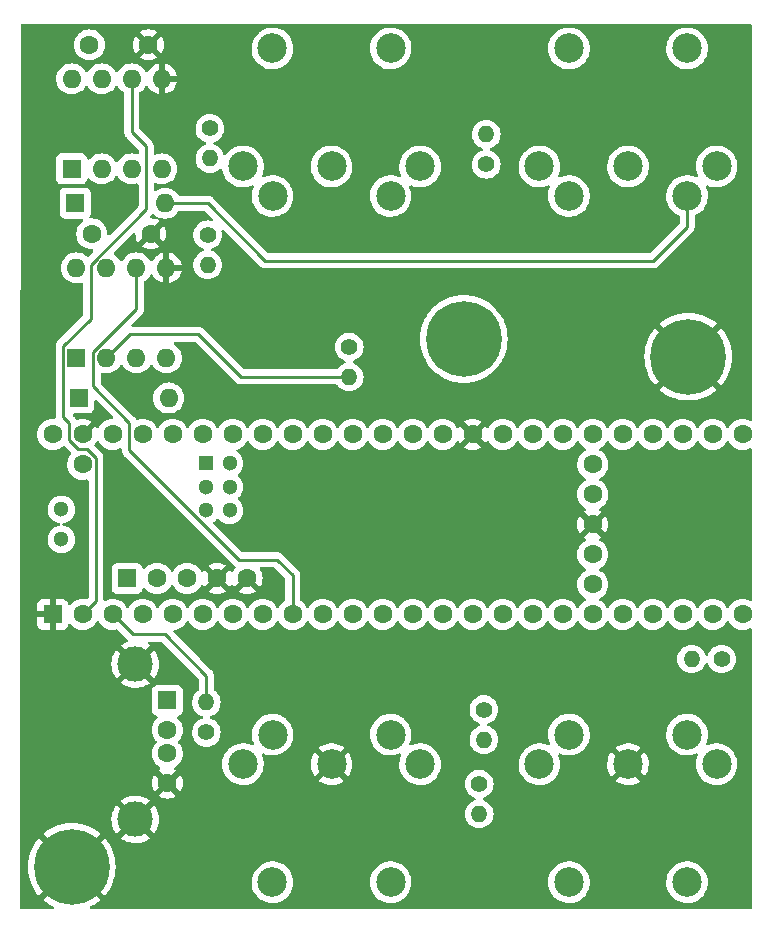
<source format=gbr>
%TF.GenerationSoftware,KiCad,Pcbnew,(6.0.10)*%
%TF.CreationDate,2023-04-08T10:37:49-05:00*%
%TF.ProjectId,AkaiFireSequener,416b6169-4669-4726-9553-657175656e65,rev?*%
%TF.SameCoordinates,Original*%
%TF.FileFunction,Copper,L2,Bot*%
%TF.FilePolarity,Positive*%
%FSLAX46Y46*%
G04 Gerber Fmt 4.6, Leading zero omitted, Abs format (unit mm)*
G04 Created by KiCad (PCBNEW (6.0.10)) date 2023-04-08 10:37:49*
%MOMM*%
%LPD*%
G01*
G04 APERTURE LIST*
%TA.AperFunction,ComponentPad*%
%ADD10C,1.600000*%
%TD*%
%TA.AperFunction,ComponentPad*%
%ADD11R,1.600000X1.600000*%
%TD*%
%TA.AperFunction,ComponentPad*%
%ADD12R,1.300000X1.300000*%
%TD*%
%TA.AperFunction,ComponentPad*%
%ADD13C,1.300000*%
%TD*%
%TA.AperFunction,ComponentPad*%
%ADD14C,2.499360*%
%TD*%
%TA.AperFunction,WasherPad*%
%ADD15C,2.499360*%
%TD*%
%TA.AperFunction,ComponentPad*%
%ADD16C,3.000000*%
%TD*%
%TA.AperFunction,ComponentPad*%
%ADD17C,6.400000*%
%TD*%
%TA.AperFunction,ComponentPad*%
%ADD18O,1.600000X1.600000*%
%TD*%
%TA.AperFunction,ComponentPad*%
%ADD19C,1.400000*%
%TD*%
%TA.AperFunction,ComponentPad*%
%ADD20O,1.400000X1.400000*%
%TD*%
%TA.AperFunction,ViaPad*%
%ADD21C,0.800000*%
%TD*%
%TA.AperFunction,Conductor*%
%ADD22C,0.250000*%
%TD*%
G04 APERTURE END LIST*
D10*
%TO.P,U1,49,VUSB*%
%TO.N,unconnected-(U1-Pad49)*%
X91230000Y-114620000D03*
%TO.P,U1,59,GND*%
%TO.N,GND*%
X105149200Y-124269200D03*
%TO.P,U1,58,GND*%
X102609200Y-124269200D03*
%TO.P,U1,57,D+*%
%TO.N,Net-(J1-Pad3)*%
X100069200Y-124269200D03*
%TO.P,U1,56,D-*%
%TO.N,Net-(J1-Pad2)*%
X97529200Y-124269200D03*
D11*
%TO.P,U1,55,5V*%
%TO.N,+5V*%
X94989200Y-124269200D03*
D10*
%TO.P,U1,48,VIN*%
%TO.N,unconnected-(U1-Pad48)*%
X88690000Y-112080000D03*
%TO.P,U1,47,GND*%
%TO.N,GND*%
X91230000Y-112080000D03*
%TO.P,U1,46,3V3*%
%TO.N,+3.3V*%
X93770000Y-112080000D03*
%TO.P,U1,45,23_A9_CRX1_MCLK1*%
%TO.N,unconnected-(U1-Pad45)*%
X96310000Y-112080000D03*
%TO.P,U1,44,22_A8_CTX1*%
%TO.N,unconnected-(U1-Pad44)*%
X98850000Y-112080000D03*
%TO.P,U1,43,21_A7_RX5_BCLK1*%
%TO.N,unconnected-(U1-Pad43)*%
X101390000Y-112080000D03*
%TO.P,U1,42,20_A6_TX5_LRCLK1*%
%TO.N,unconnected-(U1-Pad42)*%
X103930000Y-112080000D03*
%TO.P,U1,41,19_A5_SCL*%
%TO.N,unconnected-(U1-Pad41)*%
X106470000Y-112080000D03*
%TO.P,U1,40,18_A4_SDA*%
%TO.N,unconnected-(U1-Pad40)*%
X109010000Y-112080000D03*
%TO.P,U1,39,17_A3_TX4_SDA1*%
%TO.N,unconnected-(U1-Pad39)*%
X111550000Y-112080000D03*
%TO.P,U1,38,16_A2_RX4_SCL1*%
%TO.N,unconnected-(U1-Pad38)*%
X114090000Y-112080000D03*
%TO.P,U1,37,15_A1_RX3_SPDIF_IN*%
%TO.N,unconnected-(U1-Pad37)*%
X116630000Y-112080000D03*
%TO.P,U1,36,14_A0_TX3_SPDIF_OUT*%
%TO.N,unconnected-(U1-Pad36)*%
X119170000Y-112080000D03*
%TO.P,U1,35,13_SCK_LED*%
%TO.N,unconnected-(U1-Pad35)*%
X121710000Y-112080000D03*
D11*
%TO.P,U1,1,GND*%
%TO.N,GND*%
X88690000Y-127320000D03*
D10*
%TO.P,U1,2,0_RX1_CRX2_CS1*%
%TO.N,Net-(U1-Pad2)*%
X91230000Y-127320000D03*
%TO.P,U1,3,1_TX1_CTX2_MISO1*%
%TO.N,Net-(R1-Pad2)*%
X93770000Y-127320000D03*
%TO.P,U1,4,2_OUT2*%
%TO.N,unconnected-(U1-Pad4)*%
X96310000Y-127320000D03*
%TO.P,U1,5,3_LRCLK2*%
%TO.N,unconnected-(U1-Pad5)*%
X98850000Y-127320000D03*
%TO.P,U1,6,4_BCLK2*%
%TO.N,unconnected-(U1-Pad6)*%
X101390000Y-127320000D03*
%TO.P,U1,7,5_IN2*%
%TO.N,unconnected-(U1-Pad7)*%
X103930000Y-127320000D03*
%TO.P,U1,8,6_OUT1D*%
%TO.N,unconnected-(U1-Pad8)*%
X106470000Y-127320000D03*
%TO.P,U1,9,7_RX2_OUT1A*%
%TO.N,Net-(U1-Pad9)*%
X109010000Y-127320000D03*
%TO.P,U1,10,8_TX2_IN1*%
%TO.N,Net-(U1-Pad10)*%
X111550000Y-127320000D03*
%TO.P,U1,11,9_OUT1C*%
%TO.N,unconnected-(U1-Pad11)*%
X114090000Y-127320000D03*
%TO.P,U1,12,10_CS_MQSR*%
%TO.N,unconnected-(U1-Pad12)*%
X116630000Y-127320000D03*
%TO.P,U1,13,11_MOSI_CTX1*%
%TO.N,unconnected-(U1-Pad13)*%
X119170000Y-127320000D03*
%TO.P,U1,34,GND*%
%TO.N,GND*%
X124250000Y-112080000D03*
%TO.P,U1,33,41_A17*%
%TO.N,unconnected-(U1-Pad33)*%
X126790000Y-112080000D03*
%TO.P,U1,32,40_A16*%
%TO.N,unconnected-(U1-Pad32)*%
X129330000Y-112080000D03*
%TO.P,U1,31,39_MISO1_OUT1A*%
%TO.N,unconnected-(U1-Pad31)*%
X131870000Y-112080000D03*
%TO.P,U1,30,38_CS1_IN1*%
%TO.N,unconnected-(U1-Pad30)*%
X134410000Y-112080000D03*
%TO.P,U1,29,37_CS*%
%TO.N,unconnected-(U1-Pad29)*%
X136950000Y-112080000D03*
%TO.P,U1,28,36_CS*%
%TO.N,unconnected-(U1-Pad28)*%
X139490000Y-112080000D03*
%TO.P,U1,27,35_TX8*%
%TO.N,unconnected-(U1-Pad27)*%
X142030000Y-112080000D03*
%TO.P,U1,26,34_RX8*%
%TO.N,unconnected-(U1-Pad26)*%
X144570000Y-112080000D03*
%TO.P,U1,25,33_MCLK2*%
%TO.N,unconnected-(U1-Pad25)*%
X147110000Y-112080000D03*
%TO.P,U1,24,32_OUT1B*%
%TO.N,unconnected-(U1-Pad24)*%
X147110000Y-127320000D03*
%TO.P,U1,23,31_CTX3*%
%TO.N,unconnected-(U1-Pad23)*%
X144570000Y-127320000D03*
%TO.P,U1,22,30_CRX3*%
%TO.N,unconnected-(U1-Pad22)*%
X142030000Y-127320000D03*
%TO.P,U1,21,29_TX7*%
%TO.N,unconnected-(U1-Pad21)*%
X139490000Y-127320000D03*
%TO.P,U1,14,12_MISO_MQSL*%
%TO.N,unconnected-(U1-Pad14)*%
X121710000Y-127320000D03*
%TO.P,U1,15,3V3*%
%TO.N,+3.3V*%
X124250000Y-127320000D03*
%TO.P,U1,16,24_A10_TX6_SCL2*%
%TO.N,unconnected-(U1-Pad16)*%
X126790000Y-127320000D03*
%TO.P,U1,20,28_RX7*%
%TO.N,unconnected-(U1-Pad20)*%
X136950000Y-127320000D03*
%TO.P,U1,19,27_A13_SCK1*%
%TO.N,unconnected-(U1-Pad19)*%
X134410000Y-127320000D03*
%TO.P,U1,18,26_A12_MOSI1*%
%TO.N,unconnected-(U1-Pad18)*%
X131870000Y-127320000D03*
%TO.P,U1,17,25_A11_RX6_SDA2*%
%TO.N,unconnected-(U1-Pad17)*%
X129330000Y-127320000D03*
D12*
%TO.P,U1,60,R+*%
%TO.N,unconnected-(U1-Pad60)*%
X101660000Y-114518400D03*
D13*
%TO.P,U1,65,R-*%
%TO.N,unconnected-(U1-Pad65)*%
X103660000Y-114518400D03*
%TO.P,U1,61,LED*%
%TO.N,unconnected-(U1-Pad61)*%
X101660000Y-116518400D03*
%TO.P,U1,64,GND*%
%TO.N,unconnected-(U1-Pad64)*%
X103660000Y-116518400D03*
%TO.P,U1,63,T+*%
%TO.N,unconnected-(U1-Pad63)*%
X103660000Y-118518400D03*
%TO.P,U1,62,T-*%
%TO.N,unconnected-(U1-Pad62)*%
X101660000Y-118518400D03*
D10*
%TO.P,U1,50,VBAT*%
%TO.N,unconnected-(U1-Pad50)*%
X134410000Y-124780000D03*
%TO.P,U1,51,3V3*%
%TO.N,+3.3V*%
X134410000Y-122240000D03*
%TO.P,U1,52,GND*%
%TO.N,GND*%
X134410000Y-119700000D03*
%TO.P,U1,53,PROGRAM*%
%TO.N,unconnected-(U1-Pad53)*%
X134410000Y-117160000D03*
%TO.P,U1,54,ON_OFF*%
%TO.N,unconnected-(U1-Pad54)*%
X134410000Y-114620000D03*
D13*
%TO.P,U1,67,D+*%
%TO.N,unconnected-(U1-Pad67)*%
X89420000Y-120970000D03*
%TO.P,U1,66,D-*%
%TO.N,unconnected-(U1-Pad66)*%
X89420000Y-118430000D03*
%TD*%
D14*
%TO.P,J5,3*%
%TO.N,unconnected-(J5-Pad3)*%
X144898080Y-89397200D03*
%TO.P,J5,4*%
%TO.N,Net-(J5-Pad4)*%
X132403820Y-91899100D03*
%TO.P,J5,2*%
%TO.N,unconnected-(J5-Pad2)*%
X137400000Y-89399740D03*
%TO.P,J5,1*%
%TO.N,unconnected-(J5-Pad1)*%
X129901920Y-89397200D03*
%TO.P,J5,5*%
%TO.N,Net-(D1-Pad2)*%
X142396180Y-91899100D03*
D15*
%TO.P,J5,*%
%TO.N,*%
X132398740Y-79402300D03*
X142401260Y-79402300D03*
%TD*%
D14*
%TO.P,J4,3*%
%TO.N,unconnected-(J4-Pad3)*%
X119798080Y-89397200D03*
%TO.P,J4,4*%
%TO.N,Net-(J4-Pad4)*%
X107303820Y-91899100D03*
%TO.P,J4,2*%
%TO.N,unconnected-(J4-Pad2)*%
X112300000Y-89399740D03*
%TO.P,J4,1*%
%TO.N,unconnected-(J4-Pad1)*%
X104801920Y-89397200D03*
%TO.P,J4,5*%
%TO.N,Net-(D2-Pad2)*%
X117296180Y-91899100D03*
D15*
%TO.P,J4,*%
%TO.N,*%
X107298740Y-79402300D03*
X117301260Y-79402300D03*
%TD*%
D11*
%TO.P,J1,1,VBUS*%
%TO.N,+5V*%
X98390000Y-134600000D03*
D10*
%TO.P,J1,2,D-*%
%TO.N,Net-(J1-Pad2)*%
X98390000Y-137100000D03*
%TO.P,J1,3,D+*%
%TO.N,Net-(J1-Pad3)*%
X98390000Y-139100000D03*
%TO.P,J1,4,GND*%
%TO.N,GND*%
X98390000Y-141600000D03*
D16*
%TO.P,J1,5,Shield*%
X95680000Y-131530000D03*
X95680000Y-144670000D03*
%TD*%
D17*
%TO.P,H1,1,1*%
%TO.N,N/C*%
X123500000Y-104000000D03*
%TD*%
%TO.P,H4,1,1*%
%TO.N,GND*%
X90300000Y-148700000D03*
%TD*%
%TO.P,H1,1,1*%
%TO.N,GND*%
X142500000Y-105500000D03*
%TD*%
D10*
%TO.P,C2,1*%
%TO.N,+5V*%
X91800000Y-79100000D03*
%TO.P,C2,2*%
%TO.N,GND*%
X96800000Y-79100000D03*
%TD*%
%TO.P,C1,1*%
%TO.N,+5V*%
X92000000Y-95100000D03*
%TO.P,C1,2*%
%TO.N,GND*%
X97000000Y-95100000D03*
%TD*%
D18*
%TO.P,U3,8,VCC*%
%TO.N,+5V*%
X90300000Y-81980000D03*
%TO.P,U3,7,VO1*%
%TO.N,unconnected-(U3-Pad7)*%
X92840000Y-81980000D03*
%TO.P,U3,6,VO2*%
%TO.N,Net-(U1-Pad2)*%
X95380000Y-81980000D03*
%TO.P,U3,5,GND*%
%TO.N,GND*%
X97920000Y-81980000D03*
%TO.P,U3,4,NC*%
%TO.N,unconnected-(U3-Pad4)*%
X97920000Y-89600000D03*
%TO.P,U3,3,C2*%
%TO.N,Net-(D1-Pad2)*%
X95380000Y-89600000D03*
%TO.P,U3,2,C1*%
%TO.N,Net-(D1-Pad1)*%
X92840000Y-89600000D03*
D11*
%TO.P,U3,1,NC*%
%TO.N,unconnected-(U3-Pad1)*%
X90300000Y-89600000D03*
%TD*%
%TO.P,U2,1,NC*%
%TO.N,unconnected-(U2-Pad1)*%
X90700000Y-105600000D03*
D18*
%TO.P,U2,2,C1*%
%TO.N,Net-(D2-Pad1)*%
X93240000Y-105600000D03*
%TO.P,U2,3,C2*%
%TO.N,Net-(D2-Pad2)*%
X95780000Y-105600000D03*
%TO.P,U2,4,NC*%
%TO.N,unconnected-(U2-Pad4)*%
X98320000Y-105600000D03*
%TO.P,U2,5,GND*%
%TO.N,GND*%
X98320000Y-97980000D03*
%TO.P,U2,6,VO2*%
%TO.N,Net-(U1-Pad9)*%
X95780000Y-97980000D03*
%TO.P,U2,7,VO1*%
%TO.N,unconnected-(U2-Pad7)*%
X93240000Y-97980000D03*
%TO.P,U2,8,VCC*%
%TO.N,+5V*%
X90700000Y-97980000D03*
%TD*%
D19*
%TO.P,R8,1*%
%TO.N,Net-(U1-Pad2)*%
X102000000Y-86180000D03*
D20*
%TO.P,R8,2*%
%TO.N,+3.3V*%
X102000000Y-88720000D03*
%TD*%
D19*
%TO.P,R7,1*%
%TO.N,Net-(U1-Pad9)*%
X101800000Y-95180000D03*
D20*
%TO.P,R7,2*%
%TO.N,+3.3V*%
X101800000Y-97720000D03*
%TD*%
D19*
%TO.P,R6,1*%
%TO.N,Net-(J4-Pad4)*%
X113800000Y-104680000D03*
D20*
%TO.P,R6,2*%
%TO.N,Net-(D2-Pad1)*%
X113800000Y-107220000D03*
%TD*%
D19*
%TO.P,R5,1*%
%TO.N,Net-(J5-Pad4)*%
X125400000Y-89220000D03*
D20*
%TO.P,R5,2*%
%TO.N,Net-(D1-Pad1)*%
X125400000Y-86680000D03*
%TD*%
D11*
%TO.P,D2,1,K*%
%TO.N,Net-(D2-Pad1)*%
X90890000Y-109000000D03*
D18*
%TO.P,D2,2,A*%
%TO.N,Net-(D2-Pad2)*%
X98510000Y-109000000D03*
%TD*%
D11*
%TO.P,D1,1,K*%
%TO.N,Net-(D1-Pad1)*%
X90590000Y-92500000D03*
D18*
%TO.P,D1,2,A*%
%TO.N,Net-(D1-Pad2)*%
X98210000Y-92500000D03*
%TD*%
D19*
%TO.P,R4,1*%
%TO.N,+3.3V*%
X145320000Y-131100000D03*
D20*
%TO.P,R4,2*%
%TO.N,Net-(J3-Pad4)*%
X142780000Y-131100000D03*
%TD*%
D19*
%TO.P,R3,1*%
%TO.N,Net-(U1-Pad10)*%
X124800000Y-141680000D03*
D20*
%TO.P,R3,2*%
%TO.N,Net-(J3-Pad5)*%
X124800000Y-144220000D03*
%TD*%
D19*
%TO.P,R2,1*%
%TO.N,+3.3V*%
X125200000Y-135380000D03*
D20*
%TO.P,R2,2*%
%TO.N,Net-(J2-Pad4)*%
X125200000Y-137920000D03*
%TD*%
%TO.P,R1,2*%
%TO.N,Net-(R1-Pad2)*%
X101700000Y-134780000D03*
D19*
%TO.P,R1,1*%
%TO.N,Net-(J2-Pad5)*%
X101700000Y-137320000D03*
%TD*%
D14*
%TO.P,J3,3*%
%TO.N,unconnected-(J3-Pad3)*%
X129901920Y-140002800D03*
%TO.P,J3,4*%
%TO.N,Net-(J3-Pad4)*%
X142396180Y-137500900D03*
%TO.P,J3,2*%
%TO.N,GND*%
X137400000Y-140000260D03*
%TO.P,J3,1*%
%TO.N,unconnected-(J3-Pad1)*%
X144898080Y-140002800D03*
%TO.P,J3,5*%
%TO.N,Net-(J3-Pad5)*%
X132403820Y-137500900D03*
D15*
%TO.P,J3,*%
%TO.N,*%
X142401260Y-149997700D03*
X132398740Y-149997700D03*
%TD*%
%TO.P,J2,*%
%TO.N,*%
X107298740Y-149997700D03*
X117301260Y-149997700D03*
D14*
%TO.P,J2,5*%
%TO.N,Net-(J2-Pad5)*%
X107303820Y-137500900D03*
%TO.P,J2,1*%
%TO.N,unconnected-(J2-Pad1)*%
X119798080Y-140002800D03*
%TO.P,J2,2*%
%TO.N,GND*%
X112300000Y-140000260D03*
%TO.P,J2,4*%
%TO.N,Net-(J2-Pad4)*%
X117296180Y-137500900D03*
%TO.P,J2,3*%
%TO.N,unconnected-(J2-Pad3)*%
X104801920Y-140002800D03*
%TD*%
D21*
%TO.N,GND*%
X134200000Y-83800000D03*
X102500000Y-82500000D03*
X110700000Y-84400000D03*
X119800000Y-99600000D03*
X125000000Y-92300000D03*
X128800000Y-101300000D03*
X132600000Y-107200000D03*
X138000000Y-133400000D03*
X123400000Y-139800000D03*
X127900000Y-137000000D03*
X129400000Y-147300000D03*
X138000000Y-143300000D03*
X131500000Y-131500000D03*
X112700000Y-118300000D03*
X125700000Y-118100000D03*
X89900000Y-141400000D03*
X90300000Y-134400000D03*
X116900000Y-145400000D03*
X106000000Y-144400000D03*
%TD*%
D22*
%TO.N,Net-(D1-Pad2)*%
X106700000Y-97400000D02*
X101800000Y-92500000D01*
X139495280Y-97400000D02*
X106700000Y-97400000D01*
X101800000Y-92500000D02*
X98210000Y-92500000D01*
X142396180Y-94499100D02*
X139495280Y-97400000D01*
X142396180Y-91899100D02*
X142396180Y-94499100D01*
%TO.N,Net-(U1-Pad2)*%
X92355000Y-126195000D02*
X91230000Y-127320000D01*
X92355000Y-114055000D02*
X92355000Y-126195000D01*
X91600000Y-113300000D02*
X92355000Y-114055000D01*
X90859009Y-113300000D02*
X91600000Y-113300000D01*
X90105000Y-112545991D02*
X90859009Y-113300000D01*
X90105000Y-111105001D02*
X90105000Y-112545991D01*
X89575000Y-110575001D02*
X90105000Y-111105001D01*
X91900000Y-102300000D02*
X89575000Y-104625000D01*
X91900000Y-97729009D02*
X91900000Y-102300000D01*
X96600000Y-87700000D02*
X96600000Y-93029009D01*
X96600000Y-93029009D02*
X91900000Y-97729009D01*
X95380000Y-86480000D02*
X96600000Y-87700000D01*
X89575000Y-104625000D02*
X89575000Y-110575001D01*
X95380000Y-81980000D02*
X95380000Y-86480000D01*
%TO.N,Net-(U1-Pad9)*%
X109010000Y-124010000D02*
X109010000Y-127320000D01*
X107700000Y-122700000D02*
X109010000Y-124010000D01*
X104462741Y-122700000D02*
X107700000Y-122700000D01*
X95185000Y-113422259D02*
X104462741Y-122700000D01*
X95185000Y-111085000D02*
X95185000Y-113422259D01*
X92115000Y-108015000D02*
X95185000Y-111085000D01*
X92115000Y-105134009D02*
X92115000Y-108015000D01*
X95780000Y-101469009D02*
X92115000Y-105134009D01*
X95780000Y-97980000D02*
X95780000Y-101469009D01*
%TO.N,Net-(D2-Pad1)*%
X95240000Y-103600000D02*
X93240000Y-105600000D01*
X101000000Y-103600000D02*
X95240000Y-103600000D01*
X104620000Y-107220000D02*
X101000000Y-103600000D01*
X113800000Y-107220000D02*
X104620000Y-107220000D01*
%TO.N,Net-(R1-Pad2)*%
X95450000Y-129000000D02*
X93770000Y-127320000D01*
X98200000Y-129000000D02*
X95450000Y-129000000D01*
X101700000Y-134780000D02*
X101700000Y-132500000D01*
X101700000Y-132500000D02*
X98200000Y-129000000D01*
%TD*%
%TA.AperFunction,Conductor*%
%TO.N,GND*%
G36*
X147833621Y-77328502D02*
G01*
X147880114Y-77382158D01*
X147891500Y-77434500D01*
X147891500Y-110802869D01*
X147871498Y-110870990D01*
X147817842Y-110917483D01*
X147747568Y-110927587D01*
X147712250Y-110917064D01*
X147564225Y-110848039D01*
X147564224Y-110848039D01*
X147559243Y-110845716D01*
X147553935Y-110844294D01*
X147553933Y-110844293D01*
X147343402Y-110787881D01*
X147343400Y-110787881D01*
X147338087Y-110786457D01*
X147110000Y-110766502D01*
X146881913Y-110786457D01*
X146876600Y-110787881D01*
X146876598Y-110787881D01*
X146666067Y-110844293D01*
X146666065Y-110844294D01*
X146660757Y-110845716D01*
X146655776Y-110848039D01*
X146655775Y-110848039D01*
X146458238Y-110940151D01*
X146458233Y-110940154D01*
X146453251Y-110942477D01*
X146396080Y-110982509D01*
X146270211Y-111070643D01*
X146270208Y-111070645D01*
X146265700Y-111073802D01*
X146103802Y-111235700D01*
X145972477Y-111423251D01*
X145970154Y-111428233D01*
X145970151Y-111428238D01*
X145954195Y-111462457D01*
X145907278Y-111515742D01*
X145839001Y-111535203D01*
X145771041Y-111514661D01*
X145725805Y-111462457D01*
X145709849Y-111428238D01*
X145709846Y-111428233D01*
X145707523Y-111423251D01*
X145576198Y-111235700D01*
X145414300Y-111073802D01*
X145409792Y-111070645D01*
X145409789Y-111070643D01*
X145283920Y-110982509D01*
X145226749Y-110942477D01*
X145221767Y-110940154D01*
X145221762Y-110940151D01*
X145024225Y-110848039D01*
X145024224Y-110848039D01*
X145019243Y-110845716D01*
X145013935Y-110844294D01*
X145013933Y-110844293D01*
X144803402Y-110787881D01*
X144803400Y-110787881D01*
X144798087Y-110786457D01*
X144570000Y-110766502D01*
X144341913Y-110786457D01*
X144336600Y-110787881D01*
X144336598Y-110787881D01*
X144126067Y-110844293D01*
X144126065Y-110844294D01*
X144120757Y-110845716D01*
X144115776Y-110848039D01*
X144115775Y-110848039D01*
X143918238Y-110940151D01*
X143918233Y-110940154D01*
X143913251Y-110942477D01*
X143856080Y-110982509D01*
X143730211Y-111070643D01*
X143730208Y-111070645D01*
X143725700Y-111073802D01*
X143563802Y-111235700D01*
X143432477Y-111423251D01*
X143430154Y-111428233D01*
X143430151Y-111428238D01*
X143414195Y-111462457D01*
X143367278Y-111515742D01*
X143299001Y-111535203D01*
X143231041Y-111514661D01*
X143185805Y-111462457D01*
X143169849Y-111428238D01*
X143169846Y-111428233D01*
X143167523Y-111423251D01*
X143036198Y-111235700D01*
X142874300Y-111073802D01*
X142869792Y-111070645D01*
X142869789Y-111070643D01*
X142743920Y-110982509D01*
X142686749Y-110942477D01*
X142681767Y-110940154D01*
X142681762Y-110940151D01*
X142484225Y-110848039D01*
X142484224Y-110848039D01*
X142479243Y-110845716D01*
X142473935Y-110844294D01*
X142473933Y-110844293D01*
X142263402Y-110787881D01*
X142263400Y-110787881D01*
X142258087Y-110786457D01*
X142030000Y-110766502D01*
X141801913Y-110786457D01*
X141796600Y-110787881D01*
X141796598Y-110787881D01*
X141586067Y-110844293D01*
X141586065Y-110844294D01*
X141580757Y-110845716D01*
X141575776Y-110848039D01*
X141575775Y-110848039D01*
X141378238Y-110940151D01*
X141378233Y-110940154D01*
X141373251Y-110942477D01*
X141316080Y-110982509D01*
X141190211Y-111070643D01*
X141190208Y-111070645D01*
X141185700Y-111073802D01*
X141023802Y-111235700D01*
X140892477Y-111423251D01*
X140890154Y-111428233D01*
X140890151Y-111428238D01*
X140874195Y-111462457D01*
X140827278Y-111515742D01*
X140759001Y-111535203D01*
X140691041Y-111514661D01*
X140645805Y-111462457D01*
X140629849Y-111428238D01*
X140629846Y-111428233D01*
X140627523Y-111423251D01*
X140496198Y-111235700D01*
X140334300Y-111073802D01*
X140329792Y-111070645D01*
X140329789Y-111070643D01*
X140203920Y-110982509D01*
X140146749Y-110942477D01*
X140141767Y-110940154D01*
X140141762Y-110940151D01*
X139944225Y-110848039D01*
X139944224Y-110848039D01*
X139939243Y-110845716D01*
X139933935Y-110844294D01*
X139933933Y-110844293D01*
X139723402Y-110787881D01*
X139723400Y-110787881D01*
X139718087Y-110786457D01*
X139490000Y-110766502D01*
X139261913Y-110786457D01*
X139256600Y-110787881D01*
X139256598Y-110787881D01*
X139046067Y-110844293D01*
X139046065Y-110844294D01*
X139040757Y-110845716D01*
X139035776Y-110848039D01*
X139035775Y-110848039D01*
X138838238Y-110940151D01*
X138838233Y-110940154D01*
X138833251Y-110942477D01*
X138776080Y-110982509D01*
X138650211Y-111070643D01*
X138650208Y-111070645D01*
X138645700Y-111073802D01*
X138483802Y-111235700D01*
X138352477Y-111423251D01*
X138350154Y-111428233D01*
X138350151Y-111428238D01*
X138334195Y-111462457D01*
X138287278Y-111515742D01*
X138219001Y-111535203D01*
X138151041Y-111514661D01*
X138105805Y-111462457D01*
X138089849Y-111428238D01*
X138089846Y-111428233D01*
X138087523Y-111423251D01*
X137956198Y-111235700D01*
X137794300Y-111073802D01*
X137789792Y-111070645D01*
X137789789Y-111070643D01*
X137663920Y-110982509D01*
X137606749Y-110942477D01*
X137601767Y-110940154D01*
X137601762Y-110940151D01*
X137404225Y-110848039D01*
X137404224Y-110848039D01*
X137399243Y-110845716D01*
X137393935Y-110844294D01*
X137393933Y-110844293D01*
X137183402Y-110787881D01*
X137183400Y-110787881D01*
X137178087Y-110786457D01*
X136950000Y-110766502D01*
X136721913Y-110786457D01*
X136716600Y-110787881D01*
X136716598Y-110787881D01*
X136506067Y-110844293D01*
X136506065Y-110844294D01*
X136500757Y-110845716D01*
X136495776Y-110848039D01*
X136495775Y-110848039D01*
X136298238Y-110940151D01*
X136298233Y-110940154D01*
X136293251Y-110942477D01*
X136236080Y-110982509D01*
X136110211Y-111070643D01*
X136110208Y-111070645D01*
X136105700Y-111073802D01*
X135943802Y-111235700D01*
X135812477Y-111423251D01*
X135810154Y-111428233D01*
X135810151Y-111428238D01*
X135794195Y-111462457D01*
X135747278Y-111515742D01*
X135679001Y-111535203D01*
X135611041Y-111514661D01*
X135565805Y-111462457D01*
X135549849Y-111428238D01*
X135549846Y-111428233D01*
X135547523Y-111423251D01*
X135416198Y-111235700D01*
X135254300Y-111073802D01*
X135249792Y-111070645D01*
X135249789Y-111070643D01*
X135123920Y-110982509D01*
X135066749Y-110942477D01*
X135061767Y-110940154D01*
X135061762Y-110940151D01*
X134864225Y-110848039D01*
X134864224Y-110848039D01*
X134859243Y-110845716D01*
X134853935Y-110844294D01*
X134853933Y-110844293D01*
X134643402Y-110787881D01*
X134643400Y-110787881D01*
X134638087Y-110786457D01*
X134410000Y-110766502D01*
X134181913Y-110786457D01*
X134176600Y-110787881D01*
X134176598Y-110787881D01*
X133966067Y-110844293D01*
X133966065Y-110844294D01*
X133960757Y-110845716D01*
X133955776Y-110848039D01*
X133955775Y-110848039D01*
X133758238Y-110940151D01*
X133758233Y-110940154D01*
X133753251Y-110942477D01*
X133696080Y-110982509D01*
X133570211Y-111070643D01*
X133570208Y-111070645D01*
X133565700Y-111073802D01*
X133403802Y-111235700D01*
X133272477Y-111423251D01*
X133270154Y-111428233D01*
X133270151Y-111428238D01*
X133254195Y-111462457D01*
X133207278Y-111515742D01*
X133139001Y-111535203D01*
X133071041Y-111514661D01*
X133025805Y-111462457D01*
X133009849Y-111428238D01*
X133009846Y-111428233D01*
X133007523Y-111423251D01*
X132876198Y-111235700D01*
X132714300Y-111073802D01*
X132709792Y-111070645D01*
X132709789Y-111070643D01*
X132583920Y-110982509D01*
X132526749Y-110942477D01*
X132521767Y-110940154D01*
X132521762Y-110940151D01*
X132324225Y-110848039D01*
X132324224Y-110848039D01*
X132319243Y-110845716D01*
X132313935Y-110844294D01*
X132313933Y-110844293D01*
X132103402Y-110787881D01*
X132103400Y-110787881D01*
X132098087Y-110786457D01*
X131870000Y-110766502D01*
X131641913Y-110786457D01*
X131636600Y-110787881D01*
X131636598Y-110787881D01*
X131426067Y-110844293D01*
X131426065Y-110844294D01*
X131420757Y-110845716D01*
X131415776Y-110848039D01*
X131415775Y-110848039D01*
X131218238Y-110940151D01*
X131218233Y-110940154D01*
X131213251Y-110942477D01*
X131156080Y-110982509D01*
X131030211Y-111070643D01*
X131030208Y-111070645D01*
X131025700Y-111073802D01*
X130863802Y-111235700D01*
X130732477Y-111423251D01*
X130730154Y-111428233D01*
X130730151Y-111428238D01*
X130714195Y-111462457D01*
X130667278Y-111515742D01*
X130599001Y-111535203D01*
X130531041Y-111514661D01*
X130485805Y-111462457D01*
X130469849Y-111428238D01*
X130469846Y-111428233D01*
X130467523Y-111423251D01*
X130336198Y-111235700D01*
X130174300Y-111073802D01*
X130169792Y-111070645D01*
X130169789Y-111070643D01*
X130043920Y-110982509D01*
X129986749Y-110942477D01*
X129981767Y-110940154D01*
X129981762Y-110940151D01*
X129784225Y-110848039D01*
X129784224Y-110848039D01*
X129779243Y-110845716D01*
X129773935Y-110844294D01*
X129773933Y-110844293D01*
X129563402Y-110787881D01*
X129563400Y-110787881D01*
X129558087Y-110786457D01*
X129330000Y-110766502D01*
X129101913Y-110786457D01*
X129096600Y-110787881D01*
X129096598Y-110787881D01*
X128886067Y-110844293D01*
X128886065Y-110844294D01*
X128880757Y-110845716D01*
X128875776Y-110848039D01*
X128875775Y-110848039D01*
X128678238Y-110940151D01*
X128678233Y-110940154D01*
X128673251Y-110942477D01*
X128616080Y-110982509D01*
X128490211Y-111070643D01*
X128490208Y-111070645D01*
X128485700Y-111073802D01*
X128323802Y-111235700D01*
X128192477Y-111423251D01*
X128190154Y-111428233D01*
X128190151Y-111428238D01*
X128174195Y-111462457D01*
X128127278Y-111515742D01*
X128059001Y-111535203D01*
X127991041Y-111514661D01*
X127945805Y-111462457D01*
X127929849Y-111428238D01*
X127929846Y-111428233D01*
X127927523Y-111423251D01*
X127796198Y-111235700D01*
X127634300Y-111073802D01*
X127629792Y-111070645D01*
X127629789Y-111070643D01*
X127503920Y-110982509D01*
X127446749Y-110942477D01*
X127441767Y-110940154D01*
X127441762Y-110940151D01*
X127244225Y-110848039D01*
X127244224Y-110848039D01*
X127239243Y-110845716D01*
X127233935Y-110844294D01*
X127233933Y-110844293D01*
X127023402Y-110787881D01*
X127023400Y-110787881D01*
X127018087Y-110786457D01*
X126790000Y-110766502D01*
X126561913Y-110786457D01*
X126556600Y-110787881D01*
X126556598Y-110787881D01*
X126346067Y-110844293D01*
X126346065Y-110844294D01*
X126340757Y-110845716D01*
X126335776Y-110848039D01*
X126335775Y-110848039D01*
X126138238Y-110940151D01*
X126138233Y-110940154D01*
X126133251Y-110942477D01*
X126076080Y-110982509D01*
X125950211Y-111070643D01*
X125950208Y-111070645D01*
X125945700Y-111073802D01*
X125783802Y-111235700D01*
X125652477Y-111423251D01*
X125650154Y-111428233D01*
X125650151Y-111428238D01*
X125633919Y-111463049D01*
X125587002Y-111516334D01*
X125518725Y-111535795D01*
X125450765Y-111515253D01*
X125405529Y-111463049D01*
X125389414Y-111428489D01*
X125383931Y-111418994D01*
X125347491Y-111366952D01*
X125337012Y-111358576D01*
X125323566Y-111365644D01*
X124622022Y-112067188D01*
X124614408Y-112081132D01*
X124614539Y-112082965D01*
X124618790Y-112089580D01*
X125324287Y-112795077D01*
X125336062Y-112801507D01*
X125348077Y-112792211D01*
X125383931Y-112741006D01*
X125389414Y-112731511D01*
X125405529Y-112696951D01*
X125452446Y-112643666D01*
X125520723Y-112624205D01*
X125588683Y-112644747D01*
X125633919Y-112696951D01*
X125650151Y-112731762D01*
X125650154Y-112731767D01*
X125652477Y-112736749D01*
X125725902Y-112841611D01*
X125770679Y-112905558D01*
X125783802Y-112924300D01*
X125945700Y-113086198D01*
X125950208Y-113089355D01*
X125950211Y-113089357D01*
X126008500Y-113130171D01*
X126133251Y-113217523D01*
X126138233Y-113219846D01*
X126138238Y-113219849D01*
X126280620Y-113286242D01*
X126340757Y-113314284D01*
X126346065Y-113315706D01*
X126346067Y-113315707D01*
X126556598Y-113372119D01*
X126556600Y-113372119D01*
X126561913Y-113373543D01*
X126790000Y-113393498D01*
X127018087Y-113373543D01*
X127023400Y-113372119D01*
X127023402Y-113372119D01*
X127233933Y-113315707D01*
X127233935Y-113315706D01*
X127239243Y-113314284D01*
X127299380Y-113286242D01*
X127441762Y-113219849D01*
X127441767Y-113219846D01*
X127446749Y-113217523D01*
X127571500Y-113130171D01*
X127629789Y-113089357D01*
X127629792Y-113089355D01*
X127634300Y-113086198D01*
X127796198Y-112924300D01*
X127809322Y-112905558D01*
X127854098Y-112841611D01*
X127927523Y-112736749D01*
X127929846Y-112731767D01*
X127929849Y-112731762D01*
X127945805Y-112697543D01*
X127992722Y-112644258D01*
X128060999Y-112624797D01*
X128128959Y-112645339D01*
X128174195Y-112697543D01*
X128190151Y-112731762D01*
X128190154Y-112731767D01*
X128192477Y-112736749D01*
X128265902Y-112841611D01*
X128310679Y-112905558D01*
X128323802Y-112924300D01*
X128485700Y-113086198D01*
X128490208Y-113089355D01*
X128490211Y-113089357D01*
X128548500Y-113130171D01*
X128673251Y-113217523D01*
X128678233Y-113219846D01*
X128678238Y-113219849D01*
X128820620Y-113286242D01*
X128880757Y-113314284D01*
X128886065Y-113315706D01*
X128886067Y-113315707D01*
X129096598Y-113372119D01*
X129096600Y-113372119D01*
X129101913Y-113373543D01*
X129330000Y-113393498D01*
X129558087Y-113373543D01*
X129563400Y-113372119D01*
X129563402Y-113372119D01*
X129773933Y-113315707D01*
X129773935Y-113315706D01*
X129779243Y-113314284D01*
X129839380Y-113286242D01*
X129981762Y-113219849D01*
X129981767Y-113219846D01*
X129986749Y-113217523D01*
X130111500Y-113130171D01*
X130169789Y-113089357D01*
X130169792Y-113089355D01*
X130174300Y-113086198D01*
X130336198Y-112924300D01*
X130349322Y-112905558D01*
X130394098Y-112841611D01*
X130467523Y-112736749D01*
X130469846Y-112731767D01*
X130469849Y-112731762D01*
X130485805Y-112697543D01*
X130532722Y-112644258D01*
X130600999Y-112624797D01*
X130668959Y-112645339D01*
X130714195Y-112697543D01*
X130730151Y-112731762D01*
X130730154Y-112731767D01*
X130732477Y-112736749D01*
X130805902Y-112841611D01*
X130850679Y-112905558D01*
X130863802Y-112924300D01*
X131025700Y-113086198D01*
X131030208Y-113089355D01*
X131030211Y-113089357D01*
X131088500Y-113130171D01*
X131213251Y-113217523D01*
X131218233Y-113219846D01*
X131218238Y-113219849D01*
X131360620Y-113286242D01*
X131420757Y-113314284D01*
X131426065Y-113315706D01*
X131426067Y-113315707D01*
X131636598Y-113372119D01*
X131636600Y-113372119D01*
X131641913Y-113373543D01*
X131870000Y-113393498D01*
X132098087Y-113373543D01*
X132103400Y-113372119D01*
X132103402Y-113372119D01*
X132313933Y-113315707D01*
X132313935Y-113315706D01*
X132319243Y-113314284D01*
X132379380Y-113286242D01*
X132521762Y-113219849D01*
X132521767Y-113219846D01*
X132526749Y-113217523D01*
X132651500Y-113130171D01*
X132709789Y-113089357D01*
X132709792Y-113089355D01*
X132714300Y-113086198D01*
X132876198Y-112924300D01*
X132889322Y-112905558D01*
X132934098Y-112841611D01*
X133007523Y-112736749D01*
X133009846Y-112731767D01*
X133009849Y-112731762D01*
X133025805Y-112697543D01*
X133072722Y-112644258D01*
X133140999Y-112624797D01*
X133208959Y-112645339D01*
X133254195Y-112697543D01*
X133270151Y-112731762D01*
X133270154Y-112731767D01*
X133272477Y-112736749D01*
X133345902Y-112841611D01*
X133390679Y-112905558D01*
X133403802Y-112924300D01*
X133565700Y-113086198D01*
X133570208Y-113089355D01*
X133570211Y-113089357D01*
X133628500Y-113130171D01*
X133753251Y-113217523D01*
X133758233Y-113219846D01*
X133758238Y-113219849D01*
X133792457Y-113235805D01*
X133845742Y-113282722D01*
X133865203Y-113350999D01*
X133844661Y-113418959D01*
X133792457Y-113464195D01*
X133758238Y-113480151D01*
X133758233Y-113480154D01*
X133753251Y-113482477D01*
X133707905Y-113514229D01*
X133570211Y-113610643D01*
X133570208Y-113610645D01*
X133565700Y-113613802D01*
X133403802Y-113775700D01*
X133400645Y-113780208D01*
X133400643Y-113780211D01*
X133349709Y-113852953D01*
X133272477Y-113963251D01*
X133270154Y-113968233D01*
X133270151Y-113968238D01*
X133178039Y-114165775D01*
X133175716Y-114170757D01*
X133174294Y-114176065D01*
X133174293Y-114176067D01*
X133139377Y-114306376D01*
X133116457Y-114391913D01*
X133096502Y-114620000D01*
X133116457Y-114848087D01*
X133117881Y-114853400D01*
X133117881Y-114853402D01*
X133154918Y-114991623D01*
X133175716Y-115069243D01*
X133178039Y-115074224D01*
X133178039Y-115074225D01*
X133270151Y-115271762D01*
X133270154Y-115271767D01*
X133272477Y-115276749D01*
X133403802Y-115464300D01*
X133565700Y-115626198D01*
X133570208Y-115629355D01*
X133570211Y-115629357D01*
X133648389Y-115684098D01*
X133753251Y-115757523D01*
X133758233Y-115759846D01*
X133758238Y-115759849D01*
X133792457Y-115775805D01*
X133845742Y-115822722D01*
X133865203Y-115890999D01*
X133844661Y-115958959D01*
X133792457Y-116004195D01*
X133758238Y-116020151D01*
X133758233Y-116020154D01*
X133753251Y-116022477D01*
X133688175Y-116068044D01*
X133570211Y-116150643D01*
X133570208Y-116150645D01*
X133565700Y-116153802D01*
X133403802Y-116315700D01*
X133272477Y-116503251D01*
X133270154Y-116508233D01*
X133270151Y-116508238D01*
X133183232Y-116694639D01*
X133175716Y-116710757D01*
X133174294Y-116716065D01*
X133174293Y-116716067D01*
X133121789Y-116912015D01*
X133116457Y-116931913D01*
X133096502Y-117160000D01*
X133116457Y-117388087D01*
X133117881Y-117393400D01*
X133117881Y-117393402D01*
X133149362Y-117510888D01*
X133175716Y-117609243D01*
X133178039Y-117614224D01*
X133178039Y-117614225D01*
X133270151Y-117811762D01*
X133270154Y-117811767D01*
X133272477Y-117816749D01*
X133297263Y-117852147D01*
X133386538Y-117979644D01*
X133403802Y-118004300D01*
X133565700Y-118166198D01*
X133570208Y-118169355D01*
X133570211Y-118169357D01*
X133589094Y-118182579D01*
X133753251Y-118297523D01*
X133758233Y-118299846D01*
X133758238Y-118299849D01*
X133793049Y-118316081D01*
X133846334Y-118362998D01*
X133865795Y-118431275D01*
X133845253Y-118499235D01*
X133793049Y-118544471D01*
X133758489Y-118560586D01*
X133748994Y-118566069D01*
X133696952Y-118602509D01*
X133688576Y-118612988D01*
X133695644Y-118626434D01*
X134397188Y-119327978D01*
X134411132Y-119335592D01*
X134412965Y-119335461D01*
X134419580Y-119331210D01*
X135125077Y-118625713D01*
X135131507Y-118613938D01*
X135122211Y-118601923D01*
X135071006Y-118566069D01*
X135061511Y-118560586D01*
X135026951Y-118544471D01*
X134973666Y-118497554D01*
X134954205Y-118429277D01*
X134974747Y-118361317D01*
X135026951Y-118316081D01*
X135061762Y-118299849D01*
X135061767Y-118299846D01*
X135066749Y-118297523D01*
X135230906Y-118182579D01*
X135249789Y-118169357D01*
X135249792Y-118169355D01*
X135254300Y-118166198D01*
X135416198Y-118004300D01*
X135433463Y-117979644D01*
X135522737Y-117852147D01*
X135547523Y-117816749D01*
X135549846Y-117811767D01*
X135549849Y-117811762D01*
X135641961Y-117614225D01*
X135641961Y-117614224D01*
X135644284Y-117609243D01*
X135670639Y-117510888D01*
X135702119Y-117393402D01*
X135702119Y-117393400D01*
X135703543Y-117388087D01*
X135723498Y-117160000D01*
X135703543Y-116931913D01*
X135698211Y-116912015D01*
X135645707Y-116716067D01*
X135645706Y-116716065D01*
X135644284Y-116710757D01*
X135636768Y-116694639D01*
X135549849Y-116508238D01*
X135549846Y-116508233D01*
X135547523Y-116503251D01*
X135416198Y-116315700D01*
X135254300Y-116153802D01*
X135249792Y-116150645D01*
X135249789Y-116150643D01*
X135131825Y-116068044D01*
X135066749Y-116022477D01*
X135061767Y-116020154D01*
X135061762Y-116020151D01*
X135027543Y-116004195D01*
X134974258Y-115957278D01*
X134954797Y-115889001D01*
X134975339Y-115821041D01*
X135027543Y-115775805D01*
X135061762Y-115759849D01*
X135061767Y-115759846D01*
X135066749Y-115757523D01*
X135171611Y-115684098D01*
X135249789Y-115629357D01*
X135249792Y-115629355D01*
X135254300Y-115626198D01*
X135416198Y-115464300D01*
X135547523Y-115276749D01*
X135549846Y-115271767D01*
X135549849Y-115271762D01*
X135641961Y-115074225D01*
X135641961Y-115074224D01*
X135644284Y-115069243D01*
X135665083Y-114991623D01*
X135702119Y-114853402D01*
X135702119Y-114853400D01*
X135703543Y-114848087D01*
X135723498Y-114620000D01*
X135703543Y-114391913D01*
X135680623Y-114306376D01*
X135645707Y-114176067D01*
X135645706Y-114176065D01*
X135644284Y-114170757D01*
X135641961Y-114165775D01*
X135549849Y-113968238D01*
X135549846Y-113968233D01*
X135547523Y-113963251D01*
X135470291Y-113852953D01*
X135419357Y-113780211D01*
X135419355Y-113780208D01*
X135416198Y-113775700D01*
X135254300Y-113613802D01*
X135249792Y-113610645D01*
X135249789Y-113610643D01*
X135112095Y-113514229D01*
X135066749Y-113482477D01*
X135061767Y-113480154D01*
X135061762Y-113480151D01*
X135027543Y-113464195D01*
X134974258Y-113417278D01*
X134954797Y-113349001D01*
X134975339Y-113281041D01*
X135027543Y-113235805D01*
X135061762Y-113219849D01*
X135061767Y-113219846D01*
X135066749Y-113217523D01*
X135191500Y-113130171D01*
X135249789Y-113089357D01*
X135249792Y-113089355D01*
X135254300Y-113086198D01*
X135416198Y-112924300D01*
X135429322Y-112905558D01*
X135474098Y-112841611D01*
X135547523Y-112736749D01*
X135549846Y-112731767D01*
X135549849Y-112731762D01*
X135565805Y-112697543D01*
X135612722Y-112644258D01*
X135680999Y-112624797D01*
X135748959Y-112645339D01*
X135794195Y-112697543D01*
X135810151Y-112731762D01*
X135810154Y-112731767D01*
X135812477Y-112736749D01*
X135885902Y-112841611D01*
X135930679Y-112905558D01*
X135943802Y-112924300D01*
X136105700Y-113086198D01*
X136110208Y-113089355D01*
X136110211Y-113089357D01*
X136168500Y-113130171D01*
X136293251Y-113217523D01*
X136298233Y-113219846D01*
X136298238Y-113219849D01*
X136440620Y-113286242D01*
X136500757Y-113314284D01*
X136506065Y-113315706D01*
X136506067Y-113315707D01*
X136716598Y-113372119D01*
X136716600Y-113372119D01*
X136721913Y-113373543D01*
X136950000Y-113393498D01*
X137178087Y-113373543D01*
X137183400Y-113372119D01*
X137183402Y-113372119D01*
X137393933Y-113315707D01*
X137393935Y-113315706D01*
X137399243Y-113314284D01*
X137459380Y-113286242D01*
X137601762Y-113219849D01*
X137601767Y-113219846D01*
X137606749Y-113217523D01*
X137731500Y-113130171D01*
X137789789Y-113089357D01*
X137789792Y-113089355D01*
X137794300Y-113086198D01*
X137956198Y-112924300D01*
X137969322Y-112905558D01*
X138014098Y-112841611D01*
X138087523Y-112736749D01*
X138089846Y-112731767D01*
X138089849Y-112731762D01*
X138105805Y-112697543D01*
X138152722Y-112644258D01*
X138220999Y-112624797D01*
X138288959Y-112645339D01*
X138334195Y-112697543D01*
X138350151Y-112731762D01*
X138350154Y-112731767D01*
X138352477Y-112736749D01*
X138425902Y-112841611D01*
X138470679Y-112905558D01*
X138483802Y-112924300D01*
X138645700Y-113086198D01*
X138650208Y-113089355D01*
X138650211Y-113089357D01*
X138708500Y-113130171D01*
X138833251Y-113217523D01*
X138838233Y-113219846D01*
X138838238Y-113219849D01*
X138980620Y-113286242D01*
X139040757Y-113314284D01*
X139046065Y-113315706D01*
X139046067Y-113315707D01*
X139256598Y-113372119D01*
X139256600Y-113372119D01*
X139261913Y-113373543D01*
X139490000Y-113393498D01*
X139718087Y-113373543D01*
X139723400Y-113372119D01*
X139723402Y-113372119D01*
X139933933Y-113315707D01*
X139933935Y-113315706D01*
X139939243Y-113314284D01*
X139999380Y-113286242D01*
X140141762Y-113219849D01*
X140141767Y-113219846D01*
X140146749Y-113217523D01*
X140271500Y-113130171D01*
X140329789Y-113089357D01*
X140329792Y-113089355D01*
X140334300Y-113086198D01*
X140496198Y-112924300D01*
X140509322Y-112905558D01*
X140554098Y-112841611D01*
X140627523Y-112736749D01*
X140629846Y-112731767D01*
X140629849Y-112731762D01*
X140645805Y-112697543D01*
X140692722Y-112644258D01*
X140760999Y-112624797D01*
X140828959Y-112645339D01*
X140874195Y-112697543D01*
X140890151Y-112731762D01*
X140890154Y-112731767D01*
X140892477Y-112736749D01*
X140965902Y-112841611D01*
X141010679Y-112905558D01*
X141023802Y-112924300D01*
X141185700Y-113086198D01*
X141190208Y-113089355D01*
X141190211Y-113089357D01*
X141248500Y-113130171D01*
X141373251Y-113217523D01*
X141378233Y-113219846D01*
X141378238Y-113219849D01*
X141520620Y-113286242D01*
X141580757Y-113314284D01*
X141586065Y-113315706D01*
X141586067Y-113315707D01*
X141796598Y-113372119D01*
X141796600Y-113372119D01*
X141801913Y-113373543D01*
X142030000Y-113393498D01*
X142258087Y-113373543D01*
X142263400Y-113372119D01*
X142263402Y-113372119D01*
X142473933Y-113315707D01*
X142473935Y-113315706D01*
X142479243Y-113314284D01*
X142539380Y-113286242D01*
X142681762Y-113219849D01*
X142681767Y-113219846D01*
X142686749Y-113217523D01*
X142811500Y-113130171D01*
X142869789Y-113089357D01*
X142869792Y-113089355D01*
X142874300Y-113086198D01*
X143036198Y-112924300D01*
X143049322Y-112905558D01*
X143094098Y-112841611D01*
X143167523Y-112736749D01*
X143169846Y-112731767D01*
X143169849Y-112731762D01*
X143185805Y-112697543D01*
X143232722Y-112644258D01*
X143300999Y-112624797D01*
X143368959Y-112645339D01*
X143414195Y-112697543D01*
X143430151Y-112731762D01*
X143430154Y-112731767D01*
X143432477Y-112736749D01*
X143505902Y-112841611D01*
X143550679Y-112905558D01*
X143563802Y-112924300D01*
X143725700Y-113086198D01*
X143730208Y-113089355D01*
X143730211Y-113089357D01*
X143788500Y-113130171D01*
X143913251Y-113217523D01*
X143918233Y-113219846D01*
X143918238Y-113219849D01*
X144060620Y-113286242D01*
X144120757Y-113314284D01*
X144126065Y-113315706D01*
X144126067Y-113315707D01*
X144336598Y-113372119D01*
X144336600Y-113372119D01*
X144341913Y-113373543D01*
X144570000Y-113393498D01*
X144798087Y-113373543D01*
X144803400Y-113372119D01*
X144803402Y-113372119D01*
X145013933Y-113315707D01*
X145013935Y-113315706D01*
X145019243Y-113314284D01*
X145079380Y-113286242D01*
X145221762Y-113219849D01*
X145221767Y-113219846D01*
X145226749Y-113217523D01*
X145351500Y-113130171D01*
X145409789Y-113089357D01*
X145409792Y-113089355D01*
X145414300Y-113086198D01*
X145576198Y-112924300D01*
X145589322Y-112905558D01*
X145634098Y-112841611D01*
X145707523Y-112736749D01*
X145709846Y-112731767D01*
X145709849Y-112731762D01*
X145725805Y-112697543D01*
X145772722Y-112644258D01*
X145840999Y-112624797D01*
X145908959Y-112645339D01*
X145954195Y-112697543D01*
X145970151Y-112731762D01*
X145970154Y-112731767D01*
X145972477Y-112736749D01*
X146045902Y-112841611D01*
X146090679Y-112905558D01*
X146103802Y-112924300D01*
X146265700Y-113086198D01*
X146270208Y-113089355D01*
X146270211Y-113089357D01*
X146328500Y-113130171D01*
X146453251Y-113217523D01*
X146458233Y-113219846D01*
X146458238Y-113219849D01*
X146600620Y-113286242D01*
X146660757Y-113314284D01*
X146666065Y-113315706D01*
X146666067Y-113315707D01*
X146876598Y-113372119D01*
X146876600Y-113372119D01*
X146881913Y-113373543D01*
X147110000Y-113393498D01*
X147338087Y-113373543D01*
X147343400Y-113372119D01*
X147343402Y-113372119D01*
X147553933Y-113315707D01*
X147553935Y-113315706D01*
X147559243Y-113314284D01*
X147712250Y-113242936D01*
X147782442Y-113232275D01*
X147847255Y-113261255D01*
X147886111Y-113320675D01*
X147891500Y-113357131D01*
X147891500Y-126042869D01*
X147871498Y-126110990D01*
X147817842Y-126157483D01*
X147747568Y-126167587D01*
X147712250Y-126157064D01*
X147693589Y-126148362D01*
X147559243Y-126085716D01*
X147553935Y-126084294D01*
X147553933Y-126084293D01*
X147343402Y-126027881D01*
X147343400Y-126027881D01*
X147338087Y-126026457D01*
X147110000Y-126006502D01*
X146881913Y-126026457D01*
X146876600Y-126027881D01*
X146876598Y-126027881D01*
X146666067Y-126084293D01*
X146666065Y-126084294D01*
X146660757Y-126085716D01*
X146655776Y-126088039D01*
X146655775Y-126088039D01*
X146458238Y-126180151D01*
X146458233Y-126180154D01*
X146453251Y-126182477D01*
X146422772Y-126203819D01*
X146270211Y-126310643D01*
X146270208Y-126310645D01*
X146265700Y-126313802D01*
X146103802Y-126475700D01*
X146100645Y-126480208D01*
X146100643Y-126480211D01*
X146045902Y-126558389D01*
X145972477Y-126663251D01*
X145970154Y-126668233D01*
X145970151Y-126668238D01*
X145954195Y-126702457D01*
X145907278Y-126755742D01*
X145839001Y-126775203D01*
X145771041Y-126754661D01*
X145725805Y-126702457D01*
X145709849Y-126668238D01*
X145709846Y-126668233D01*
X145707523Y-126663251D01*
X145634098Y-126558389D01*
X145579357Y-126480211D01*
X145579355Y-126480208D01*
X145576198Y-126475700D01*
X145414300Y-126313802D01*
X145409792Y-126310645D01*
X145409789Y-126310643D01*
X145257228Y-126203819D01*
X145226749Y-126182477D01*
X145221767Y-126180154D01*
X145221762Y-126180151D01*
X145024225Y-126088039D01*
X145024224Y-126088039D01*
X145019243Y-126085716D01*
X145013935Y-126084294D01*
X145013933Y-126084293D01*
X144803402Y-126027881D01*
X144803400Y-126027881D01*
X144798087Y-126026457D01*
X144570000Y-126006502D01*
X144341913Y-126026457D01*
X144336600Y-126027881D01*
X144336598Y-126027881D01*
X144126067Y-126084293D01*
X144126065Y-126084294D01*
X144120757Y-126085716D01*
X144115776Y-126088039D01*
X144115775Y-126088039D01*
X143918238Y-126180151D01*
X143918233Y-126180154D01*
X143913251Y-126182477D01*
X143882772Y-126203819D01*
X143730211Y-126310643D01*
X143730208Y-126310645D01*
X143725700Y-126313802D01*
X143563802Y-126475700D01*
X143560645Y-126480208D01*
X143560643Y-126480211D01*
X143505902Y-126558389D01*
X143432477Y-126663251D01*
X143430154Y-126668233D01*
X143430151Y-126668238D01*
X143414195Y-126702457D01*
X143367278Y-126755742D01*
X143299001Y-126775203D01*
X143231041Y-126754661D01*
X143185805Y-126702457D01*
X143169849Y-126668238D01*
X143169846Y-126668233D01*
X143167523Y-126663251D01*
X143094098Y-126558389D01*
X143039357Y-126480211D01*
X143039355Y-126480208D01*
X143036198Y-126475700D01*
X142874300Y-126313802D01*
X142869792Y-126310645D01*
X142869789Y-126310643D01*
X142717228Y-126203819D01*
X142686749Y-126182477D01*
X142681767Y-126180154D01*
X142681762Y-126180151D01*
X142484225Y-126088039D01*
X142484224Y-126088039D01*
X142479243Y-126085716D01*
X142473935Y-126084294D01*
X142473933Y-126084293D01*
X142263402Y-126027881D01*
X142263400Y-126027881D01*
X142258087Y-126026457D01*
X142030000Y-126006502D01*
X141801913Y-126026457D01*
X141796600Y-126027881D01*
X141796598Y-126027881D01*
X141586067Y-126084293D01*
X141586065Y-126084294D01*
X141580757Y-126085716D01*
X141575776Y-126088039D01*
X141575775Y-126088039D01*
X141378238Y-126180151D01*
X141378233Y-126180154D01*
X141373251Y-126182477D01*
X141342772Y-126203819D01*
X141190211Y-126310643D01*
X141190208Y-126310645D01*
X141185700Y-126313802D01*
X141023802Y-126475700D01*
X141020645Y-126480208D01*
X141020643Y-126480211D01*
X140965902Y-126558389D01*
X140892477Y-126663251D01*
X140890154Y-126668233D01*
X140890151Y-126668238D01*
X140874195Y-126702457D01*
X140827278Y-126755742D01*
X140759001Y-126775203D01*
X140691041Y-126754661D01*
X140645805Y-126702457D01*
X140629849Y-126668238D01*
X140629846Y-126668233D01*
X140627523Y-126663251D01*
X140554098Y-126558389D01*
X140499357Y-126480211D01*
X140499355Y-126480208D01*
X140496198Y-126475700D01*
X140334300Y-126313802D01*
X140329792Y-126310645D01*
X140329789Y-126310643D01*
X140177228Y-126203819D01*
X140146749Y-126182477D01*
X140141767Y-126180154D01*
X140141762Y-126180151D01*
X139944225Y-126088039D01*
X139944224Y-126088039D01*
X139939243Y-126085716D01*
X139933935Y-126084294D01*
X139933933Y-126084293D01*
X139723402Y-126027881D01*
X139723400Y-126027881D01*
X139718087Y-126026457D01*
X139490000Y-126006502D01*
X139261913Y-126026457D01*
X139256600Y-126027881D01*
X139256598Y-126027881D01*
X139046067Y-126084293D01*
X139046065Y-126084294D01*
X139040757Y-126085716D01*
X139035776Y-126088039D01*
X139035775Y-126088039D01*
X138838238Y-126180151D01*
X138838233Y-126180154D01*
X138833251Y-126182477D01*
X138802772Y-126203819D01*
X138650211Y-126310643D01*
X138650208Y-126310645D01*
X138645700Y-126313802D01*
X138483802Y-126475700D01*
X138480645Y-126480208D01*
X138480643Y-126480211D01*
X138425902Y-126558389D01*
X138352477Y-126663251D01*
X138350154Y-126668233D01*
X138350151Y-126668238D01*
X138334195Y-126702457D01*
X138287278Y-126755742D01*
X138219001Y-126775203D01*
X138151041Y-126754661D01*
X138105805Y-126702457D01*
X138089849Y-126668238D01*
X138089846Y-126668233D01*
X138087523Y-126663251D01*
X138014098Y-126558389D01*
X137959357Y-126480211D01*
X137959355Y-126480208D01*
X137956198Y-126475700D01*
X137794300Y-126313802D01*
X137789792Y-126310645D01*
X137789789Y-126310643D01*
X137637228Y-126203819D01*
X137606749Y-126182477D01*
X137601767Y-126180154D01*
X137601762Y-126180151D01*
X137404225Y-126088039D01*
X137404224Y-126088039D01*
X137399243Y-126085716D01*
X137393935Y-126084294D01*
X137393933Y-126084293D01*
X137183402Y-126027881D01*
X137183400Y-126027881D01*
X137178087Y-126026457D01*
X136950000Y-126006502D01*
X136721913Y-126026457D01*
X136716600Y-126027881D01*
X136716598Y-126027881D01*
X136506067Y-126084293D01*
X136506065Y-126084294D01*
X136500757Y-126085716D01*
X136495776Y-126088039D01*
X136495775Y-126088039D01*
X136298238Y-126180151D01*
X136298233Y-126180154D01*
X136293251Y-126182477D01*
X136262772Y-126203819D01*
X136110211Y-126310643D01*
X136110208Y-126310645D01*
X136105700Y-126313802D01*
X135943802Y-126475700D01*
X135940645Y-126480208D01*
X135940643Y-126480211D01*
X135885902Y-126558389D01*
X135812477Y-126663251D01*
X135810154Y-126668233D01*
X135810151Y-126668238D01*
X135794195Y-126702457D01*
X135747278Y-126755742D01*
X135679001Y-126775203D01*
X135611041Y-126754661D01*
X135565805Y-126702457D01*
X135549849Y-126668238D01*
X135549846Y-126668233D01*
X135547523Y-126663251D01*
X135474098Y-126558389D01*
X135419357Y-126480211D01*
X135419355Y-126480208D01*
X135416198Y-126475700D01*
X135254300Y-126313802D01*
X135249792Y-126310645D01*
X135249789Y-126310643D01*
X135097228Y-126203819D01*
X135066749Y-126182477D01*
X135061767Y-126180154D01*
X135061762Y-126180151D01*
X135027543Y-126164195D01*
X134974258Y-126117278D01*
X134954797Y-126049001D01*
X134975339Y-125981041D01*
X135027543Y-125935805D01*
X135061762Y-125919849D01*
X135061767Y-125919846D01*
X135066749Y-125917523D01*
X135171611Y-125844098D01*
X135249789Y-125789357D01*
X135249792Y-125789355D01*
X135254300Y-125786198D01*
X135416198Y-125624300D01*
X135452961Y-125571798D01*
X135500128Y-125504436D01*
X135547523Y-125436749D01*
X135549846Y-125431767D01*
X135549849Y-125431762D01*
X135641961Y-125234225D01*
X135641961Y-125234224D01*
X135644284Y-125229243D01*
X135657609Y-125179516D01*
X135702119Y-125013402D01*
X135702119Y-125013400D01*
X135703543Y-125008087D01*
X135723498Y-124780000D01*
X135703543Y-124551913D01*
X135644284Y-124330757D01*
X135617074Y-124272405D01*
X135549849Y-124128238D01*
X135549846Y-124128233D01*
X135547523Y-124123251D01*
X135437522Y-123966154D01*
X135419357Y-123940211D01*
X135419355Y-123940208D01*
X135416198Y-123935700D01*
X135254300Y-123773802D01*
X135249792Y-123770645D01*
X135249789Y-123770643D01*
X135143139Y-123695966D01*
X135066749Y-123642477D01*
X135061767Y-123640154D01*
X135061762Y-123640151D01*
X135027543Y-123624195D01*
X134974258Y-123577278D01*
X134954797Y-123509001D01*
X134975339Y-123441041D01*
X135027543Y-123395805D01*
X135061762Y-123379849D01*
X135061767Y-123379846D01*
X135066749Y-123377523D01*
X135178713Y-123299125D01*
X135249789Y-123249357D01*
X135249792Y-123249355D01*
X135254300Y-123246198D01*
X135416198Y-123084300D01*
X135547523Y-122896749D01*
X135549846Y-122891767D01*
X135549849Y-122891762D01*
X135641961Y-122694225D01*
X135641961Y-122694224D01*
X135644284Y-122689243D01*
X135703543Y-122468087D01*
X135723498Y-122240000D01*
X135703543Y-122011913D01*
X135702119Y-122006598D01*
X135645707Y-121796067D01*
X135645706Y-121796065D01*
X135644284Y-121790757D01*
X135611707Y-121720894D01*
X135549849Y-121588238D01*
X135549846Y-121588233D01*
X135547523Y-121583251D01*
X135416198Y-121395700D01*
X135254300Y-121233802D01*
X135249792Y-121230645D01*
X135249789Y-121230643D01*
X135171611Y-121175902D01*
X135066749Y-121102477D01*
X135061767Y-121100154D01*
X135061762Y-121100151D01*
X135026951Y-121083919D01*
X134973666Y-121037002D01*
X134954205Y-120968725D01*
X134974747Y-120900765D01*
X135026951Y-120855529D01*
X135061511Y-120839414D01*
X135071006Y-120833931D01*
X135123048Y-120797491D01*
X135131424Y-120787012D01*
X135124356Y-120773566D01*
X134422812Y-120072022D01*
X134408868Y-120064408D01*
X134407035Y-120064539D01*
X134400420Y-120068790D01*
X133694923Y-120774287D01*
X133688493Y-120786062D01*
X133697789Y-120798077D01*
X133748994Y-120833931D01*
X133758489Y-120839414D01*
X133793049Y-120855529D01*
X133846334Y-120902446D01*
X133865795Y-120970723D01*
X133845253Y-121038683D01*
X133793049Y-121083919D01*
X133758238Y-121100151D01*
X133758233Y-121100154D01*
X133753251Y-121102477D01*
X133648389Y-121175902D01*
X133570211Y-121230643D01*
X133570208Y-121230645D01*
X133565700Y-121233802D01*
X133403802Y-121395700D01*
X133272477Y-121583251D01*
X133270154Y-121588233D01*
X133270151Y-121588238D01*
X133208293Y-121720894D01*
X133175716Y-121790757D01*
X133174294Y-121796065D01*
X133174293Y-121796067D01*
X133117881Y-122006598D01*
X133116457Y-122011913D01*
X133096502Y-122240000D01*
X133116457Y-122468087D01*
X133175716Y-122689243D01*
X133178039Y-122694224D01*
X133178039Y-122694225D01*
X133270151Y-122891762D01*
X133270154Y-122891767D01*
X133272477Y-122896749D01*
X133403802Y-123084300D01*
X133565700Y-123246198D01*
X133570208Y-123249355D01*
X133570211Y-123249357D01*
X133641287Y-123299125D01*
X133753251Y-123377523D01*
X133758233Y-123379846D01*
X133758238Y-123379849D01*
X133792457Y-123395805D01*
X133845742Y-123442722D01*
X133865203Y-123510999D01*
X133844661Y-123578959D01*
X133792457Y-123624195D01*
X133758238Y-123640151D01*
X133758233Y-123640154D01*
X133753251Y-123642477D01*
X133676861Y-123695966D01*
X133570211Y-123770643D01*
X133570208Y-123770645D01*
X133565700Y-123773802D01*
X133403802Y-123935700D01*
X133400645Y-123940208D01*
X133400643Y-123940211D01*
X133382478Y-123966154D01*
X133272477Y-124123251D01*
X133270154Y-124128233D01*
X133270151Y-124128238D01*
X133202926Y-124272405D01*
X133175716Y-124330757D01*
X133116457Y-124551913D01*
X133096502Y-124780000D01*
X133116457Y-125008087D01*
X133117881Y-125013400D01*
X133117881Y-125013402D01*
X133162392Y-125179516D01*
X133175716Y-125229243D01*
X133178039Y-125234224D01*
X133178039Y-125234225D01*
X133270151Y-125431762D01*
X133270154Y-125431767D01*
X133272477Y-125436749D01*
X133319872Y-125504436D01*
X133367040Y-125571798D01*
X133403802Y-125624300D01*
X133565700Y-125786198D01*
X133570208Y-125789355D01*
X133570211Y-125789357D01*
X133648389Y-125844098D01*
X133753251Y-125917523D01*
X133758233Y-125919846D01*
X133758238Y-125919849D01*
X133792457Y-125935805D01*
X133845742Y-125982722D01*
X133865203Y-126050999D01*
X133844661Y-126118959D01*
X133792457Y-126164195D01*
X133758238Y-126180151D01*
X133758233Y-126180154D01*
X133753251Y-126182477D01*
X133722772Y-126203819D01*
X133570211Y-126310643D01*
X133570208Y-126310645D01*
X133565700Y-126313802D01*
X133403802Y-126475700D01*
X133400645Y-126480208D01*
X133400643Y-126480211D01*
X133345902Y-126558389D01*
X133272477Y-126663251D01*
X133270154Y-126668233D01*
X133270151Y-126668238D01*
X133254195Y-126702457D01*
X133207278Y-126755742D01*
X133139001Y-126775203D01*
X133071041Y-126754661D01*
X133025805Y-126702457D01*
X133009849Y-126668238D01*
X133009846Y-126668233D01*
X133007523Y-126663251D01*
X132934098Y-126558389D01*
X132879357Y-126480211D01*
X132879355Y-126480208D01*
X132876198Y-126475700D01*
X132714300Y-126313802D01*
X132709792Y-126310645D01*
X132709789Y-126310643D01*
X132557228Y-126203819D01*
X132526749Y-126182477D01*
X132521767Y-126180154D01*
X132521762Y-126180151D01*
X132324225Y-126088039D01*
X132324224Y-126088039D01*
X132319243Y-126085716D01*
X132313935Y-126084294D01*
X132313933Y-126084293D01*
X132103402Y-126027881D01*
X132103400Y-126027881D01*
X132098087Y-126026457D01*
X131870000Y-126006502D01*
X131641913Y-126026457D01*
X131636600Y-126027881D01*
X131636598Y-126027881D01*
X131426067Y-126084293D01*
X131426065Y-126084294D01*
X131420757Y-126085716D01*
X131415776Y-126088039D01*
X131415775Y-126088039D01*
X131218238Y-126180151D01*
X131218233Y-126180154D01*
X131213251Y-126182477D01*
X131182772Y-126203819D01*
X131030211Y-126310643D01*
X131030208Y-126310645D01*
X131025700Y-126313802D01*
X130863802Y-126475700D01*
X130860645Y-126480208D01*
X130860643Y-126480211D01*
X130805902Y-126558389D01*
X130732477Y-126663251D01*
X130730154Y-126668233D01*
X130730151Y-126668238D01*
X130714195Y-126702457D01*
X130667278Y-126755742D01*
X130599001Y-126775203D01*
X130531041Y-126754661D01*
X130485805Y-126702457D01*
X130469849Y-126668238D01*
X130469846Y-126668233D01*
X130467523Y-126663251D01*
X130394098Y-126558389D01*
X130339357Y-126480211D01*
X130339355Y-126480208D01*
X130336198Y-126475700D01*
X130174300Y-126313802D01*
X130169792Y-126310645D01*
X130169789Y-126310643D01*
X130017228Y-126203819D01*
X129986749Y-126182477D01*
X129981767Y-126180154D01*
X129981762Y-126180151D01*
X129784225Y-126088039D01*
X129784224Y-126088039D01*
X129779243Y-126085716D01*
X129773935Y-126084294D01*
X129773933Y-126084293D01*
X129563402Y-126027881D01*
X129563400Y-126027881D01*
X129558087Y-126026457D01*
X129330000Y-126006502D01*
X129101913Y-126026457D01*
X129096600Y-126027881D01*
X129096598Y-126027881D01*
X128886067Y-126084293D01*
X128886065Y-126084294D01*
X128880757Y-126085716D01*
X128875776Y-126088039D01*
X128875775Y-126088039D01*
X128678238Y-126180151D01*
X128678233Y-126180154D01*
X128673251Y-126182477D01*
X128642772Y-126203819D01*
X128490211Y-126310643D01*
X128490208Y-126310645D01*
X128485700Y-126313802D01*
X128323802Y-126475700D01*
X128320645Y-126480208D01*
X128320643Y-126480211D01*
X128265902Y-126558389D01*
X128192477Y-126663251D01*
X128190154Y-126668233D01*
X128190151Y-126668238D01*
X128174195Y-126702457D01*
X128127278Y-126755742D01*
X128059001Y-126775203D01*
X127991041Y-126754661D01*
X127945805Y-126702457D01*
X127929849Y-126668238D01*
X127929846Y-126668233D01*
X127927523Y-126663251D01*
X127854098Y-126558389D01*
X127799357Y-126480211D01*
X127799355Y-126480208D01*
X127796198Y-126475700D01*
X127634300Y-126313802D01*
X127629792Y-126310645D01*
X127629789Y-126310643D01*
X127477228Y-126203819D01*
X127446749Y-126182477D01*
X127441767Y-126180154D01*
X127441762Y-126180151D01*
X127244225Y-126088039D01*
X127244224Y-126088039D01*
X127239243Y-126085716D01*
X127233935Y-126084294D01*
X127233933Y-126084293D01*
X127023402Y-126027881D01*
X127023400Y-126027881D01*
X127018087Y-126026457D01*
X126790000Y-126006502D01*
X126561913Y-126026457D01*
X126556600Y-126027881D01*
X126556598Y-126027881D01*
X126346067Y-126084293D01*
X126346065Y-126084294D01*
X126340757Y-126085716D01*
X126335776Y-126088039D01*
X126335775Y-126088039D01*
X126138238Y-126180151D01*
X126138233Y-126180154D01*
X126133251Y-126182477D01*
X126102772Y-126203819D01*
X125950211Y-126310643D01*
X125950208Y-126310645D01*
X125945700Y-126313802D01*
X125783802Y-126475700D01*
X125780645Y-126480208D01*
X125780643Y-126480211D01*
X125725902Y-126558389D01*
X125652477Y-126663251D01*
X125650154Y-126668233D01*
X125650151Y-126668238D01*
X125634195Y-126702457D01*
X125587278Y-126755742D01*
X125519001Y-126775203D01*
X125451041Y-126754661D01*
X125405805Y-126702457D01*
X125389849Y-126668238D01*
X125389846Y-126668233D01*
X125387523Y-126663251D01*
X125314098Y-126558389D01*
X125259357Y-126480211D01*
X125259355Y-126480208D01*
X125256198Y-126475700D01*
X125094300Y-126313802D01*
X125089792Y-126310645D01*
X125089789Y-126310643D01*
X124937228Y-126203819D01*
X124906749Y-126182477D01*
X124901767Y-126180154D01*
X124901762Y-126180151D01*
X124704225Y-126088039D01*
X124704224Y-126088039D01*
X124699243Y-126085716D01*
X124693935Y-126084294D01*
X124693933Y-126084293D01*
X124483402Y-126027881D01*
X124483400Y-126027881D01*
X124478087Y-126026457D01*
X124250000Y-126006502D01*
X124021913Y-126026457D01*
X124016600Y-126027881D01*
X124016598Y-126027881D01*
X123806067Y-126084293D01*
X123806065Y-126084294D01*
X123800757Y-126085716D01*
X123795776Y-126088039D01*
X123795775Y-126088039D01*
X123598238Y-126180151D01*
X123598233Y-126180154D01*
X123593251Y-126182477D01*
X123562772Y-126203819D01*
X123410211Y-126310643D01*
X123410208Y-126310645D01*
X123405700Y-126313802D01*
X123243802Y-126475700D01*
X123240645Y-126480208D01*
X123240643Y-126480211D01*
X123185902Y-126558389D01*
X123112477Y-126663251D01*
X123110154Y-126668233D01*
X123110151Y-126668238D01*
X123094195Y-126702457D01*
X123047278Y-126755742D01*
X122979001Y-126775203D01*
X122911041Y-126754661D01*
X122865805Y-126702457D01*
X122849849Y-126668238D01*
X122849846Y-126668233D01*
X122847523Y-126663251D01*
X122774098Y-126558389D01*
X122719357Y-126480211D01*
X122719355Y-126480208D01*
X122716198Y-126475700D01*
X122554300Y-126313802D01*
X122549792Y-126310645D01*
X122549789Y-126310643D01*
X122397228Y-126203819D01*
X122366749Y-126182477D01*
X122361767Y-126180154D01*
X122361762Y-126180151D01*
X122164225Y-126088039D01*
X122164224Y-126088039D01*
X122159243Y-126085716D01*
X122153935Y-126084294D01*
X122153933Y-126084293D01*
X121943402Y-126027881D01*
X121943400Y-126027881D01*
X121938087Y-126026457D01*
X121710000Y-126006502D01*
X121481913Y-126026457D01*
X121476600Y-126027881D01*
X121476598Y-126027881D01*
X121266067Y-126084293D01*
X121266065Y-126084294D01*
X121260757Y-126085716D01*
X121255776Y-126088039D01*
X121255775Y-126088039D01*
X121058238Y-126180151D01*
X121058233Y-126180154D01*
X121053251Y-126182477D01*
X121022772Y-126203819D01*
X120870211Y-126310643D01*
X120870208Y-126310645D01*
X120865700Y-126313802D01*
X120703802Y-126475700D01*
X120700645Y-126480208D01*
X120700643Y-126480211D01*
X120645902Y-126558389D01*
X120572477Y-126663251D01*
X120570154Y-126668233D01*
X120570151Y-126668238D01*
X120554195Y-126702457D01*
X120507278Y-126755742D01*
X120439001Y-126775203D01*
X120371041Y-126754661D01*
X120325805Y-126702457D01*
X120309849Y-126668238D01*
X120309846Y-126668233D01*
X120307523Y-126663251D01*
X120234098Y-126558389D01*
X120179357Y-126480211D01*
X120179355Y-126480208D01*
X120176198Y-126475700D01*
X120014300Y-126313802D01*
X120009792Y-126310645D01*
X120009789Y-126310643D01*
X119857228Y-126203819D01*
X119826749Y-126182477D01*
X119821767Y-126180154D01*
X119821762Y-126180151D01*
X119624225Y-126088039D01*
X119624224Y-126088039D01*
X119619243Y-126085716D01*
X119613935Y-126084294D01*
X119613933Y-126084293D01*
X119403402Y-126027881D01*
X119403400Y-126027881D01*
X119398087Y-126026457D01*
X119170000Y-126006502D01*
X118941913Y-126026457D01*
X118936600Y-126027881D01*
X118936598Y-126027881D01*
X118726067Y-126084293D01*
X118726065Y-126084294D01*
X118720757Y-126085716D01*
X118715776Y-126088039D01*
X118715775Y-126088039D01*
X118518238Y-126180151D01*
X118518233Y-126180154D01*
X118513251Y-126182477D01*
X118482772Y-126203819D01*
X118330211Y-126310643D01*
X118330208Y-126310645D01*
X118325700Y-126313802D01*
X118163802Y-126475700D01*
X118160645Y-126480208D01*
X118160643Y-126480211D01*
X118105902Y-126558389D01*
X118032477Y-126663251D01*
X118030154Y-126668233D01*
X118030151Y-126668238D01*
X118014195Y-126702457D01*
X117967278Y-126755742D01*
X117899001Y-126775203D01*
X117831041Y-126754661D01*
X117785805Y-126702457D01*
X117769849Y-126668238D01*
X117769846Y-126668233D01*
X117767523Y-126663251D01*
X117694098Y-126558389D01*
X117639357Y-126480211D01*
X117639355Y-126480208D01*
X117636198Y-126475700D01*
X117474300Y-126313802D01*
X117469792Y-126310645D01*
X117469789Y-126310643D01*
X117317228Y-126203819D01*
X117286749Y-126182477D01*
X117281767Y-126180154D01*
X117281762Y-126180151D01*
X117084225Y-126088039D01*
X117084224Y-126088039D01*
X117079243Y-126085716D01*
X117073935Y-126084294D01*
X117073933Y-126084293D01*
X116863402Y-126027881D01*
X116863400Y-126027881D01*
X116858087Y-126026457D01*
X116630000Y-126006502D01*
X116401913Y-126026457D01*
X116396600Y-126027881D01*
X116396598Y-126027881D01*
X116186067Y-126084293D01*
X116186065Y-126084294D01*
X116180757Y-126085716D01*
X116175776Y-126088039D01*
X116175775Y-126088039D01*
X115978238Y-126180151D01*
X115978233Y-126180154D01*
X115973251Y-126182477D01*
X115942772Y-126203819D01*
X115790211Y-126310643D01*
X115790208Y-126310645D01*
X115785700Y-126313802D01*
X115623802Y-126475700D01*
X115620645Y-126480208D01*
X115620643Y-126480211D01*
X115565902Y-126558389D01*
X115492477Y-126663251D01*
X115490154Y-126668233D01*
X115490151Y-126668238D01*
X115474195Y-126702457D01*
X115427278Y-126755742D01*
X115359001Y-126775203D01*
X115291041Y-126754661D01*
X115245805Y-126702457D01*
X115229849Y-126668238D01*
X115229846Y-126668233D01*
X115227523Y-126663251D01*
X115154098Y-126558389D01*
X115099357Y-126480211D01*
X115099355Y-126480208D01*
X115096198Y-126475700D01*
X114934300Y-126313802D01*
X114929792Y-126310645D01*
X114929789Y-126310643D01*
X114777228Y-126203819D01*
X114746749Y-126182477D01*
X114741767Y-126180154D01*
X114741762Y-126180151D01*
X114544225Y-126088039D01*
X114544224Y-126088039D01*
X114539243Y-126085716D01*
X114533935Y-126084294D01*
X114533933Y-126084293D01*
X114323402Y-126027881D01*
X114323400Y-126027881D01*
X114318087Y-126026457D01*
X114090000Y-126006502D01*
X113861913Y-126026457D01*
X113856600Y-126027881D01*
X113856598Y-126027881D01*
X113646067Y-126084293D01*
X113646065Y-126084294D01*
X113640757Y-126085716D01*
X113635776Y-126088039D01*
X113635775Y-126088039D01*
X113438238Y-126180151D01*
X113438233Y-126180154D01*
X113433251Y-126182477D01*
X113402772Y-126203819D01*
X113250211Y-126310643D01*
X113250208Y-126310645D01*
X113245700Y-126313802D01*
X113083802Y-126475700D01*
X113080645Y-126480208D01*
X113080643Y-126480211D01*
X113025902Y-126558389D01*
X112952477Y-126663251D01*
X112950154Y-126668233D01*
X112950151Y-126668238D01*
X112934195Y-126702457D01*
X112887278Y-126755742D01*
X112819001Y-126775203D01*
X112751041Y-126754661D01*
X112705805Y-126702457D01*
X112689849Y-126668238D01*
X112689846Y-126668233D01*
X112687523Y-126663251D01*
X112614098Y-126558389D01*
X112559357Y-126480211D01*
X112559355Y-126480208D01*
X112556198Y-126475700D01*
X112394300Y-126313802D01*
X112389792Y-126310645D01*
X112389789Y-126310643D01*
X112237228Y-126203819D01*
X112206749Y-126182477D01*
X112201767Y-126180154D01*
X112201762Y-126180151D01*
X112004225Y-126088039D01*
X112004224Y-126088039D01*
X111999243Y-126085716D01*
X111993935Y-126084294D01*
X111993933Y-126084293D01*
X111783402Y-126027881D01*
X111783400Y-126027881D01*
X111778087Y-126026457D01*
X111550000Y-126006502D01*
X111321913Y-126026457D01*
X111316600Y-126027881D01*
X111316598Y-126027881D01*
X111106067Y-126084293D01*
X111106065Y-126084294D01*
X111100757Y-126085716D01*
X111095776Y-126088039D01*
X111095775Y-126088039D01*
X110898238Y-126180151D01*
X110898233Y-126180154D01*
X110893251Y-126182477D01*
X110862772Y-126203819D01*
X110710211Y-126310643D01*
X110710208Y-126310645D01*
X110705700Y-126313802D01*
X110543802Y-126475700D01*
X110540645Y-126480208D01*
X110540643Y-126480211D01*
X110485902Y-126558389D01*
X110412477Y-126663251D01*
X110410154Y-126668233D01*
X110410151Y-126668238D01*
X110394195Y-126702457D01*
X110347278Y-126755742D01*
X110279001Y-126775203D01*
X110211041Y-126754661D01*
X110165805Y-126702457D01*
X110149849Y-126668238D01*
X110149846Y-126668233D01*
X110147523Y-126663251D01*
X110074098Y-126558389D01*
X110019357Y-126480211D01*
X110019355Y-126480208D01*
X110016198Y-126475700D01*
X109854300Y-126313802D01*
X109849792Y-126310645D01*
X109849789Y-126310643D01*
X109697229Y-126203819D01*
X109652901Y-126148362D01*
X109643500Y-126100606D01*
X109643500Y-124088768D01*
X109644027Y-124077585D01*
X109645702Y-124070092D01*
X109643562Y-124002001D01*
X109643500Y-123998044D01*
X109643500Y-123970144D01*
X109642996Y-123966153D01*
X109642063Y-123954311D01*
X109640923Y-123918036D01*
X109640674Y-123910111D01*
X109638462Y-123902497D01*
X109638461Y-123902492D01*
X109635023Y-123890659D01*
X109631012Y-123871295D01*
X109629467Y-123859064D01*
X109628474Y-123851203D01*
X109625557Y-123843836D01*
X109625556Y-123843831D01*
X109612198Y-123810092D01*
X109608354Y-123798865D01*
X109598230Y-123764022D01*
X109596018Y-123756407D01*
X109585707Y-123738972D01*
X109577012Y-123721224D01*
X109569552Y-123702383D01*
X109543564Y-123666613D01*
X109537048Y-123656693D01*
X109518580Y-123625465D01*
X109518578Y-123625462D01*
X109514542Y-123618638D01*
X109500221Y-123604317D01*
X109487380Y-123589283D01*
X109480131Y-123579306D01*
X109475472Y-123572893D01*
X109441395Y-123544702D01*
X109432616Y-123536712D01*
X108203652Y-122307747D01*
X108196112Y-122299461D01*
X108192000Y-122292982D01*
X108142348Y-122246356D01*
X108139507Y-122243602D01*
X108119770Y-122223865D01*
X108116573Y-122221385D01*
X108107551Y-122213680D01*
X108081100Y-122188841D01*
X108075321Y-122183414D01*
X108068375Y-122179595D01*
X108068372Y-122179593D01*
X108057566Y-122173652D01*
X108041047Y-122162801D01*
X108040583Y-122162441D01*
X108025041Y-122150386D01*
X108017772Y-122147241D01*
X108017768Y-122147238D01*
X107984463Y-122132826D01*
X107973813Y-122127609D01*
X107935060Y-122106305D01*
X107915437Y-122101267D01*
X107896734Y-122094863D01*
X107885420Y-122089967D01*
X107885419Y-122089967D01*
X107878145Y-122086819D01*
X107870322Y-122085580D01*
X107870312Y-122085577D01*
X107834476Y-122079901D01*
X107822856Y-122077495D01*
X107787711Y-122068472D01*
X107787710Y-122068472D01*
X107780030Y-122066500D01*
X107759776Y-122066500D01*
X107740065Y-122064949D01*
X107727886Y-122063020D01*
X107720057Y-122061780D01*
X107712165Y-122062526D01*
X107676039Y-122065941D01*
X107664181Y-122066500D01*
X104777335Y-122066500D01*
X104709214Y-122046498D01*
X104688240Y-122029595D01*
X102364120Y-119705475D01*
X133097483Y-119705475D01*
X133116472Y-119922519D01*
X133118375Y-119933312D01*
X133174764Y-120143761D01*
X133178510Y-120154053D01*
X133270586Y-120351511D01*
X133276069Y-120361006D01*
X133312509Y-120413048D01*
X133322988Y-120421424D01*
X133336434Y-120414356D01*
X134037978Y-119712812D01*
X134044356Y-119701132D01*
X134774408Y-119701132D01*
X134774539Y-119702965D01*
X134778790Y-119709580D01*
X135484287Y-120415077D01*
X135496062Y-120421507D01*
X135508077Y-120412211D01*
X135543931Y-120361006D01*
X135549414Y-120351511D01*
X135641490Y-120154053D01*
X135645236Y-120143761D01*
X135701625Y-119933312D01*
X135703528Y-119922519D01*
X135722517Y-119705475D01*
X135722517Y-119694525D01*
X135703528Y-119477481D01*
X135701625Y-119466688D01*
X135645236Y-119256239D01*
X135641490Y-119245947D01*
X135549414Y-119048489D01*
X135543931Y-119038994D01*
X135507491Y-118986952D01*
X135497012Y-118978576D01*
X135483566Y-118985644D01*
X134782022Y-119687188D01*
X134774408Y-119701132D01*
X134044356Y-119701132D01*
X134045592Y-119698868D01*
X134045461Y-119697035D01*
X134041210Y-119690420D01*
X133335713Y-118984923D01*
X133323938Y-118978493D01*
X133311923Y-118987789D01*
X133276069Y-119038994D01*
X133270586Y-119048489D01*
X133178510Y-119245947D01*
X133174764Y-119256239D01*
X133118375Y-119466688D01*
X133116472Y-119477481D01*
X133097483Y-119694525D01*
X133097483Y-119705475D01*
X102364120Y-119705475D01*
X102316684Y-119658039D01*
X102282658Y-119595727D01*
X102287723Y-119524912D01*
X102325210Y-119472070D01*
X102478255Y-119344784D01*
X102482693Y-119341093D01*
X102542409Y-119269292D01*
X102561508Y-119246328D01*
X102620445Y-119206744D01*
X102691427Y-119205307D01*
X102751918Y-119242475D01*
X102761278Y-119254175D01*
X102771962Y-119269292D01*
X102775296Y-119274009D01*
X102927809Y-119422581D01*
X102932605Y-119425786D01*
X102932608Y-119425788D01*
X103004088Y-119473549D01*
X103104843Y-119540871D01*
X103110146Y-119543149D01*
X103110149Y-119543151D01*
X103272660Y-119612971D01*
X103300470Y-119624919D01*
X103376316Y-119642081D01*
X103502501Y-119670634D01*
X103502506Y-119670635D01*
X103508138Y-119671909D01*
X103513909Y-119672136D01*
X103513911Y-119672136D01*
X103575252Y-119674546D01*
X103720891Y-119680269D01*
X103726600Y-119679441D01*
X103726604Y-119679441D01*
X103925890Y-119650545D01*
X103925894Y-119650544D01*
X103931605Y-119649716D01*
X104133223Y-119581276D01*
X104318993Y-119477240D01*
X104331681Y-119466688D01*
X104478255Y-119344784D01*
X104482693Y-119341093D01*
X104618840Y-119177393D01*
X104722876Y-118991623D01*
X104791316Y-118790005D01*
X104804963Y-118695890D01*
X104821337Y-118582961D01*
X104821337Y-118582959D01*
X104821869Y-118579291D01*
X104823463Y-118518400D01*
X104803981Y-118306376D01*
X104780672Y-118223730D01*
X104747754Y-118107011D01*
X104747753Y-118107009D01*
X104746186Y-118101452D01*
X104705334Y-118018611D01*
X104654570Y-117915673D01*
X104652015Y-117910492D01*
X104616728Y-117863236D01*
X104528074Y-117744514D01*
X104524622Y-117739891D01*
X104383171Y-117609136D01*
X104346726Y-117548210D01*
X104349006Y-117477250D01*
X104388131Y-117419739D01*
X104478255Y-117344784D01*
X104482693Y-117341093D01*
X104618840Y-117177393D01*
X104722876Y-116991623D01*
X104791316Y-116790005D01*
X104803496Y-116706007D01*
X104821337Y-116582961D01*
X104821337Y-116582959D01*
X104821869Y-116579291D01*
X104823463Y-116518400D01*
X104803981Y-116306376D01*
X104793998Y-116270979D01*
X104747754Y-116107011D01*
X104747753Y-116107009D01*
X104746186Y-116101452D01*
X104699691Y-116007168D01*
X104654570Y-115915673D01*
X104652015Y-115910492D01*
X104524622Y-115739891D01*
X104383171Y-115609136D01*
X104346726Y-115548210D01*
X104349006Y-115477250D01*
X104388131Y-115419739D01*
X104478255Y-115344784D01*
X104482693Y-115341093D01*
X104618840Y-115177393D01*
X104722876Y-114991623D01*
X104791316Y-114790005D01*
X104815173Y-114625475D01*
X104821337Y-114582961D01*
X104821337Y-114582959D01*
X104821869Y-114579291D01*
X104823463Y-114518400D01*
X104803981Y-114306376D01*
X104746186Y-114101452D01*
X104719341Y-114047014D01*
X104654570Y-113915673D01*
X104652015Y-113910492D01*
X104524622Y-113739891D01*
X104368271Y-113595363D01*
X104363385Y-113592280D01*
X104363377Y-113592274D01*
X104302471Y-113553845D01*
X104255533Y-113500579D01*
X104244845Y-113430391D01*
X104273799Y-113365567D01*
X104337095Y-113325578D01*
X104361112Y-113319142D01*
X104373933Y-113315707D01*
X104373935Y-113315706D01*
X104379243Y-113314284D01*
X104439380Y-113286242D01*
X104581762Y-113219849D01*
X104581767Y-113219846D01*
X104586749Y-113217523D01*
X104711500Y-113130171D01*
X104769789Y-113089357D01*
X104769792Y-113089355D01*
X104774300Y-113086198D01*
X104936198Y-112924300D01*
X104949322Y-112905558D01*
X104994098Y-112841611D01*
X105067523Y-112736749D01*
X105069846Y-112731767D01*
X105069849Y-112731762D01*
X105085805Y-112697543D01*
X105132722Y-112644258D01*
X105200999Y-112624797D01*
X105268959Y-112645339D01*
X105314195Y-112697543D01*
X105330151Y-112731762D01*
X105330154Y-112731767D01*
X105332477Y-112736749D01*
X105405902Y-112841611D01*
X105450679Y-112905558D01*
X105463802Y-112924300D01*
X105625700Y-113086198D01*
X105630208Y-113089355D01*
X105630211Y-113089357D01*
X105688500Y-113130171D01*
X105813251Y-113217523D01*
X105818233Y-113219846D01*
X105818238Y-113219849D01*
X105960620Y-113286242D01*
X106020757Y-113314284D01*
X106026065Y-113315706D01*
X106026067Y-113315707D01*
X106236598Y-113372119D01*
X106236600Y-113372119D01*
X106241913Y-113373543D01*
X106470000Y-113393498D01*
X106698087Y-113373543D01*
X106703400Y-113372119D01*
X106703402Y-113372119D01*
X106913933Y-113315707D01*
X106913935Y-113315706D01*
X106919243Y-113314284D01*
X106979380Y-113286242D01*
X107121762Y-113219849D01*
X107121767Y-113219846D01*
X107126749Y-113217523D01*
X107251500Y-113130171D01*
X107309789Y-113089357D01*
X107309792Y-113089355D01*
X107314300Y-113086198D01*
X107476198Y-112924300D01*
X107489322Y-112905558D01*
X107534098Y-112841611D01*
X107607523Y-112736749D01*
X107609846Y-112731767D01*
X107609849Y-112731762D01*
X107625805Y-112697543D01*
X107672722Y-112644258D01*
X107740999Y-112624797D01*
X107808959Y-112645339D01*
X107854195Y-112697543D01*
X107870151Y-112731762D01*
X107870154Y-112731767D01*
X107872477Y-112736749D01*
X107945902Y-112841611D01*
X107990679Y-112905558D01*
X108003802Y-112924300D01*
X108165700Y-113086198D01*
X108170208Y-113089355D01*
X108170211Y-113089357D01*
X108228500Y-113130171D01*
X108353251Y-113217523D01*
X108358233Y-113219846D01*
X108358238Y-113219849D01*
X108500620Y-113286242D01*
X108560757Y-113314284D01*
X108566065Y-113315706D01*
X108566067Y-113315707D01*
X108776598Y-113372119D01*
X108776600Y-113372119D01*
X108781913Y-113373543D01*
X109010000Y-113393498D01*
X109238087Y-113373543D01*
X109243400Y-113372119D01*
X109243402Y-113372119D01*
X109453933Y-113315707D01*
X109453935Y-113315706D01*
X109459243Y-113314284D01*
X109519380Y-113286242D01*
X109661762Y-113219849D01*
X109661767Y-113219846D01*
X109666749Y-113217523D01*
X109791500Y-113130171D01*
X109849789Y-113089357D01*
X109849792Y-113089355D01*
X109854300Y-113086198D01*
X110016198Y-112924300D01*
X110029322Y-112905558D01*
X110074098Y-112841611D01*
X110147523Y-112736749D01*
X110149846Y-112731767D01*
X110149849Y-112731762D01*
X110165805Y-112697543D01*
X110212722Y-112644258D01*
X110280999Y-112624797D01*
X110348959Y-112645339D01*
X110394195Y-112697543D01*
X110410151Y-112731762D01*
X110410154Y-112731767D01*
X110412477Y-112736749D01*
X110485902Y-112841611D01*
X110530679Y-112905558D01*
X110543802Y-112924300D01*
X110705700Y-113086198D01*
X110710208Y-113089355D01*
X110710211Y-113089357D01*
X110768500Y-113130171D01*
X110893251Y-113217523D01*
X110898233Y-113219846D01*
X110898238Y-113219849D01*
X111040620Y-113286242D01*
X111100757Y-113314284D01*
X111106065Y-113315706D01*
X111106067Y-113315707D01*
X111316598Y-113372119D01*
X111316600Y-113372119D01*
X111321913Y-113373543D01*
X111550000Y-113393498D01*
X111778087Y-113373543D01*
X111783400Y-113372119D01*
X111783402Y-113372119D01*
X111993933Y-113315707D01*
X111993935Y-113315706D01*
X111999243Y-113314284D01*
X112059380Y-113286242D01*
X112201762Y-113219849D01*
X112201767Y-113219846D01*
X112206749Y-113217523D01*
X112331500Y-113130171D01*
X112389789Y-113089357D01*
X112389792Y-113089355D01*
X112394300Y-113086198D01*
X112556198Y-112924300D01*
X112569322Y-112905558D01*
X112614098Y-112841611D01*
X112687523Y-112736749D01*
X112689846Y-112731767D01*
X112689849Y-112731762D01*
X112705805Y-112697543D01*
X112752722Y-112644258D01*
X112820999Y-112624797D01*
X112888959Y-112645339D01*
X112934195Y-112697543D01*
X112950151Y-112731762D01*
X112950154Y-112731767D01*
X112952477Y-112736749D01*
X113025902Y-112841611D01*
X113070679Y-112905558D01*
X113083802Y-112924300D01*
X113245700Y-113086198D01*
X113250208Y-113089355D01*
X113250211Y-113089357D01*
X113308500Y-113130171D01*
X113433251Y-113217523D01*
X113438233Y-113219846D01*
X113438238Y-113219849D01*
X113580620Y-113286242D01*
X113640757Y-113314284D01*
X113646065Y-113315706D01*
X113646067Y-113315707D01*
X113856598Y-113372119D01*
X113856600Y-113372119D01*
X113861913Y-113373543D01*
X114090000Y-113393498D01*
X114318087Y-113373543D01*
X114323400Y-113372119D01*
X114323402Y-113372119D01*
X114533933Y-113315707D01*
X114533935Y-113315706D01*
X114539243Y-113314284D01*
X114599380Y-113286242D01*
X114741762Y-113219849D01*
X114741767Y-113219846D01*
X114746749Y-113217523D01*
X114871500Y-113130171D01*
X114929789Y-113089357D01*
X114929792Y-113089355D01*
X114934300Y-113086198D01*
X115096198Y-112924300D01*
X115109322Y-112905558D01*
X115154098Y-112841611D01*
X115227523Y-112736749D01*
X115229846Y-112731767D01*
X115229849Y-112731762D01*
X115245805Y-112697543D01*
X115292722Y-112644258D01*
X115360999Y-112624797D01*
X115428959Y-112645339D01*
X115474195Y-112697543D01*
X115490151Y-112731762D01*
X115490154Y-112731767D01*
X115492477Y-112736749D01*
X115565902Y-112841611D01*
X115610679Y-112905558D01*
X115623802Y-112924300D01*
X115785700Y-113086198D01*
X115790208Y-113089355D01*
X115790211Y-113089357D01*
X115848500Y-113130171D01*
X115973251Y-113217523D01*
X115978233Y-113219846D01*
X115978238Y-113219849D01*
X116120620Y-113286242D01*
X116180757Y-113314284D01*
X116186065Y-113315706D01*
X116186067Y-113315707D01*
X116396598Y-113372119D01*
X116396600Y-113372119D01*
X116401913Y-113373543D01*
X116630000Y-113393498D01*
X116858087Y-113373543D01*
X116863400Y-113372119D01*
X116863402Y-113372119D01*
X117073933Y-113315707D01*
X117073935Y-113315706D01*
X117079243Y-113314284D01*
X117139380Y-113286242D01*
X117281762Y-113219849D01*
X117281767Y-113219846D01*
X117286749Y-113217523D01*
X117411500Y-113130171D01*
X117469789Y-113089357D01*
X117469792Y-113089355D01*
X117474300Y-113086198D01*
X117636198Y-112924300D01*
X117649322Y-112905558D01*
X117694098Y-112841611D01*
X117767523Y-112736749D01*
X117769846Y-112731767D01*
X117769849Y-112731762D01*
X117785805Y-112697543D01*
X117832722Y-112644258D01*
X117900999Y-112624797D01*
X117968959Y-112645339D01*
X118014195Y-112697543D01*
X118030151Y-112731762D01*
X118030154Y-112731767D01*
X118032477Y-112736749D01*
X118105902Y-112841611D01*
X118150679Y-112905558D01*
X118163802Y-112924300D01*
X118325700Y-113086198D01*
X118330208Y-113089355D01*
X118330211Y-113089357D01*
X118388500Y-113130171D01*
X118513251Y-113217523D01*
X118518233Y-113219846D01*
X118518238Y-113219849D01*
X118660620Y-113286242D01*
X118720757Y-113314284D01*
X118726065Y-113315706D01*
X118726067Y-113315707D01*
X118936598Y-113372119D01*
X118936600Y-113372119D01*
X118941913Y-113373543D01*
X119170000Y-113393498D01*
X119398087Y-113373543D01*
X119403400Y-113372119D01*
X119403402Y-113372119D01*
X119613933Y-113315707D01*
X119613935Y-113315706D01*
X119619243Y-113314284D01*
X119679380Y-113286242D01*
X119821762Y-113219849D01*
X119821767Y-113219846D01*
X119826749Y-113217523D01*
X119951500Y-113130171D01*
X120009789Y-113089357D01*
X120009792Y-113089355D01*
X120014300Y-113086198D01*
X120176198Y-112924300D01*
X120189322Y-112905558D01*
X120234098Y-112841611D01*
X120307523Y-112736749D01*
X120309846Y-112731767D01*
X120309849Y-112731762D01*
X120325805Y-112697543D01*
X120372722Y-112644258D01*
X120440999Y-112624797D01*
X120508959Y-112645339D01*
X120554195Y-112697543D01*
X120570151Y-112731762D01*
X120570154Y-112731767D01*
X120572477Y-112736749D01*
X120645902Y-112841611D01*
X120690679Y-112905558D01*
X120703802Y-112924300D01*
X120865700Y-113086198D01*
X120870208Y-113089355D01*
X120870211Y-113089357D01*
X120928500Y-113130171D01*
X121053251Y-113217523D01*
X121058233Y-113219846D01*
X121058238Y-113219849D01*
X121200620Y-113286242D01*
X121260757Y-113314284D01*
X121266065Y-113315706D01*
X121266067Y-113315707D01*
X121476598Y-113372119D01*
X121476600Y-113372119D01*
X121481913Y-113373543D01*
X121710000Y-113393498D01*
X121938087Y-113373543D01*
X121943400Y-113372119D01*
X121943402Y-113372119D01*
X122153933Y-113315707D01*
X122153935Y-113315706D01*
X122159243Y-113314284D01*
X122219380Y-113286242D01*
X122361762Y-113219849D01*
X122361767Y-113219846D01*
X122366749Y-113217523D01*
X122440243Y-113166062D01*
X123528493Y-113166062D01*
X123537789Y-113178077D01*
X123588994Y-113213931D01*
X123598489Y-113219414D01*
X123795947Y-113311490D01*
X123806239Y-113315236D01*
X124016688Y-113371625D01*
X124027481Y-113373528D01*
X124244525Y-113392517D01*
X124255475Y-113392517D01*
X124472519Y-113373528D01*
X124483312Y-113371625D01*
X124693761Y-113315236D01*
X124704053Y-113311490D01*
X124901511Y-113219414D01*
X124911006Y-113213931D01*
X124963048Y-113177491D01*
X124971424Y-113167012D01*
X124964356Y-113153566D01*
X124262812Y-112452022D01*
X124248868Y-112444408D01*
X124247035Y-112444539D01*
X124240420Y-112448790D01*
X123534923Y-113154287D01*
X123528493Y-113166062D01*
X122440243Y-113166062D01*
X122491500Y-113130171D01*
X122549789Y-113089357D01*
X122549792Y-113089355D01*
X122554300Y-113086198D01*
X122716198Y-112924300D01*
X122729322Y-112905558D01*
X122774098Y-112841611D01*
X122847523Y-112736749D01*
X122849846Y-112731767D01*
X122849849Y-112731762D01*
X122866081Y-112696951D01*
X122912998Y-112643666D01*
X122981275Y-112624205D01*
X123049235Y-112644747D01*
X123094471Y-112696951D01*
X123110586Y-112731511D01*
X123116069Y-112741006D01*
X123152509Y-112793048D01*
X123162988Y-112801424D01*
X123176434Y-112794356D01*
X123877978Y-112092812D01*
X123885592Y-112078868D01*
X123885461Y-112077035D01*
X123881210Y-112070420D01*
X123175713Y-111364923D01*
X123163938Y-111358493D01*
X123151923Y-111367789D01*
X123116069Y-111418994D01*
X123110586Y-111428489D01*
X123094471Y-111463049D01*
X123047554Y-111516334D01*
X122979277Y-111535795D01*
X122911317Y-111515253D01*
X122866081Y-111463049D01*
X122849849Y-111428238D01*
X122849846Y-111428233D01*
X122847523Y-111423251D01*
X122716198Y-111235700D01*
X122554300Y-111073802D01*
X122549792Y-111070645D01*
X122549789Y-111070643D01*
X122438886Y-110992988D01*
X123528576Y-110992988D01*
X123535644Y-111006434D01*
X124237188Y-111707978D01*
X124251132Y-111715592D01*
X124252965Y-111715461D01*
X124259580Y-111711210D01*
X124965077Y-111005713D01*
X124971507Y-110993938D01*
X124962211Y-110981923D01*
X124911006Y-110946069D01*
X124901511Y-110940586D01*
X124704053Y-110848510D01*
X124693761Y-110844764D01*
X124483312Y-110788375D01*
X124472519Y-110786472D01*
X124255475Y-110767483D01*
X124244525Y-110767483D01*
X124027481Y-110786472D01*
X124016688Y-110788375D01*
X123806239Y-110844764D01*
X123795947Y-110848510D01*
X123598489Y-110940586D01*
X123588994Y-110946069D01*
X123536952Y-110982509D01*
X123528576Y-110992988D01*
X122438886Y-110992988D01*
X122423920Y-110982509D01*
X122366749Y-110942477D01*
X122361767Y-110940154D01*
X122361762Y-110940151D01*
X122164225Y-110848039D01*
X122164224Y-110848039D01*
X122159243Y-110845716D01*
X122153935Y-110844294D01*
X122153933Y-110844293D01*
X121943402Y-110787881D01*
X121943400Y-110787881D01*
X121938087Y-110786457D01*
X121710000Y-110766502D01*
X121481913Y-110786457D01*
X121476600Y-110787881D01*
X121476598Y-110787881D01*
X121266067Y-110844293D01*
X121266065Y-110844294D01*
X121260757Y-110845716D01*
X121255776Y-110848039D01*
X121255775Y-110848039D01*
X121058238Y-110940151D01*
X121058233Y-110940154D01*
X121053251Y-110942477D01*
X120996080Y-110982509D01*
X120870211Y-111070643D01*
X120870208Y-111070645D01*
X120865700Y-111073802D01*
X120703802Y-111235700D01*
X120572477Y-111423251D01*
X120570154Y-111428233D01*
X120570151Y-111428238D01*
X120554195Y-111462457D01*
X120507278Y-111515742D01*
X120439001Y-111535203D01*
X120371041Y-111514661D01*
X120325805Y-111462457D01*
X120309849Y-111428238D01*
X120309846Y-111428233D01*
X120307523Y-111423251D01*
X120176198Y-111235700D01*
X120014300Y-111073802D01*
X120009792Y-111070645D01*
X120009789Y-111070643D01*
X119883920Y-110982509D01*
X119826749Y-110942477D01*
X119821767Y-110940154D01*
X119821762Y-110940151D01*
X119624225Y-110848039D01*
X119624224Y-110848039D01*
X119619243Y-110845716D01*
X119613935Y-110844294D01*
X119613933Y-110844293D01*
X119403402Y-110787881D01*
X119403400Y-110787881D01*
X119398087Y-110786457D01*
X119170000Y-110766502D01*
X118941913Y-110786457D01*
X118936600Y-110787881D01*
X118936598Y-110787881D01*
X118726067Y-110844293D01*
X118726065Y-110844294D01*
X118720757Y-110845716D01*
X118715776Y-110848039D01*
X118715775Y-110848039D01*
X118518238Y-110940151D01*
X118518233Y-110940154D01*
X118513251Y-110942477D01*
X118456080Y-110982509D01*
X118330211Y-111070643D01*
X118330208Y-111070645D01*
X118325700Y-111073802D01*
X118163802Y-111235700D01*
X118032477Y-111423251D01*
X118030154Y-111428233D01*
X118030151Y-111428238D01*
X118014195Y-111462457D01*
X117967278Y-111515742D01*
X117899001Y-111535203D01*
X117831041Y-111514661D01*
X117785805Y-111462457D01*
X117769849Y-111428238D01*
X117769846Y-111428233D01*
X117767523Y-111423251D01*
X117636198Y-111235700D01*
X117474300Y-111073802D01*
X117469792Y-111070645D01*
X117469789Y-111070643D01*
X117343920Y-110982509D01*
X117286749Y-110942477D01*
X117281767Y-110940154D01*
X117281762Y-110940151D01*
X117084225Y-110848039D01*
X117084224Y-110848039D01*
X117079243Y-110845716D01*
X117073935Y-110844294D01*
X117073933Y-110844293D01*
X116863402Y-110787881D01*
X116863400Y-110787881D01*
X116858087Y-110786457D01*
X116630000Y-110766502D01*
X116401913Y-110786457D01*
X116396600Y-110787881D01*
X116396598Y-110787881D01*
X116186067Y-110844293D01*
X116186065Y-110844294D01*
X116180757Y-110845716D01*
X116175776Y-110848039D01*
X116175775Y-110848039D01*
X115978238Y-110940151D01*
X115978233Y-110940154D01*
X115973251Y-110942477D01*
X115916080Y-110982509D01*
X115790211Y-111070643D01*
X115790208Y-111070645D01*
X115785700Y-111073802D01*
X115623802Y-111235700D01*
X115492477Y-111423251D01*
X115490154Y-111428233D01*
X115490151Y-111428238D01*
X115474195Y-111462457D01*
X115427278Y-111515742D01*
X115359001Y-111535203D01*
X115291041Y-111514661D01*
X115245805Y-111462457D01*
X115229849Y-111428238D01*
X115229846Y-111428233D01*
X115227523Y-111423251D01*
X115096198Y-111235700D01*
X114934300Y-111073802D01*
X114929792Y-111070645D01*
X114929789Y-111070643D01*
X114803920Y-110982509D01*
X114746749Y-110942477D01*
X114741767Y-110940154D01*
X114741762Y-110940151D01*
X114544225Y-110848039D01*
X114544224Y-110848039D01*
X114539243Y-110845716D01*
X114533935Y-110844294D01*
X114533933Y-110844293D01*
X114323402Y-110787881D01*
X114323400Y-110787881D01*
X114318087Y-110786457D01*
X114090000Y-110766502D01*
X113861913Y-110786457D01*
X113856600Y-110787881D01*
X113856598Y-110787881D01*
X113646067Y-110844293D01*
X113646065Y-110844294D01*
X113640757Y-110845716D01*
X113635776Y-110848039D01*
X113635775Y-110848039D01*
X113438238Y-110940151D01*
X113438233Y-110940154D01*
X113433251Y-110942477D01*
X113376080Y-110982509D01*
X113250211Y-111070643D01*
X113250208Y-111070645D01*
X113245700Y-111073802D01*
X113083802Y-111235700D01*
X112952477Y-111423251D01*
X112950154Y-111428233D01*
X112950151Y-111428238D01*
X112934195Y-111462457D01*
X112887278Y-111515742D01*
X112819001Y-111535203D01*
X112751041Y-111514661D01*
X112705805Y-111462457D01*
X112689849Y-111428238D01*
X112689846Y-111428233D01*
X112687523Y-111423251D01*
X112556198Y-111235700D01*
X112394300Y-111073802D01*
X112389792Y-111070645D01*
X112389789Y-111070643D01*
X112263920Y-110982509D01*
X112206749Y-110942477D01*
X112201767Y-110940154D01*
X112201762Y-110940151D01*
X112004225Y-110848039D01*
X112004224Y-110848039D01*
X111999243Y-110845716D01*
X111993935Y-110844294D01*
X111993933Y-110844293D01*
X111783402Y-110787881D01*
X111783400Y-110787881D01*
X111778087Y-110786457D01*
X111550000Y-110766502D01*
X111321913Y-110786457D01*
X111316600Y-110787881D01*
X111316598Y-110787881D01*
X111106067Y-110844293D01*
X111106065Y-110844294D01*
X111100757Y-110845716D01*
X111095776Y-110848039D01*
X111095775Y-110848039D01*
X110898238Y-110940151D01*
X110898233Y-110940154D01*
X110893251Y-110942477D01*
X110836080Y-110982509D01*
X110710211Y-111070643D01*
X110710208Y-111070645D01*
X110705700Y-111073802D01*
X110543802Y-111235700D01*
X110412477Y-111423251D01*
X110410154Y-111428233D01*
X110410151Y-111428238D01*
X110394195Y-111462457D01*
X110347278Y-111515742D01*
X110279001Y-111535203D01*
X110211041Y-111514661D01*
X110165805Y-111462457D01*
X110149849Y-111428238D01*
X110149846Y-111428233D01*
X110147523Y-111423251D01*
X110016198Y-111235700D01*
X109854300Y-111073802D01*
X109849792Y-111070645D01*
X109849789Y-111070643D01*
X109723920Y-110982509D01*
X109666749Y-110942477D01*
X109661767Y-110940154D01*
X109661762Y-110940151D01*
X109464225Y-110848039D01*
X109464224Y-110848039D01*
X109459243Y-110845716D01*
X109453935Y-110844294D01*
X109453933Y-110844293D01*
X109243402Y-110787881D01*
X109243400Y-110787881D01*
X109238087Y-110786457D01*
X109010000Y-110766502D01*
X108781913Y-110786457D01*
X108776600Y-110787881D01*
X108776598Y-110787881D01*
X108566067Y-110844293D01*
X108566065Y-110844294D01*
X108560757Y-110845716D01*
X108555776Y-110848039D01*
X108555775Y-110848039D01*
X108358238Y-110940151D01*
X108358233Y-110940154D01*
X108353251Y-110942477D01*
X108296080Y-110982509D01*
X108170211Y-111070643D01*
X108170208Y-111070645D01*
X108165700Y-111073802D01*
X108003802Y-111235700D01*
X107872477Y-111423251D01*
X107870154Y-111428233D01*
X107870151Y-111428238D01*
X107854195Y-111462457D01*
X107807278Y-111515742D01*
X107739001Y-111535203D01*
X107671041Y-111514661D01*
X107625805Y-111462457D01*
X107609849Y-111428238D01*
X107609846Y-111428233D01*
X107607523Y-111423251D01*
X107476198Y-111235700D01*
X107314300Y-111073802D01*
X107309792Y-111070645D01*
X107309789Y-111070643D01*
X107183920Y-110982509D01*
X107126749Y-110942477D01*
X107121767Y-110940154D01*
X107121762Y-110940151D01*
X106924225Y-110848039D01*
X106924224Y-110848039D01*
X106919243Y-110845716D01*
X106913935Y-110844294D01*
X106913933Y-110844293D01*
X106703402Y-110787881D01*
X106703400Y-110787881D01*
X106698087Y-110786457D01*
X106470000Y-110766502D01*
X106241913Y-110786457D01*
X106236600Y-110787881D01*
X106236598Y-110787881D01*
X106026067Y-110844293D01*
X106026065Y-110844294D01*
X106020757Y-110845716D01*
X106015776Y-110848039D01*
X106015775Y-110848039D01*
X105818238Y-110940151D01*
X105818233Y-110940154D01*
X105813251Y-110942477D01*
X105756080Y-110982509D01*
X105630211Y-111070643D01*
X105630208Y-111070645D01*
X105625700Y-111073802D01*
X105463802Y-111235700D01*
X105332477Y-111423251D01*
X105330154Y-111428233D01*
X105330151Y-111428238D01*
X105314195Y-111462457D01*
X105267278Y-111515742D01*
X105199001Y-111535203D01*
X105131041Y-111514661D01*
X105085805Y-111462457D01*
X105069849Y-111428238D01*
X105069846Y-111428233D01*
X105067523Y-111423251D01*
X104936198Y-111235700D01*
X104774300Y-111073802D01*
X104769792Y-111070645D01*
X104769789Y-111070643D01*
X104643920Y-110982509D01*
X104586749Y-110942477D01*
X104581767Y-110940154D01*
X104581762Y-110940151D01*
X104384225Y-110848039D01*
X104384224Y-110848039D01*
X104379243Y-110845716D01*
X104373935Y-110844294D01*
X104373933Y-110844293D01*
X104163402Y-110787881D01*
X104163400Y-110787881D01*
X104158087Y-110786457D01*
X103930000Y-110766502D01*
X103701913Y-110786457D01*
X103696600Y-110787881D01*
X103696598Y-110787881D01*
X103486067Y-110844293D01*
X103486065Y-110844294D01*
X103480757Y-110845716D01*
X103475776Y-110848039D01*
X103475775Y-110848039D01*
X103278238Y-110940151D01*
X103278233Y-110940154D01*
X103273251Y-110942477D01*
X103216080Y-110982509D01*
X103090211Y-111070643D01*
X103090208Y-111070645D01*
X103085700Y-111073802D01*
X102923802Y-111235700D01*
X102792477Y-111423251D01*
X102790154Y-111428233D01*
X102790151Y-111428238D01*
X102774195Y-111462457D01*
X102727278Y-111515742D01*
X102659001Y-111535203D01*
X102591041Y-111514661D01*
X102545805Y-111462457D01*
X102529849Y-111428238D01*
X102529846Y-111428233D01*
X102527523Y-111423251D01*
X102396198Y-111235700D01*
X102234300Y-111073802D01*
X102229792Y-111070645D01*
X102229789Y-111070643D01*
X102103920Y-110982509D01*
X102046749Y-110942477D01*
X102041767Y-110940154D01*
X102041762Y-110940151D01*
X101844225Y-110848039D01*
X101844224Y-110848039D01*
X101839243Y-110845716D01*
X101833935Y-110844294D01*
X101833933Y-110844293D01*
X101623402Y-110787881D01*
X101623400Y-110787881D01*
X101618087Y-110786457D01*
X101390000Y-110766502D01*
X101161913Y-110786457D01*
X101156600Y-110787881D01*
X101156598Y-110787881D01*
X100946067Y-110844293D01*
X100946065Y-110844294D01*
X100940757Y-110845716D01*
X100935776Y-110848039D01*
X100935775Y-110848039D01*
X100738238Y-110940151D01*
X100738233Y-110940154D01*
X100733251Y-110942477D01*
X100676080Y-110982509D01*
X100550211Y-111070643D01*
X100550208Y-111070645D01*
X100545700Y-111073802D01*
X100383802Y-111235700D01*
X100252477Y-111423251D01*
X100250154Y-111428233D01*
X100250151Y-111428238D01*
X100234195Y-111462457D01*
X100187278Y-111515742D01*
X100119001Y-111535203D01*
X100051041Y-111514661D01*
X100005805Y-111462457D01*
X99989849Y-111428238D01*
X99989846Y-111428233D01*
X99987523Y-111423251D01*
X99856198Y-111235700D01*
X99694300Y-111073802D01*
X99689792Y-111070645D01*
X99689789Y-111070643D01*
X99563920Y-110982509D01*
X99506749Y-110942477D01*
X99501767Y-110940154D01*
X99501762Y-110940151D01*
X99304225Y-110848039D01*
X99304224Y-110848039D01*
X99299243Y-110845716D01*
X99293935Y-110844294D01*
X99293933Y-110844293D01*
X99083402Y-110787881D01*
X99083400Y-110787881D01*
X99078087Y-110786457D01*
X98850000Y-110766502D01*
X98621913Y-110786457D01*
X98616600Y-110787881D01*
X98616598Y-110787881D01*
X98406067Y-110844293D01*
X98406065Y-110844294D01*
X98400757Y-110845716D01*
X98395776Y-110848039D01*
X98395775Y-110848039D01*
X98198238Y-110940151D01*
X98198233Y-110940154D01*
X98193251Y-110942477D01*
X98136080Y-110982509D01*
X98010211Y-111070643D01*
X98010208Y-111070645D01*
X98005700Y-111073802D01*
X97843802Y-111235700D01*
X97712477Y-111423251D01*
X97710154Y-111428233D01*
X97710151Y-111428238D01*
X97694195Y-111462457D01*
X97647278Y-111515742D01*
X97579001Y-111535203D01*
X97511041Y-111514661D01*
X97465805Y-111462457D01*
X97449849Y-111428238D01*
X97449846Y-111428233D01*
X97447523Y-111423251D01*
X97316198Y-111235700D01*
X97154300Y-111073802D01*
X97149792Y-111070645D01*
X97149789Y-111070643D01*
X97023920Y-110982509D01*
X96966749Y-110942477D01*
X96961767Y-110940154D01*
X96961762Y-110940151D01*
X96764225Y-110848039D01*
X96764224Y-110848039D01*
X96759243Y-110845716D01*
X96753935Y-110844294D01*
X96753933Y-110844293D01*
X96543402Y-110787881D01*
X96543400Y-110787881D01*
X96538087Y-110786457D01*
X96310000Y-110766502D01*
X96081913Y-110786457D01*
X96076600Y-110787881D01*
X96076598Y-110787881D01*
X95886657Y-110838776D01*
X95815681Y-110837086D01*
X95756885Y-110797292D01*
X95746208Y-110781566D01*
X95744552Y-110777383D01*
X95718563Y-110741612D01*
X95712047Y-110731692D01*
X95701370Y-110713638D01*
X95689542Y-110693638D01*
X95675221Y-110679317D01*
X95662380Y-110664283D01*
X95655131Y-110654306D01*
X95650472Y-110647893D01*
X95616395Y-110619702D01*
X95607616Y-110611712D01*
X93995905Y-109000000D01*
X97196502Y-109000000D01*
X97216457Y-109228087D01*
X97275716Y-109449243D01*
X97278039Y-109454224D01*
X97278039Y-109454225D01*
X97370151Y-109651762D01*
X97370154Y-109651767D01*
X97372477Y-109656749D01*
X97503802Y-109844300D01*
X97665700Y-110006198D01*
X97670208Y-110009355D01*
X97670211Y-110009357D01*
X97711542Y-110038297D01*
X97853251Y-110137523D01*
X97858233Y-110139846D01*
X97858238Y-110139849D01*
X98055775Y-110231961D01*
X98060757Y-110234284D01*
X98066065Y-110235706D01*
X98066067Y-110235707D01*
X98276598Y-110292119D01*
X98276600Y-110292119D01*
X98281913Y-110293543D01*
X98510000Y-110313498D01*
X98738087Y-110293543D01*
X98743400Y-110292119D01*
X98743402Y-110292119D01*
X98953933Y-110235707D01*
X98953935Y-110235706D01*
X98959243Y-110234284D01*
X98964225Y-110231961D01*
X99161762Y-110139849D01*
X99161767Y-110139846D01*
X99166749Y-110137523D01*
X99308458Y-110038297D01*
X99349789Y-110009357D01*
X99349792Y-110009355D01*
X99354300Y-110006198D01*
X99516198Y-109844300D01*
X99647523Y-109656749D01*
X99649846Y-109651767D01*
X99649849Y-109651762D01*
X99741961Y-109454225D01*
X99741961Y-109454224D01*
X99744284Y-109449243D01*
X99803543Y-109228087D01*
X99823498Y-109000000D01*
X99803543Y-108771913D01*
X99744284Y-108550757D01*
X99741961Y-108545775D01*
X99649849Y-108348238D01*
X99649846Y-108348233D01*
X99647523Y-108343251D01*
X99516198Y-108155700D01*
X99354300Y-107993802D01*
X99349792Y-107990645D01*
X99349789Y-107990643D01*
X99254377Y-107923835D01*
X99166749Y-107862477D01*
X99161767Y-107860154D01*
X99161762Y-107860151D01*
X98964225Y-107768039D01*
X98964224Y-107768039D01*
X98959243Y-107765716D01*
X98953935Y-107764294D01*
X98953933Y-107764293D01*
X98743402Y-107707881D01*
X98743400Y-107707881D01*
X98738087Y-107706457D01*
X98510000Y-107686502D01*
X98281913Y-107706457D01*
X98276600Y-107707881D01*
X98276598Y-107707881D01*
X98066067Y-107764293D01*
X98066065Y-107764294D01*
X98060757Y-107765716D01*
X98055776Y-107768039D01*
X98055775Y-107768039D01*
X97858238Y-107860151D01*
X97858233Y-107860154D01*
X97853251Y-107862477D01*
X97765623Y-107923835D01*
X97670211Y-107990643D01*
X97670208Y-107990645D01*
X97665700Y-107993802D01*
X97503802Y-108155700D01*
X97372477Y-108343251D01*
X97370154Y-108348233D01*
X97370151Y-108348238D01*
X97278039Y-108545775D01*
X97275716Y-108550757D01*
X97216457Y-108771913D01*
X97196502Y-109000000D01*
X93995905Y-109000000D01*
X92785405Y-107789500D01*
X92751379Y-107727188D01*
X92748500Y-107700405D01*
X92748500Y-106987168D01*
X92768502Y-106919047D01*
X92822158Y-106872554D01*
X92892432Y-106862450D01*
X92907105Y-106865460D01*
X93011913Y-106893543D01*
X93240000Y-106913498D01*
X93468087Y-106893543D01*
X93473400Y-106892119D01*
X93473402Y-106892119D01*
X93683933Y-106835707D01*
X93683935Y-106835706D01*
X93689243Y-106834284D01*
X93740463Y-106810400D01*
X93891762Y-106739849D01*
X93891767Y-106739846D01*
X93896749Y-106737523D01*
X94073955Y-106613442D01*
X94079789Y-106609357D01*
X94079792Y-106609355D01*
X94084300Y-106606198D01*
X94246198Y-106444300D01*
X94251780Y-106436329D01*
X94304098Y-106361611D01*
X94377523Y-106256749D01*
X94379846Y-106251767D01*
X94379849Y-106251762D01*
X94395805Y-106217543D01*
X94442722Y-106164258D01*
X94510999Y-106144797D01*
X94578959Y-106165339D01*
X94624195Y-106217543D01*
X94640151Y-106251762D01*
X94640154Y-106251767D01*
X94642477Y-106256749D01*
X94715902Y-106361611D01*
X94768221Y-106436329D01*
X94773802Y-106444300D01*
X94935700Y-106606198D01*
X94940208Y-106609355D01*
X94940211Y-106609357D01*
X94946045Y-106613442D01*
X95123251Y-106737523D01*
X95128233Y-106739846D01*
X95128238Y-106739849D01*
X95279537Y-106810400D01*
X95330757Y-106834284D01*
X95336065Y-106835706D01*
X95336067Y-106835707D01*
X95546598Y-106892119D01*
X95546600Y-106892119D01*
X95551913Y-106893543D01*
X95780000Y-106913498D01*
X96008087Y-106893543D01*
X96013400Y-106892119D01*
X96013402Y-106892119D01*
X96223933Y-106835707D01*
X96223935Y-106835706D01*
X96229243Y-106834284D01*
X96280463Y-106810400D01*
X96431762Y-106739849D01*
X96431767Y-106739846D01*
X96436749Y-106737523D01*
X96613955Y-106613442D01*
X96619789Y-106609357D01*
X96619792Y-106609355D01*
X96624300Y-106606198D01*
X96786198Y-106444300D01*
X96791780Y-106436329D01*
X96844098Y-106361611D01*
X96917523Y-106256749D01*
X96919846Y-106251767D01*
X96919849Y-106251762D01*
X96935805Y-106217543D01*
X96982722Y-106164258D01*
X97050999Y-106144797D01*
X97118959Y-106165339D01*
X97164195Y-106217543D01*
X97180151Y-106251762D01*
X97180154Y-106251767D01*
X97182477Y-106256749D01*
X97255902Y-106361611D01*
X97308221Y-106436329D01*
X97313802Y-106444300D01*
X97475700Y-106606198D01*
X97480208Y-106609355D01*
X97480211Y-106609357D01*
X97486045Y-106613442D01*
X97663251Y-106737523D01*
X97668233Y-106739846D01*
X97668238Y-106739849D01*
X97819537Y-106810400D01*
X97870757Y-106834284D01*
X97876065Y-106835706D01*
X97876067Y-106835707D01*
X98086598Y-106892119D01*
X98086600Y-106892119D01*
X98091913Y-106893543D01*
X98320000Y-106913498D01*
X98548087Y-106893543D01*
X98553400Y-106892119D01*
X98553402Y-106892119D01*
X98763933Y-106835707D01*
X98763935Y-106835706D01*
X98769243Y-106834284D01*
X98820463Y-106810400D01*
X98971762Y-106739849D01*
X98971767Y-106739846D01*
X98976749Y-106737523D01*
X99153955Y-106613442D01*
X99159789Y-106609357D01*
X99159792Y-106609355D01*
X99164300Y-106606198D01*
X99326198Y-106444300D01*
X99331780Y-106436329D01*
X99384098Y-106361611D01*
X99457523Y-106256749D01*
X99459846Y-106251767D01*
X99459849Y-106251762D01*
X99551961Y-106054225D01*
X99551961Y-106054224D01*
X99554284Y-106049243D01*
X99596119Y-105893116D01*
X99612119Y-105833402D01*
X99612119Y-105833400D01*
X99613543Y-105828087D01*
X99633498Y-105600000D01*
X99613543Y-105371913D01*
X99590000Y-105284050D01*
X99555707Y-105156067D01*
X99555706Y-105156065D01*
X99554284Y-105150757D01*
X99551306Y-105144370D01*
X99459849Y-104948238D01*
X99459846Y-104948233D01*
X99457523Y-104943251D01*
X99337681Y-104772099D01*
X99329357Y-104760211D01*
X99329355Y-104760208D01*
X99326198Y-104755700D01*
X99164300Y-104593802D01*
X99159792Y-104590645D01*
X99159789Y-104590643D01*
X98977086Y-104462713D01*
X98932758Y-104407256D01*
X98925449Y-104336636D01*
X98957480Y-104273276D01*
X99018681Y-104237291D01*
X99049357Y-104233500D01*
X100685406Y-104233500D01*
X100753527Y-104253502D01*
X100774501Y-104270405D01*
X102474989Y-105970894D01*
X104116348Y-107612253D01*
X104123888Y-107620539D01*
X104128000Y-107627018D01*
X104133777Y-107632443D01*
X104177651Y-107673643D01*
X104180493Y-107676398D01*
X104200230Y-107696135D01*
X104203427Y-107698615D01*
X104212447Y-107706318D01*
X104244679Y-107736586D01*
X104251625Y-107740405D01*
X104251628Y-107740407D01*
X104262434Y-107746348D01*
X104278953Y-107757199D01*
X104294959Y-107769614D01*
X104302228Y-107772759D01*
X104302232Y-107772762D01*
X104335537Y-107787174D01*
X104346187Y-107792391D01*
X104384940Y-107813695D01*
X104392615Y-107815666D01*
X104392616Y-107815666D01*
X104404562Y-107818733D01*
X104423267Y-107825137D01*
X104441855Y-107833181D01*
X104449678Y-107834420D01*
X104449688Y-107834423D01*
X104485524Y-107840099D01*
X104497144Y-107842505D01*
X104532289Y-107851528D01*
X104539970Y-107853500D01*
X104560224Y-107853500D01*
X104579934Y-107855051D01*
X104599943Y-107858220D01*
X104607835Y-107857474D01*
X104643961Y-107854059D01*
X104655819Y-107853500D01*
X112702685Y-107853500D01*
X112770806Y-107873502D01*
X112805898Y-107907230D01*
X112870699Y-107999776D01*
X113020224Y-108149301D01*
X113193442Y-108270589D01*
X113198420Y-108272910D01*
X113198423Y-108272912D01*
X113380108Y-108357633D01*
X113385090Y-108359956D01*
X113390398Y-108361378D01*
X113390400Y-108361379D01*
X113584030Y-108413262D01*
X113584032Y-108413262D01*
X113589345Y-108414686D01*
X113800000Y-108433116D01*
X114010655Y-108414686D01*
X114015968Y-108413262D01*
X114015970Y-108413262D01*
X114209600Y-108361379D01*
X114209602Y-108361378D01*
X114214910Y-108359956D01*
X114219892Y-108357633D01*
X114349092Y-108297386D01*
X140067759Y-108297386D01*
X140075216Y-108307753D01*
X140314935Y-108501874D01*
X140320272Y-108505751D01*
X140640685Y-108713830D01*
X140646394Y-108717127D01*
X140986811Y-108890578D01*
X140992836Y-108893260D01*
X141349502Y-109030171D01*
X141355784Y-109032212D01*
X141724816Y-109131094D01*
X141731266Y-109132465D01*
X142108629Y-109192234D01*
X142115167Y-109192920D01*
X142496699Y-109212916D01*
X142503301Y-109212916D01*
X142884833Y-109192920D01*
X142891371Y-109192234D01*
X143268734Y-109132465D01*
X143275184Y-109131094D01*
X143644216Y-109032212D01*
X143650498Y-109030171D01*
X144007164Y-108893260D01*
X144013189Y-108890578D01*
X144353606Y-108717127D01*
X144359315Y-108713830D01*
X144679728Y-108505751D01*
X144685065Y-108501874D01*
X144923835Y-108308522D01*
X144932300Y-108296267D01*
X144925966Y-108285176D01*
X142512812Y-105872022D01*
X142498868Y-105864408D01*
X142497035Y-105864539D01*
X142490420Y-105868790D01*
X140074900Y-108284310D01*
X140067759Y-108297386D01*
X114349092Y-108297386D01*
X114401577Y-108272912D01*
X114401580Y-108272910D01*
X114406558Y-108270589D01*
X114579776Y-108149301D01*
X114729301Y-107999776D01*
X114850589Y-107826558D01*
X114867870Y-107789500D01*
X114937633Y-107639892D01*
X114937634Y-107639891D01*
X114939956Y-107634910D01*
X114944530Y-107617842D01*
X114993262Y-107435970D01*
X114993262Y-107435968D01*
X114994686Y-107430655D01*
X115013116Y-107220000D01*
X114994686Y-107009345D01*
X114993262Y-107004030D01*
X114941379Y-106810400D01*
X114941378Y-106810398D01*
X114939956Y-106805090D01*
X114918806Y-106759734D01*
X114852912Y-106618423D01*
X114852910Y-106618420D01*
X114850589Y-106613442D01*
X114729301Y-106440224D01*
X114579776Y-106290699D01*
X114406558Y-106169411D01*
X114401580Y-106167090D01*
X114401577Y-106167088D01*
X114219892Y-106082367D01*
X114219891Y-106082366D01*
X114214910Y-106080044D01*
X114209602Y-106078622D01*
X114209600Y-106078621D01*
X114183796Y-106071707D01*
X114123173Y-106034755D01*
X114092152Y-105970894D01*
X114100580Y-105900400D01*
X114145783Y-105845653D01*
X114183796Y-105828293D01*
X114209600Y-105821379D01*
X114209602Y-105821378D01*
X114214910Y-105819956D01*
X114219892Y-105817633D01*
X114401577Y-105732912D01*
X114401580Y-105732910D01*
X114406558Y-105730589D01*
X114579776Y-105609301D01*
X114729301Y-105459776D01*
X114850589Y-105286558D01*
X114873143Y-105238192D01*
X114937633Y-105099892D01*
X114937634Y-105099891D01*
X114939956Y-105094910D01*
X114950596Y-105055203D01*
X114993262Y-104895970D01*
X114993262Y-104895968D01*
X114994686Y-104890655D01*
X115013116Y-104680000D01*
X114994686Y-104469345D01*
X114987362Y-104442012D01*
X114941379Y-104270400D01*
X114941378Y-104270398D01*
X114939956Y-104265090D01*
X114936010Y-104256628D01*
X114852912Y-104078423D01*
X114852910Y-104078420D01*
X114850589Y-104073442D01*
X114799165Y-104000000D01*
X119786411Y-104000000D01*
X119806754Y-104388176D01*
X119807267Y-104391416D01*
X119807268Y-104391424D01*
X119819610Y-104469345D01*
X119867562Y-104772099D01*
X119968167Y-105147562D01*
X120107468Y-105510453D01*
X120108966Y-105513393D01*
X120266519Y-105822607D01*
X120283938Y-105856794D01*
X120285734Y-105859560D01*
X120285736Y-105859563D01*
X120493848Y-106180029D01*
X120495643Y-106182793D01*
X120740266Y-106484876D01*
X121015124Y-106759734D01*
X121017682Y-106761806D01*
X121017686Y-106761809D01*
X121166166Y-106882046D01*
X121317207Y-107004357D01*
X121643205Y-107216062D01*
X121646139Y-107217557D01*
X121646146Y-107217561D01*
X121924351Y-107359313D01*
X121989547Y-107392532D01*
X122352438Y-107531833D01*
X122727901Y-107632438D01*
X122931793Y-107664732D01*
X123108576Y-107692732D01*
X123108584Y-107692733D01*
X123111824Y-107693246D01*
X123500000Y-107713589D01*
X123888176Y-107693246D01*
X123891416Y-107692733D01*
X123891424Y-107692732D01*
X124068207Y-107664732D01*
X124272099Y-107632438D01*
X124647562Y-107531833D01*
X125010453Y-107392532D01*
X125075649Y-107359313D01*
X125353854Y-107217561D01*
X125353861Y-107217557D01*
X125356795Y-107216062D01*
X125682793Y-107004357D01*
X125833834Y-106882046D01*
X125982314Y-106761809D01*
X125982318Y-106761806D01*
X125984876Y-106759734D01*
X126259734Y-106484876D01*
X126504357Y-106182793D01*
X126506152Y-106180029D01*
X126714264Y-105859563D01*
X126714266Y-105859560D01*
X126716062Y-105856794D01*
X126733482Y-105822607D01*
X126891034Y-105513393D01*
X126892532Y-105510453D01*
X126895277Y-105503301D01*
X138787084Y-105503301D01*
X138807080Y-105884833D01*
X138807766Y-105891371D01*
X138867535Y-106268734D01*
X138868906Y-106275184D01*
X138967788Y-106644216D01*
X138969829Y-106650498D01*
X139106740Y-107007164D01*
X139109422Y-107013189D01*
X139282872Y-107353603D01*
X139286169Y-107359313D01*
X139494253Y-107679735D01*
X139498123Y-107685061D01*
X139691478Y-107923835D01*
X139703733Y-107932300D01*
X139714824Y-107925966D01*
X142127978Y-105512812D01*
X142134356Y-105501132D01*
X142864408Y-105501132D01*
X142864539Y-105502965D01*
X142868790Y-105509580D01*
X145284310Y-107925100D01*
X145297386Y-107932241D01*
X145307753Y-107924784D01*
X145501877Y-107685061D01*
X145505747Y-107679735D01*
X145713831Y-107359313D01*
X145717128Y-107353603D01*
X145890578Y-107013189D01*
X145893260Y-107007164D01*
X146030171Y-106650498D01*
X146032212Y-106644216D01*
X146131094Y-106275184D01*
X146132465Y-106268734D01*
X146192234Y-105891371D01*
X146192920Y-105884833D01*
X146212916Y-105503301D01*
X146212916Y-105496699D01*
X146192920Y-105115167D01*
X146192234Y-105108629D01*
X146132465Y-104731266D01*
X146131094Y-104724816D01*
X146032212Y-104355784D01*
X146030171Y-104349502D01*
X145893260Y-103992836D01*
X145890578Y-103986811D01*
X145717128Y-103646397D01*
X145713831Y-103640687D01*
X145505747Y-103320265D01*
X145501877Y-103314939D01*
X145308522Y-103076165D01*
X145296267Y-103067700D01*
X145285176Y-103074034D01*
X142872022Y-105487188D01*
X142864408Y-105501132D01*
X142134356Y-105501132D01*
X142135592Y-105498868D01*
X142135461Y-105497035D01*
X142131210Y-105490420D01*
X139715690Y-103074900D01*
X139702614Y-103067759D01*
X139692247Y-103075216D01*
X139498123Y-103314939D01*
X139494253Y-103320265D01*
X139286169Y-103640687D01*
X139282872Y-103646397D01*
X139109422Y-103986811D01*
X139106740Y-103992836D01*
X138969829Y-104349502D01*
X138967788Y-104355784D01*
X138868906Y-104724816D01*
X138867535Y-104731266D01*
X138807766Y-105108629D01*
X138807080Y-105115167D01*
X138787084Y-105496699D01*
X138787084Y-105503301D01*
X126895277Y-105503301D01*
X127031833Y-105147562D01*
X127132438Y-104772099D01*
X127180390Y-104469345D01*
X127192732Y-104391424D01*
X127192733Y-104391416D01*
X127193246Y-104388176D01*
X127213589Y-104000000D01*
X127193246Y-103611824D01*
X127132438Y-103227901D01*
X127031833Y-102852438D01*
X126974750Y-102703733D01*
X140067700Y-102703733D01*
X140074034Y-102714824D01*
X142487188Y-105127978D01*
X142501132Y-105135592D01*
X142502965Y-105135461D01*
X142509580Y-105131210D01*
X144925100Y-102715690D01*
X144932241Y-102702614D01*
X144924784Y-102692247D01*
X144685065Y-102498126D01*
X144679728Y-102494249D01*
X144359315Y-102286170D01*
X144353606Y-102282873D01*
X144013189Y-102109422D01*
X144007164Y-102106740D01*
X143650498Y-101969829D01*
X143644216Y-101967788D01*
X143275184Y-101868906D01*
X143268734Y-101867535D01*
X142891371Y-101807766D01*
X142884833Y-101807080D01*
X142503301Y-101787084D01*
X142496699Y-101787084D01*
X142115167Y-101807080D01*
X142108629Y-101807766D01*
X141731266Y-101867535D01*
X141724816Y-101868906D01*
X141355784Y-101967788D01*
X141349502Y-101969829D01*
X140992836Y-102106740D01*
X140986811Y-102109422D01*
X140646397Y-102282872D01*
X140640687Y-102286169D01*
X140320265Y-102494253D01*
X140314939Y-102498123D01*
X140076165Y-102691478D01*
X140067700Y-102703733D01*
X126974750Y-102703733D01*
X126892532Y-102489547D01*
X126864472Y-102434476D01*
X126717561Y-102146147D01*
X126717557Y-102146140D01*
X126716062Y-102143206D01*
X126647479Y-102037596D01*
X126506152Y-101819971D01*
X126506152Y-101819970D01*
X126504357Y-101817207D01*
X126259734Y-101515124D01*
X125984876Y-101240266D01*
X125962982Y-101222536D01*
X125685355Y-100997718D01*
X125682793Y-100995643D01*
X125356795Y-100783938D01*
X125353861Y-100782443D01*
X125353854Y-100782439D01*
X125013393Y-100608966D01*
X125010453Y-100607468D01*
X124647562Y-100468167D01*
X124272099Y-100367562D01*
X124068207Y-100335268D01*
X123891424Y-100307268D01*
X123891416Y-100307267D01*
X123888176Y-100306754D01*
X123500000Y-100286411D01*
X123111824Y-100306754D01*
X123108584Y-100307267D01*
X123108576Y-100307268D01*
X122931793Y-100335268D01*
X122727901Y-100367562D01*
X122352438Y-100468167D01*
X121989547Y-100607468D01*
X121986607Y-100608966D01*
X121646147Y-100782439D01*
X121646140Y-100782443D01*
X121643206Y-100783938D01*
X121317207Y-100995643D01*
X121314645Y-100997718D01*
X121037019Y-101222536D01*
X121015124Y-101240266D01*
X120740266Y-101515124D01*
X120495643Y-101817207D01*
X120493848Y-101819970D01*
X120493848Y-101819971D01*
X120352522Y-102037596D01*
X120283938Y-102143206D01*
X120282443Y-102146140D01*
X120282439Y-102146147D01*
X120135528Y-102434476D01*
X120107468Y-102489547D01*
X119968167Y-102852438D01*
X119867562Y-103227901D01*
X119806754Y-103611824D01*
X119786411Y-104000000D01*
X114799165Y-104000000D01*
X114729301Y-103900224D01*
X114579776Y-103750699D01*
X114406558Y-103629411D01*
X114401580Y-103627090D01*
X114401577Y-103627088D01*
X114219892Y-103542367D01*
X114219891Y-103542366D01*
X114214910Y-103540044D01*
X114209602Y-103538622D01*
X114209600Y-103538621D01*
X114015970Y-103486738D01*
X114015968Y-103486738D01*
X114010655Y-103485314D01*
X113800000Y-103466884D01*
X113589345Y-103485314D01*
X113584032Y-103486738D01*
X113584030Y-103486738D01*
X113390400Y-103538621D01*
X113390398Y-103538622D01*
X113385090Y-103540044D01*
X113380109Y-103542366D01*
X113380108Y-103542367D01*
X113198423Y-103627088D01*
X113198420Y-103627090D01*
X113193442Y-103629411D01*
X113020224Y-103750699D01*
X112870699Y-103900224D01*
X112749411Y-104073442D01*
X112747090Y-104078420D01*
X112747088Y-104078423D01*
X112663990Y-104256628D01*
X112660044Y-104265090D01*
X112658622Y-104270398D01*
X112658621Y-104270400D01*
X112612638Y-104442012D01*
X112605314Y-104469345D01*
X112586884Y-104680000D01*
X112605314Y-104890655D01*
X112606738Y-104895968D01*
X112606738Y-104895970D01*
X112649405Y-105055203D01*
X112660044Y-105094910D01*
X112662366Y-105099891D01*
X112662367Y-105099892D01*
X112726858Y-105238192D01*
X112749411Y-105286558D01*
X112870699Y-105459776D01*
X113020224Y-105609301D01*
X113193442Y-105730589D01*
X113198420Y-105732910D01*
X113198423Y-105732912D01*
X113380108Y-105817633D01*
X113385090Y-105819956D01*
X113390398Y-105821378D01*
X113390400Y-105821379D01*
X113416204Y-105828293D01*
X113476827Y-105865245D01*
X113507848Y-105929106D01*
X113499420Y-105999600D01*
X113454217Y-106054347D01*
X113416204Y-106071707D01*
X113390400Y-106078621D01*
X113390398Y-106078622D01*
X113385090Y-106080044D01*
X113380109Y-106082366D01*
X113380108Y-106082367D01*
X113198423Y-106167088D01*
X113198420Y-106167090D01*
X113193442Y-106169411D01*
X113020224Y-106290699D01*
X112870699Y-106440224D01*
X112839434Y-106484876D01*
X112805898Y-106532770D01*
X112750441Y-106577099D01*
X112702685Y-106586500D01*
X104934594Y-106586500D01*
X104866473Y-106566498D01*
X104845499Y-106549595D01*
X103186560Y-104890655D01*
X101503652Y-103207747D01*
X101496112Y-103199461D01*
X101492000Y-103192982D01*
X101442348Y-103146356D01*
X101439507Y-103143602D01*
X101419770Y-103123865D01*
X101416573Y-103121385D01*
X101407551Y-103113680D01*
X101381100Y-103088841D01*
X101375321Y-103083414D01*
X101368375Y-103079595D01*
X101368372Y-103079593D01*
X101357566Y-103073652D01*
X101341047Y-103062801D01*
X101340583Y-103062441D01*
X101325041Y-103050386D01*
X101317772Y-103047241D01*
X101317768Y-103047238D01*
X101284463Y-103032826D01*
X101273813Y-103027609D01*
X101235060Y-103006305D01*
X101215437Y-103001267D01*
X101196734Y-102994863D01*
X101185420Y-102989967D01*
X101185419Y-102989967D01*
X101178145Y-102986819D01*
X101170322Y-102985580D01*
X101170312Y-102985577D01*
X101134476Y-102979901D01*
X101122856Y-102977495D01*
X101087711Y-102968472D01*
X101087710Y-102968472D01*
X101080030Y-102966500D01*
X101059776Y-102966500D01*
X101040065Y-102964949D01*
X101027886Y-102963020D01*
X101020057Y-102961780D01*
X101012165Y-102962526D01*
X100976039Y-102965941D01*
X100964181Y-102966500D01*
X95482603Y-102966500D01*
X95414482Y-102946498D01*
X95367989Y-102892842D01*
X95357885Y-102822568D01*
X95387379Y-102757988D01*
X95393508Y-102751405D01*
X96172247Y-101972666D01*
X96180537Y-101965122D01*
X96187018Y-101961009D01*
X96233659Y-101911341D01*
X96236413Y-101908500D01*
X96256135Y-101888778D01*
X96258619Y-101885576D01*
X96266317Y-101876564D01*
X96291161Y-101850107D01*
X96296586Y-101844330D01*
X96306347Y-101826575D01*
X96317198Y-101810056D01*
X96329614Y-101794050D01*
X96347174Y-101753472D01*
X96352391Y-101742822D01*
X96373695Y-101704069D01*
X96378733Y-101684446D01*
X96385137Y-101665743D01*
X96390033Y-101654429D01*
X96390033Y-101654428D01*
X96393181Y-101647154D01*
X96394420Y-101639331D01*
X96394423Y-101639321D01*
X96400099Y-101603485D01*
X96402505Y-101591865D01*
X96411528Y-101556720D01*
X96411528Y-101556719D01*
X96413500Y-101549039D01*
X96413500Y-101528785D01*
X96415051Y-101509074D01*
X96416980Y-101496895D01*
X96418220Y-101489066D01*
X96414059Y-101445047D01*
X96413500Y-101433190D01*
X96413500Y-99199394D01*
X96433502Y-99131273D01*
X96467229Y-99096181D01*
X96619789Y-98989357D01*
X96619792Y-98989355D01*
X96624300Y-98986198D01*
X96786198Y-98824300D01*
X96822181Y-98772912D01*
X96914366Y-98641257D01*
X96917523Y-98636749D01*
X96919846Y-98631767D01*
X96919849Y-98631762D01*
X96936081Y-98596951D01*
X96982998Y-98543666D01*
X97051275Y-98524205D01*
X97119235Y-98544747D01*
X97164471Y-98596951D01*
X97180586Y-98631511D01*
X97186069Y-98641007D01*
X97311028Y-98819467D01*
X97318084Y-98827875D01*
X97472125Y-98981916D01*
X97480533Y-98988972D01*
X97658993Y-99113931D01*
X97668489Y-99119414D01*
X97865947Y-99211490D01*
X97876239Y-99215236D01*
X98048503Y-99261394D01*
X98062599Y-99261058D01*
X98066000Y-99253116D01*
X98066000Y-99247967D01*
X98574000Y-99247967D01*
X98577973Y-99261498D01*
X98586522Y-99262727D01*
X98763761Y-99215236D01*
X98774053Y-99211490D01*
X98971511Y-99119414D01*
X98981007Y-99113931D01*
X99159467Y-98988972D01*
X99167875Y-98981916D01*
X99321916Y-98827875D01*
X99328972Y-98819467D01*
X99453931Y-98641007D01*
X99459414Y-98631511D01*
X99551490Y-98434053D01*
X99555236Y-98423761D01*
X99601394Y-98251497D01*
X99601058Y-98237401D01*
X99593116Y-98234000D01*
X98592115Y-98234000D01*
X98576876Y-98238475D01*
X98575671Y-98239865D01*
X98574000Y-98247548D01*
X98574000Y-99247967D01*
X98066000Y-99247967D01*
X98066000Y-97707885D01*
X98574000Y-97707885D01*
X98578475Y-97723124D01*
X98579865Y-97724329D01*
X98587548Y-97726000D01*
X99587967Y-97726000D01*
X99601498Y-97722027D01*
X99602727Y-97713478D01*
X99555236Y-97536239D01*
X99551490Y-97525947D01*
X99459414Y-97328489D01*
X99453931Y-97318993D01*
X99328972Y-97140533D01*
X99321916Y-97132125D01*
X99167875Y-96978084D01*
X99159467Y-96971028D01*
X98981007Y-96846069D01*
X98971511Y-96840586D01*
X98774053Y-96748510D01*
X98763761Y-96744764D01*
X98591497Y-96698606D01*
X98577401Y-96698942D01*
X98574000Y-96706884D01*
X98574000Y-97707885D01*
X98066000Y-97707885D01*
X98066000Y-96712033D01*
X98062027Y-96698502D01*
X98053478Y-96697273D01*
X97876239Y-96744764D01*
X97865947Y-96748510D01*
X97668489Y-96840586D01*
X97658993Y-96846069D01*
X97480533Y-96971028D01*
X97472125Y-96978084D01*
X97318084Y-97132125D01*
X97311028Y-97140533D01*
X97186069Y-97318993D01*
X97180586Y-97328489D01*
X97164471Y-97363049D01*
X97117554Y-97416334D01*
X97049277Y-97435795D01*
X96981317Y-97415253D01*
X96936081Y-97363049D01*
X96919849Y-97328238D01*
X96919846Y-97328233D01*
X96917523Y-97323251D01*
X96786198Y-97135700D01*
X96624300Y-96973802D01*
X96619792Y-96970645D01*
X96619789Y-96970643D01*
X96541611Y-96915902D01*
X96436749Y-96842477D01*
X96431767Y-96840154D01*
X96431762Y-96840151D01*
X96234225Y-96748039D01*
X96234224Y-96748039D01*
X96229243Y-96745716D01*
X96223935Y-96744294D01*
X96223933Y-96744293D01*
X96013402Y-96687881D01*
X96013400Y-96687881D01*
X96008087Y-96686457D01*
X95780000Y-96666502D01*
X95551913Y-96686457D01*
X95546600Y-96687881D01*
X95546598Y-96687881D01*
X95336067Y-96744293D01*
X95336065Y-96744294D01*
X95330757Y-96745716D01*
X95325776Y-96748039D01*
X95325775Y-96748039D01*
X95128238Y-96840151D01*
X95128233Y-96840154D01*
X95123251Y-96842477D01*
X95018389Y-96915902D01*
X94940211Y-96970643D01*
X94940208Y-96970645D01*
X94935700Y-96973802D01*
X94773802Y-97135700D01*
X94642477Y-97323251D01*
X94640154Y-97328233D01*
X94640151Y-97328238D01*
X94624195Y-97362457D01*
X94577278Y-97415742D01*
X94509001Y-97435203D01*
X94441041Y-97414661D01*
X94395805Y-97362457D01*
X94379849Y-97328238D01*
X94379846Y-97328233D01*
X94377523Y-97323251D01*
X94246198Y-97135700D01*
X94084300Y-96973802D01*
X94079792Y-96970645D01*
X94079789Y-96970643D01*
X93896749Y-96842477D01*
X93897665Y-96841169D01*
X93853743Y-96795105D01*
X93840306Y-96725391D01*
X93866693Y-96659480D01*
X93876641Y-96648273D01*
X94338852Y-96186062D01*
X96278493Y-96186062D01*
X96287789Y-96198077D01*
X96338994Y-96233931D01*
X96348489Y-96239414D01*
X96545947Y-96331490D01*
X96556239Y-96335236D01*
X96766688Y-96391625D01*
X96777481Y-96393528D01*
X96994525Y-96412517D01*
X97005475Y-96412517D01*
X97222519Y-96393528D01*
X97233312Y-96391625D01*
X97443761Y-96335236D01*
X97454053Y-96331490D01*
X97651511Y-96239414D01*
X97661006Y-96233931D01*
X97713048Y-96197491D01*
X97721424Y-96187012D01*
X97714356Y-96173566D01*
X97012812Y-95472022D01*
X96998868Y-95464408D01*
X96997035Y-95464539D01*
X96990420Y-95468790D01*
X96284923Y-96174287D01*
X96278493Y-96186062D01*
X94338852Y-96186062D01*
X95474853Y-95050061D01*
X95537165Y-95016035D01*
X95607980Y-95021100D01*
X95664816Y-95063647D01*
X95689469Y-95128175D01*
X95706472Y-95322519D01*
X95708375Y-95333312D01*
X95764764Y-95543761D01*
X95768510Y-95554053D01*
X95860586Y-95751511D01*
X95866069Y-95761006D01*
X95902509Y-95813048D01*
X95912988Y-95821424D01*
X95926434Y-95814356D01*
X96639658Y-95101132D01*
X97364408Y-95101132D01*
X97364539Y-95102965D01*
X97368790Y-95109580D01*
X98074287Y-95815077D01*
X98086062Y-95821507D01*
X98098077Y-95812211D01*
X98133931Y-95761006D01*
X98139414Y-95751511D01*
X98231490Y-95554053D01*
X98235236Y-95543761D01*
X98291625Y-95333312D01*
X98293528Y-95322519D01*
X98312517Y-95105475D01*
X98312517Y-95094525D01*
X98293528Y-94877481D01*
X98291625Y-94866688D01*
X98235236Y-94656239D01*
X98231490Y-94645947D01*
X98139414Y-94448489D01*
X98133931Y-94438994D01*
X98097491Y-94386952D01*
X98087012Y-94378576D01*
X98073566Y-94385644D01*
X97372022Y-95087188D01*
X97364408Y-95101132D01*
X96639658Y-95101132D01*
X97715077Y-94025713D01*
X97721507Y-94013938D01*
X97712211Y-94001923D01*
X97661006Y-93966069D01*
X97649454Y-93959399D01*
X97600461Y-93908016D01*
X97587026Y-93838302D01*
X97589033Y-93833289D01*
X97538536Y-93869246D01*
X97467620Y-93872623D01*
X97454231Y-93868575D01*
X97443763Y-93864765D01*
X97233312Y-93808375D01*
X97222519Y-93806472D01*
X97028175Y-93789469D01*
X96962056Y-93763606D01*
X96920417Y-93706102D01*
X96916476Y-93635215D01*
X96950061Y-93574853D01*
X96992253Y-93532661D01*
X97000539Y-93525121D01*
X97007018Y-93521009D01*
X97053644Y-93471357D01*
X97056398Y-93468516D01*
X97076135Y-93448779D01*
X97078615Y-93445582D01*
X97086322Y-93436558D01*
X97098892Y-93423173D01*
X97160106Y-93387209D01*
X97231046Y-93390049D01*
X97279835Y-93420333D01*
X97365700Y-93506198D01*
X97370208Y-93509355D01*
X97370211Y-93509357D01*
X97440268Y-93558411D01*
X97553251Y-93637523D01*
X97558232Y-93639846D01*
X97560330Y-93641057D01*
X97609323Y-93692441D01*
X97622757Y-93762155D01*
X97620751Y-93767166D01*
X97671245Y-93731210D01*
X97742161Y-93727832D01*
X97755549Y-93731879D01*
X97755779Y-93731963D01*
X97760757Y-93734284D01*
X97766060Y-93735705D01*
X97766063Y-93735706D01*
X97976598Y-93792119D01*
X97976600Y-93792119D01*
X97981913Y-93793543D01*
X98210000Y-93813498D01*
X98438087Y-93793543D01*
X98443400Y-93792119D01*
X98443402Y-93792119D01*
X98653933Y-93735707D01*
X98653935Y-93735706D01*
X98659243Y-93734284D01*
X98664401Y-93731879D01*
X98861762Y-93639849D01*
X98861767Y-93639846D01*
X98866749Y-93637523D01*
X98979732Y-93558411D01*
X99049789Y-93509357D01*
X99049792Y-93509355D01*
X99054300Y-93506198D01*
X99216198Y-93344300D01*
X99241602Y-93308020D01*
X99326181Y-93187229D01*
X99381638Y-93142901D01*
X99429394Y-93133500D01*
X101485406Y-93133500D01*
X101553527Y-93153502D01*
X101574501Y-93170405D01*
X102195536Y-93791440D01*
X102229562Y-93853752D01*
X102224497Y-93924567D01*
X102181950Y-93981403D01*
X102115430Y-94006214D01*
X102073832Y-94002242D01*
X102010655Y-93985314D01*
X101800000Y-93966884D01*
X101589345Y-93985314D01*
X101584032Y-93986738D01*
X101584030Y-93986738D01*
X101390400Y-94038621D01*
X101390398Y-94038622D01*
X101385090Y-94040044D01*
X101380109Y-94042366D01*
X101380108Y-94042367D01*
X101198423Y-94127088D01*
X101198420Y-94127090D01*
X101193442Y-94129411D01*
X101020224Y-94250699D01*
X100870699Y-94400224D01*
X100749411Y-94573442D01*
X100747090Y-94578420D01*
X100747088Y-94578423D01*
X100688095Y-94704934D01*
X100660044Y-94765090D01*
X100658622Y-94770398D01*
X100658621Y-94770400D01*
X100637833Y-94847983D01*
X100605314Y-94969345D01*
X100586884Y-95180000D01*
X100605314Y-95390655D01*
X100606738Y-95395968D01*
X100606738Y-95395970D01*
X100647808Y-95549243D01*
X100660044Y-95594910D01*
X100749411Y-95786558D01*
X100870699Y-95959776D01*
X101020224Y-96109301D01*
X101193442Y-96230589D01*
X101198420Y-96232910D01*
X101198423Y-96232912D01*
X101380108Y-96317633D01*
X101385090Y-96319956D01*
X101390398Y-96321378D01*
X101390400Y-96321379D01*
X101416204Y-96328293D01*
X101476827Y-96365245D01*
X101507848Y-96429106D01*
X101499420Y-96499600D01*
X101454217Y-96554347D01*
X101416204Y-96571707D01*
X101390400Y-96578621D01*
X101390398Y-96578622D01*
X101385090Y-96580044D01*
X101380109Y-96582366D01*
X101380108Y-96582367D01*
X101198423Y-96667088D01*
X101198420Y-96667090D01*
X101193442Y-96669411D01*
X101020224Y-96790699D01*
X100870699Y-96940224D01*
X100749411Y-97113442D01*
X100660044Y-97305090D01*
X100658622Y-97310398D01*
X100658621Y-97310400D01*
X100630526Y-97415253D01*
X100605314Y-97509345D01*
X100586884Y-97720000D01*
X100605314Y-97930655D01*
X100606738Y-97935968D01*
X100606738Y-97935970D01*
X100633395Y-98035453D01*
X100660044Y-98134910D01*
X100662366Y-98139891D01*
X100662367Y-98139892D01*
X100691612Y-98202607D01*
X100749411Y-98326558D01*
X100870699Y-98499776D01*
X101020224Y-98649301D01*
X101193442Y-98770589D01*
X101198420Y-98772910D01*
X101198423Y-98772912D01*
X101380108Y-98857633D01*
X101385090Y-98859956D01*
X101390398Y-98861378D01*
X101390400Y-98861379D01*
X101584030Y-98913262D01*
X101584032Y-98913262D01*
X101589345Y-98914686D01*
X101800000Y-98933116D01*
X102010655Y-98914686D01*
X102015968Y-98913262D01*
X102015970Y-98913262D01*
X102209600Y-98861379D01*
X102209602Y-98861378D01*
X102214910Y-98859956D01*
X102219892Y-98857633D01*
X102401577Y-98772912D01*
X102401580Y-98772910D01*
X102406558Y-98770589D01*
X102579776Y-98649301D01*
X102729301Y-98499776D01*
X102850589Y-98326558D01*
X102908389Y-98202607D01*
X102937633Y-98139892D01*
X102937634Y-98139891D01*
X102939956Y-98134910D01*
X102966606Y-98035453D01*
X102993262Y-97935970D01*
X102993262Y-97935968D01*
X102994686Y-97930655D01*
X103013116Y-97720000D01*
X102994686Y-97509345D01*
X102969474Y-97415253D01*
X102941379Y-97310400D01*
X102941378Y-97310398D01*
X102939956Y-97305090D01*
X102850589Y-97113442D01*
X102729301Y-96940224D01*
X102579776Y-96790699D01*
X102406558Y-96669411D01*
X102401580Y-96667090D01*
X102401577Y-96667088D01*
X102219892Y-96582367D01*
X102219891Y-96582366D01*
X102214910Y-96580044D01*
X102209602Y-96578622D01*
X102209600Y-96578621D01*
X102183796Y-96571707D01*
X102123173Y-96534755D01*
X102092152Y-96470894D01*
X102100580Y-96400400D01*
X102145783Y-96345653D01*
X102183796Y-96328293D01*
X102209600Y-96321379D01*
X102209602Y-96321378D01*
X102214910Y-96319956D01*
X102219892Y-96317633D01*
X102401577Y-96232912D01*
X102401580Y-96232910D01*
X102406558Y-96230589D01*
X102579776Y-96109301D01*
X102729301Y-95959776D01*
X102850589Y-95786558D01*
X102939956Y-95594910D01*
X102952193Y-95549243D01*
X102993262Y-95395970D01*
X102993262Y-95395968D01*
X102994686Y-95390655D01*
X103013116Y-95180000D01*
X102994686Y-94969345D01*
X102977758Y-94906169D01*
X102979448Y-94835194D01*
X103019242Y-94776398D01*
X103084506Y-94748450D01*
X103154519Y-94760223D01*
X103188560Y-94784464D01*
X106196343Y-97792247D01*
X106203887Y-97800537D01*
X106208000Y-97807018D01*
X106213777Y-97812443D01*
X106257667Y-97853658D01*
X106260509Y-97856413D01*
X106280230Y-97876134D01*
X106283425Y-97878612D01*
X106292447Y-97886318D01*
X106324679Y-97916586D01*
X106331628Y-97920406D01*
X106342432Y-97926346D01*
X106358956Y-97937199D01*
X106374959Y-97949613D01*
X106415543Y-97967176D01*
X106426173Y-97972383D01*
X106464940Y-97993695D01*
X106472617Y-97995666D01*
X106472622Y-97995668D01*
X106484558Y-97998732D01*
X106503266Y-98005137D01*
X106521855Y-98013181D01*
X106529680Y-98014420D01*
X106529682Y-98014421D01*
X106565519Y-98020097D01*
X106577140Y-98022504D01*
X106608959Y-98030673D01*
X106619970Y-98033500D01*
X106640231Y-98033500D01*
X106659940Y-98035051D01*
X106679943Y-98038219D01*
X106687835Y-98037473D01*
X106693062Y-98036979D01*
X106723954Y-98034059D01*
X106735811Y-98033500D01*
X139416513Y-98033500D01*
X139427696Y-98034027D01*
X139435189Y-98035702D01*
X139443115Y-98035453D01*
X139443116Y-98035453D01*
X139503266Y-98033562D01*
X139507225Y-98033500D01*
X139535136Y-98033500D01*
X139539071Y-98033003D01*
X139539136Y-98032995D01*
X139550973Y-98032062D01*
X139583231Y-98031048D01*
X139587250Y-98030922D01*
X139595169Y-98030673D01*
X139614623Y-98025021D01*
X139633980Y-98021013D01*
X139646210Y-98019468D01*
X139646211Y-98019468D01*
X139654077Y-98018474D01*
X139661448Y-98015555D01*
X139661450Y-98015555D01*
X139695192Y-98002196D01*
X139706422Y-97998351D01*
X139741263Y-97988229D01*
X139741264Y-97988229D01*
X139748873Y-97986018D01*
X139755692Y-97981985D01*
X139755697Y-97981983D01*
X139766308Y-97975707D01*
X139784056Y-97967012D01*
X139802897Y-97959552D01*
X139823267Y-97944753D01*
X139838667Y-97933564D01*
X139848587Y-97927048D01*
X139879815Y-97908580D01*
X139879818Y-97908578D01*
X139886642Y-97904542D01*
X139900963Y-97890221D01*
X139915997Y-97877380D01*
X139917712Y-97876134D01*
X139932387Y-97865472D01*
X139960578Y-97831395D01*
X139968568Y-97822616D01*
X142788433Y-95002752D01*
X142796719Y-94995212D01*
X142803198Y-94991100D01*
X142849824Y-94941448D01*
X142852578Y-94938607D01*
X142872315Y-94918870D01*
X142874795Y-94915673D01*
X142882500Y-94906651D01*
X142907339Y-94880200D01*
X142912766Y-94874421D01*
X142916585Y-94867475D01*
X142916587Y-94867472D01*
X142922528Y-94856666D01*
X142933379Y-94840147D01*
X142940938Y-94830401D01*
X142945794Y-94824141D01*
X142948939Y-94816872D01*
X142948942Y-94816868D01*
X142963354Y-94783563D01*
X142968571Y-94772913D01*
X142989875Y-94734160D01*
X142994913Y-94714537D01*
X143001317Y-94695834D01*
X143006213Y-94684520D01*
X143006213Y-94684519D01*
X143009361Y-94677245D01*
X143010600Y-94669422D01*
X143010603Y-94669412D01*
X143016279Y-94633576D01*
X143018685Y-94621956D01*
X143027708Y-94586811D01*
X143027708Y-94586810D01*
X143029680Y-94579130D01*
X143029680Y-94558876D01*
X143031231Y-94539165D01*
X143033160Y-94526986D01*
X143034400Y-94519157D01*
X143030239Y-94475138D01*
X143029680Y-94463281D01*
X143029680Y-93623598D01*
X143049682Y-93555477D01*
X143105943Y-93507830D01*
X143109742Y-93506198D01*
X143210294Y-93462998D01*
X143214274Y-93460535D01*
X143214278Y-93460533D01*
X143428537Y-93327945D01*
X143428541Y-93327942D01*
X143432510Y-93325486D01*
X143631960Y-93156639D01*
X143723668Y-93052066D01*
X143801180Y-92963681D01*
X143801183Y-92963676D01*
X143804262Y-92960166D01*
X143945631Y-92740383D01*
X144052961Y-92502119D01*
X144123895Y-92250608D01*
X144141872Y-92109299D01*
X144156476Y-91994505D01*
X144156476Y-91994499D01*
X144156874Y-91991374D01*
X144157083Y-91983414D01*
X144159207Y-91902260D01*
X144159290Y-91899100D01*
X144157794Y-91878973D01*
X144140270Y-91643148D01*
X144140269Y-91643144D01*
X144139924Y-91638496D01*
X144130670Y-91597597D01*
X144083281Y-91388174D01*
X144082250Y-91383617D01*
X143994708Y-91158502D01*
X143988661Y-91087765D01*
X144021817Y-91024986D01*
X144083651Y-90990099D01*
X144154530Y-90994180D01*
X144170798Y-91001323D01*
X144195042Y-91014078D01*
X144199465Y-91015623D01*
X144199466Y-91015623D01*
X144437337Y-91098691D01*
X144437343Y-91098693D01*
X144441754Y-91100233D01*
X144446347Y-91101105D01*
X144693901Y-91148105D01*
X144693904Y-91148105D01*
X144698490Y-91148976D01*
X144829051Y-91154106D01*
X144954944Y-91159053D01*
X144954950Y-91159053D01*
X144959612Y-91159236D01*
X145051626Y-91149159D01*
X145214728Y-91131297D01*
X145214734Y-91131296D01*
X145219381Y-91130787D01*
X145472092Y-91064253D01*
X145712194Y-90961098D01*
X145716174Y-90958635D01*
X145716178Y-90958633D01*
X145930437Y-90826045D01*
X145930441Y-90826042D01*
X145934410Y-90823586D01*
X146039801Y-90734366D01*
X146130294Y-90657758D01*
X146130295Y-90657757D01*
X146133860Y-90654739D01*
X146219408Y-90557190D01*
X146303080Y-90461781D01*
X146303083Y-90461776D01*
X146306162Y-90458266D01*
X146333886Y-90415165D01*
X146417637Y-90284959D01*
X146447531Y-90238483D01*
X146554861Y-90000219D01*
X146579386Y-89913262D01*
X146624525Y-89753212D01*
X146624526Y-89753209D01*
X146625795Y-89748708D01*
X146640948Y-89629600D01*
X146658376Y-89492605D01*
X146658376Y-89492599D01*
X146658774Y-89489474D01*
X146661190Y-89397200D01*
X146656275Y-89331063D01*
X146642170Y-89141248D01*
X146642169Y-89141244D01*
X146641824Y-89136596D01*
X146633145Y-89098237D01*
X146585181Y-88886274D01*
X146584150Y-88881717D01*
X146569805Y-88844829D01*
X146491130Y-88642515D01*
X146491129Y-88642513D01*
X146489437Y-88638162D01*
X146475309Y-88613442D01*
X146371239Y-88431358D01*
X146359764Y-88411281D01*
X146197981Y-88206060D01*
X146094736Y-88108937D01*
X146011042Y-88030205D01*
X146011039Y-88030203D01*
X146007641Y-88027006D01*
X145792926Y-87878053D01*
X145788735Y-87875986D01*
X145562741Y-87764538D01*
X145562738Y-87764537D01*
X145558553Y-87762473D01*
X145520347Y-87750243D01*
X145338401Y-87692002D01*
X145309670Y-87682805D01*
X145305063Y-87682055D01*
X145305060Y-87682054D01*
X145067341Y-87643339D01*
X145051745Y-87640799D01*
X144925060Y-87639141D01*
X144795122Y-87637440D01*
X144795119Y-87637440D01*
X144790445Y-87637379D01*
X144531509Y-87672618D01*
X144527019Y-87673927D01*
X144527013Y-87673928D01*
X144420335Y-87705022D01*
X144280626Y-87745744D01*
X144276379Y-87747702D01*
X144276376Y-87747703D01*
X144228134Y-87769943D01*
X144043307Y-87855149D01*
X144008373Y-87878053D01*
X143828680Y-87995865D01*
X143828675Y-87995868D01*
X143824767Y-87998431D01*
X143762118Y-88054347D01*
X143635803Y-88167088D01*
X143629805Y-88172441D01*
X143462705Y-88373357D01*
X143327137Y-88596765D01*
X143325328Y-88601079D01*
X143325326Y-88601083D01*
X143263522Y-88748469D01*
X143226081Y-88837757D01*
X143161756Y-89091039D01*
X143135574Y-89351047D01*
X143135798Y-89355713D01*
X143135798Y-89355718D01*
X143139135Y-89425175D01*
X143148112Y-89612069D01*
X143199094Y-89868371D01*
X143287399Y-90114321D01*
X143289616Y-90118447D01*
X143293965Y-90126541D01*
X143308588Y-90196015D01*
X143283330Y-90262367D01*
X143226208Y-90304529D01*
X143155360Y-90309116D01*
X143127245Y-90299185D01*
X143060841Y-90266438D01*
X143060838Y-90266437D01*
X143056653Y-90264373D01*
X143050387Y-90262367D01*
X142957913Y-90232766D01*
X142807770Y-90184705D01*
X142803163Y-90183955D01*
X142803160Y-90183954D01*
X142590383Y-90149301D01*
X142549845Y-90142699D01*
X142423160Y-90141041D01*
X142293222Y-90139340D01*
X142293219Y-90139340D01*
X142288545Y-90139279D01*
X142029609Y-90174518D01*
X142025119Y-90175827D01*
X142025113Y-90175828D01*
X141955856Y-90196015D01*
X141778726Y-90247644D01*
X141774479Y-90249602D01*
X141774476Y-90249603D01*
X141737958Y-90266438D01*
X141541407Y-90357049D01*
X141506473Y-90379953D01*
X141326780Y-90497765D01*
X141326775Y-90497768D01*
X141322867Y-90500331D01*
X141259998Y-90556444D01*
X141146485Y-90657758D01*
X141127905Y-90674341D01*
X141096894Y-90711628D01*
X140981300Y-90850615D01*
X140960805Y-90875257D01*
X140958382Y-90879250D01*
X140844578Y-91066793D01*
X140825237Y-91098665D01*
X140823428Y-91102979D01*
X140823426Y-91102983D01*
X140755784Y-91264293D01*
X140724181Y-91339657D01*
X140659856Y-91592939D01*
X140633674Y-91852947D01*
X140633898Y-91857613D01*
X140633898Y-91857618D01*
X140637511Y-91932826D01*
X140646212Y-92113969D01*
X140697194Y-92370271D01*
X140785499Y-92616221D01*
X140909188Y-92846418D01*
X140911983Y-92850162D01*
X140911985Y-92850164D01*
X141062752Y-93052066D01*
X141062757Y-93052072D01*
X141065544Y-93055804D01*
X141068853Y-93059084D01*
X141068858Y-93059090D01*
X141198121Y-93187229D01*
X141251132Y-93239779D01*
X141254894Y-93242537D01*
X141254897Y-93242540D01*
X141458100Y-93391535D01*
X141461874Y-93394302D01*
X141466017Y-93396482D01*
X141466019Y-93396483D01*
X141693142Y-93515978D01*
X141692372Y-93517442D01*
X141741424Y-93558411D01*
X141762680Y-93628445D01*
X141762680Y-94184506D01*
X141742678Y-94252627D01*
X141725775Y-94273601D01*
X139269780Y-96729595D01*
X139207468Y-96763621D01*
X139180685Y-96766500D01*
X107014595Y-96766500D01*
X106946474Y-96746498D01*
X106925500Y-96729595D01*
X102303652Y-92107747D01*
X102296112Y-92099461D01*
X102292000Y-92092982D01*
X102242348Y-92046356D01*
X102239507Y-92043602D01*
X102219770Y-92023865D01*
X102216573Y-92021385D01*
X102207551Y-92013680D01*
X102187132Y-91994505D01*
X102175321Y-91983414D01*
X102168375Y-91979595D01*
X102168372Y-91979593D01*
X102157566Y-91973652D01*
X102141047Y-91962801D01*
X102140583Y-91962441D01*
X102125041Y-91950386D01*
X102117772Y-91947241D01*
X102117768Y-91947238D01*
X102084463Y-91932826D01*
X102073813Y-91927609D01*
X102035060Y-91906305D01*
X102015437Y-91901267D01*
X101996734Y-91894863D01*
X101985420Y-91889967D01*
X101985419Y-91889967D01*
X101978145Y-91886819D01*
X101970322Y-91885580D01*
X101970312Y-91885577D01*
X101934476Y-91879901D01*
X101922856Y-91877495D01*
X101887711Y-91868472D01*
X101887710Y-91868472D01*
X101880030Y-91866500D01*
X101859776Y-91866500D01*
X101840065Y-91864949D01*
X101827886Y-91863020D01*
X101820057Y-91861780D01*
X101812165Y-91862526D01*
X101776039Y-91865941D01*
X101764181Y-91866500D01*
X99429394Y-91866500D01*
X99361273Y-91846498D01*
X99326181Y-91812771D01*
X99219357Y-91660211D01*
X99219355Y-91660208D01*
X99216198Y-91655700D01*
X99054300Y-91493802D01*
X99049792Y-91490645D01*
X99049789Y-91490643D01*
X98971611Y-91435902D01*
X98866749Y-91362477D01*
X98861767Y-91360154D01*
X98861762Y-91360151D01*
X98664225Y-91268039D01*
X98664224Y-91268039D01*
X98659243Y-91265716D01*
X98653935Y-91264294D01*
X98653933Y-91264293D01*
X98443402Y-91207881D01*
X98443400Y-91207881D01*
X98438087Y-91206457D01*
X98210000Y-91186502D01*
X97981913Y-91206457D01*
X97976600Y-91207881D01*
X97976598Y-91207881D01*
X97766067Y-91264293D01*
X97766065Y-91264294D01*
X97760757Y-91265716D01*
X97755776Y-91268039D01*
X97755775Y-91268039D01*
X97558238Y-91360151D01*
X97558233Y-91360154D01*
X97553251Y-91362477D01*
X97548744Y-91365633D01*
X97548742Y-91365634D01*
X97431771Y-91447538D01*
X97364497Y-91470226D01*
X97295636Y-91452941D01*
X97247052Y-91401171D01*
X97233500Y-91344325D01*
X97233500Y-90921430D01*
X97253502Y-90853309D01*
X97307158Y-90806816D01*
X97377432Y-90796712D01*
X97412750Y-90807235D01*
X97470757Y-90834284D01*
X97476065Y-90835706D01*
X97476067Y-90835707D01*
X97686598Y-90892119D01*
X97686600Y-90892119D01*
X97691913Y-90893543D01*
X97920000Y-90913498D01*
X98148087Y-90893543D01*
X98153400Y-90892119D01*
X98153402Y-90892119D01*
X98363933Y-90835707D01*
X98363935Y-90835706D01*
X98369243Y-90834284D01*
X98392185Y-90823586D01*
X98571762Y-90739849D01*
X98571767Y-90739846D01*
X98576749Y-90737523D01*
X98691349Y-90657279D01*
X98759789Y-90609357D01*
X98759792Y-90609355D01*
X98764300Y-90606198D01*
X98926198Y-90444300D01*
X99057523Y-90256749D01*
X99059846Y-90251767D01*
X99059849Y-90251762D01*
X99151961Y-90054225D01*
X99151961Y-90054224D01*
X99154284Y-90049243D01*
X99166278Y-90004483D01*
X99212119Y-89833402D01*
X99212119Y-89833400D01*
X99213543Y-89828087D01*
X99233498Y-89600000D01*
X99213543Y-89371913D01*
X99207952Y-89351047D01*
X99155707Y-89156067D01*
X99155706Y-89156065D01*
X99154284Y-89150757D01*
X99147681Y-89136596D01*
X99059849Y-88948238D01*
X99059846Y-88948233D01*
X99057523Y-88943251D01*
X98964763Y-88810776D01*
X98929357Y-88760211D01*
X98929355Y-88760208D01*
X98926198Y-88755700D01*
X98890498Y-88720000D01*
X100786884Y-88720000D01*
X100805314Y-88930655D01*
X100806738Y-88935968D01*
X100806738Y-88935970D01*
X100847073Y-89086500D01*
X100860044Y-89134910D01*
X100862366Y-89139891D01*
X100862367Y-89139892D01*
X100867434Y-89150757D01*
X100949411Y-89326558D01*
X101070699Y-89499776D01*
X101220224Y-89649301D01*
X101393442Y-89770589D01*
X101398420Y-89772910D01*
X101398423Y-89772912D01*
X101580108Y-89857633D01*
X101585090Y-89859956D01*
X101590398Y-89861378D01*
X101590400Y-89861379D01*
X101784030Y-89913262D01*
X101784032Y-89913262D01*
X101789345Y-89914686D01*
X102000000Y-89933116D01*
X102210655Y-89914686D01*
X102215968Y-89913262D01*
X102215970Y-89913262D01*
X102409600Y-89861379D01*
X102409602Y-89861378D01*
X102414910Y-89859956D01*
X102419892Y-89857633D01*
X102601577Y-89772912D01*
X102601580Y-89772910D01*
X102606558Y-89770589D01*
X102779776Y-89649301D01*
X102846287Y-89582790D01*
X102908599Y-89548764D01*
X102979414Y-89553829D01*
X103036250Y-89596376D01*
X103058961Y-89647303D01*
X103102934Y-89868371D01*
X103191239Y-90114321D01*
X103193456Y-90118447D01*
X103275205Y-90270589D01*
X103314928Y-90344518D01*
X103317723Y-90348262D01*
X103317725Y-90348264D01*
X103468492Y-90550166D01*
X103468497Y-90550172D01*
X103471284Y-90553904D01*
X103474593Y-90557184D01*
X103474598Y-90557190D01*
X103630391Y-90711628D01*
X103656872Y-90737879D01*
X103660634Y-90740637D01*
X103660637Y-90740640D01*
X103844231Y-90875257D01*
X103867614Y-90892402D01*
X103871757Y-90894582D01*
X103871759Y-90894583D01*
X104094732Y-91011895D01*
X104094737Y-91011897D01*
X104098882Y-91014078D01*
X104103305Y-91015623D01*
X104103306Y-91015623D01*
X104341177Y-91098691D01*
X104341183Y-91098693D01*
X104345594Y-91100233D01*
X104350187Y-91101105D01*
X104597741Y-91148105D01*
X104597744Y-91148105D01*
X104602330Y-91148976D01*
X104732891Y-91154106D01*
X104858784Y-91159053D01*
X104858790Y-91159053D01*
X104863452Y-91159236D01*
X104955466Y-91149159D01*
X105118568Y-91131297D01*
X105118574Y-91131296D01*
X105123221Y-91130787D01*
X105375932Y-91064253D01*
X105467329Y-91024986D01*
X105542383Y-90992741D01*
X105612867Y-90984229D01*
X105676765Y-91015175D01*
X105713788Y-91075754D01*
X105712182Y-91146732D01*
X105708317Y-91157234D01*
X105706626Y-91161267D01*
X105631821Y-91339657D01*
X105567496Y-91592939D01*
X105541314Y-91852947D01*
X105541538Y-91857613D01*
X105541538Y-91857618D01*
X105545151Y-91932826D01*
X105553852Y-92113969D01*
X105604834Y-92370271D01*
X105693139Y-92616221D01*
X105816828Y-92846418D01*
X105819623Y-92850162D01*
X105819625Y-92850164D01*
X105970392Y-93052066D01*
X105970397Y-93052072D01*
X105973184Y-93055804D01*
X105976493Y-93059084D01*
X105976498Y-93059090D01*
X106105761Y-93187229D01*
X106158772Y-93239779D01*
X106162534Y-93242537D01*
X106162537Y-93242540D01*
X106365740Y-93391535D01*
X106369514Y-93394302D01*
X106373657Y-93396482D01*
X106373659Y-93396483D01*
X106596632Y-93513795D01*
X106596637Y-93513797D01*
X106600782Y-93515978D01*
X106605205Y-93517523D01*
X106605206Y-93517523D01*
X106843077Y-93600591D01*
X106843083Y-93600593D01*
X106847494Y-93602133D01*
X106852087Y-93603005D01*
X107099641Y-93650005D01*
X107099644Y-93650005D01*
X107104230Y-93650876D01*
X107234791Y-93656006D01*
X107360684Y-93660953D01*
X107360690Y-93660953D01*
X107365352Y-93661136D01*
X107457366Y-93651059D01*
X107620468Y-93633197D01*
X107620474Y-93633196D01*
X107625121Y-93632687D01*
X107877832Y-93566153D01*
X108117934Y-93462998D01*
X108121914Y-93460535D01*
X108121918Y-93460533D01*
X108336177Y-93327945D01*
X108336181Y-93327942D01*
X108340150Y-93325486D01*
X108539600Y-93156639D01*
X108631308Y-93052066D01*
X108708820Y-92963681D01*
X108708823Y-92963676D01*
X108711902Y-92960166D01*
X108853271Y-92740383D01*
X108960601Y-92502119D01*
X109031535Y-92250608D01*
X109049512Y-92109299D01*
X109064116Y-91994505D01*
X109064116Y-91994499D01*
X109064514Y-91991374D01*
X109064723Y-91983414D01*
X109066847Y-91902260D01*
X109066930Y-91899100D01*
X109065434Y-91878973D01*
X109063500Y-91852947D01*
X115533674Y-91852947D01*
X115533898Y-91857613D01*
X115533898Y-91857618D01*
X115537511Y-91932826D01*
X115546212Y-92113969D01*
X115597194Y-92370271D01*
X115685499Y-92616221D01*
X115809188Y-92846418D01*
X115811983Y-92850162D01*
X115811985Y-92850164D01*
X115962752Y-93052066D01*
X115962757Y-93052072D01*
X115965544Y-93055804D01*
X115968853Y-93059084D01*
X115968858Y-93059090D01*
X116098121Y-93187229D01*
X116151132Y-93239779D01*
X116154894Y-93242537D01*
X116154897Y-93242540D01*
X116358100Y-93391535D01*
X116361874Y-93394302D01*
X116366017Y-93396482D01*
X116366019Y-93396483D01*
X116588992Y-93513795D01*
X116588997Y-93513797D01*
X116593142Y-93515978D01*
X116597565Y-93517523D01*
X116597566Y-93517523D01*
X116835437Y-93600591D01*
X116835443Y-93600593D01*
X116839854Y-93602133D01*
X116844447Y-93603005D01*
X117092001Y-93650005D01*
X117092004Y-93650005D01*
X117096590Y-93650876D01*
X117227151Y-93656006D01*
X117353044Y-93660953D01*
X117353050Y-93660953D01*
X117357712Y-93661136D01*
X117449726Y-93651059D01*
X117612828Y-93633197D01*
X117612834Y-93633196D01*
X117617481Y-93632687D01*
X117870192Y-93566153D01*
X118110294Y-93462998D01*
X118114274Y-93460535D01*
X118114278Y-93460533D01*
X118328537Y-93327945D01*
X118328541Y-93327942D01*
X118332510Y-93325486D01*
X118531960Y-93156639D01*
X118623668Y-93052066D01*
X118701180Y-92963681D01*
X118701183Y-92963676D01*
X118704262Y-92960166D01*
X118845631Y-92740383D01*
X118952961Y-92502119D01*
X119023895Y-92250608D01*
X119041872Y-92109299D01*
X119056476Y-91994505D01*
X119056476Y-91994499D01*
X119056874Y-91991374D01*
X119057083Y-91983414D01*
X119059207Y-91902260D01*
X119059290Y-91899100D01*
X119057794Y-91878973D01*
X119040270Y-91643148D01*
X119040269Y-91643144D01*
X119039924Y-91638496D01*
X119030670Y-91597597D01*
X118983281Y-91388174D01*
X118982250Y-91383617D01*
X118894708Y-91158502D01*
X118888661Y-91087765D01*
X118921817Y-91024986D01*
X118983651Y-90990099D01*
X119054530Y-90994180D01*
X119070798Y-91001323D01*
X119095042Y-91014078D01*
X119099465Y-91015623D01*
X119099466Y-91015623D01*
X119337337Y-91098691D01*
X119337343Y-91098693D01*
X119341754Y-91100233D01*
X119346347Y-91101105D01*
X119593901Y-91148105D01*
X119593904Y-91148105D01*
X119598490Y-91148976D01*
X119729051Y-91154106D01*
X119854944Y-91159053D01*
X119854950Y-91159053D01*
X119859612Y-91159236D01*
X119951626Y-91149159D01*
X120114728Y-91131297D01*
X120114734Y-91131296D01*
X120119381Y-91130787D01*
X120372092Y-91064253D01*
X120612194Y-90961098D01*
X120616174Y-90958635D01*
X120616178Y-90958633D01*
X120830437Y-90826045D01*
X120830441Y-90826042D01*
X120834410Y-90823586D01*
X120939801Y-90734366D01*
X121030294Y-90657758D01*
X121030295Y-90657757D01*
X121033860Y-90654739D01*
X121119408Y-90557190D01*
X121203080Y-90461781D01*
X121203083Y-90461776D01*
X121206162Y-90458266D01*
X121233886Y-90415165D01*
X121317637Y-90284959D01*
X121347531Y-90238483D01*
X121454861Y-90000219D01*
X121479386Y-89913262D01*
X121524525Y-89753212D01*
X121524526Y-89753209D01*
X121525795Y-89748708D01*
X121540948Y-89629600D01*
X121558376Y-89492605D01*
X121558376Y-89492599D01*
X121558774Y-89489474D01*
X121561190Y-89397200D01*
X121556275Y-89331063D01*
X121548022Y-89220000D01*
X124186884Y-89220000D01*
X124205314Y-89430655D01*
X124206738Y-89435968D01*
X124206738Y-89435970D01*
X124224879Y-89503671D01*
X124260044Y-89634910D01*
X124262366Y-89639891D01*
X124262367Y-89639892D01*
X124316394Y-89755752D01*
X124349411Y-89826558D01*
X124470699Y-89999776D01*
X124620224Y-90149301D01*
X124793442Y-90270589D01*
X124798420Y-90272910D01*
X124798423Y-90272912D01*
X124951983Y-90344518D01*
X124985090Y-90359956D01*
X124990398Y-90361378D01*
X124990400Y-90361379D01*
X125184030Y-90413262D01*
X125184032Y-90413262D01*
X125189345Y-90414686D01*
X125400000Y-90433116D01*
X125610655Y-90414686D01*
X125615968Y-90413262D01*
X125615970Y-90413262D01*
X125809600Y-90361379D01*
X125809602Y-90361378D01*
X125814910Y-90359956D01*
X125848017Y-90344518D01*
X126001577Y-90272912D01*
X126001580Y-90272910D01*
X126006558Y-90270589D01*
X126179776Y-90149301D01*
X126329301Y-89999776D01*
X126450589Y-89826558D01*
X126483607Y-89755752D01*
X126537633Y-89639892D01*
X126537634Y-89639891D01*
X126539956Y-89634910D01*
X126575122Y-89503671D01*
X126593262Y-89435970D01*
X126593262Y-89435968D01*
X126594686Y-89430655D01*
X126601651Y-89351047D01*
X128139414Y-89351047D01*
X128139638Y-89355713D01*
X128139638Y-89355718D01*
X128142975Y-89425175D01*
X128151952Y-89612069D01*
X128202934Y-89868371D01*
X128291239Y-90114321D01*
X128293456Y-90118447D01*
X128375205Y-90270589D01*
X128414928Y-90344518D01*
X128417723Y-90348262D01*
X128417725Y-90348264D01*
X128568492Y-90550166D01*
X128568497Y-90550172D01*
X128571284Y-90553904D01*
X128574593Y-90557184D01*
X128574598Y-90557190D01*
X128730391Y-90711628D01*
X128756872Y-90737879D01*
X128760634Y-90740637D01*
X128760637Y-90740640D01*
X128944231Y-90875257D01*
X128967614Y-90892402D01*
X128971757Y-90894582D01*
X128971759Y-90894583D01*
X129194732Y-91011895D01*
X129194737Y-91011897D01*
X129198882Y-91014078D01*
X129203305Y-91015623D01*
X129203306Y-91015623D01*
X129441177Y-91098691D01*
X129441183Y-91098693D01*
X129445594Y-91100233D01*
X129450187Y-91101105D01*
X129697741Y-91148105D01*
X129697744Y-91148105D01*
X129702330Y-91148976D01*
X129832891Y-91154106D01*
X129958784Y-91159053D01*
X129958790Y-91159053D01*
X129963452Y-91159236D01*
X130055466Y-91149159D01*
X130218568Y-91131297D01*
X130218574Y-91131296D01*
X130223221Y-91130787D01*
X130475932Y-91064253D01*
X130567329Y-91024986D01*
X130642383Y-90992741D01*
X130712867Y-90984229D01*
X130776765Y-91015175D01*
X130813788Y-91075754D01*
X130812182Y-91146732D01*
X130808317Y-91157234D01*
X130806626Y-91161267D01*
X130731821Y-91339657D01*
X130667496Y-91592939D01*
X130641314Y-91852947D01*
X130641538Y-91857613D01*
X130641538Y-91857618D01*
X130645151Y-91932826D01*
X130653852Y-92113969D01*
X130704834Y-92370271D01*
X130793139Y-92616221D01*
X130916828Y-92846418D01*
X130919623Y-92850162D01*
X130919625Y-92850164D01*
X131070392Y-93052066D01*
X131070397Y-93052072D01*
X131073184Y-93055804D01*
X131076493Y-93059084D01*
X131076498Y-93059090D01*
X131205761Y-93187229D01*
X131258772Y-93239779D01*
X131262534Y-93242537D01*
X131262537Y-93242540D01*
X131465740Y-93391535D01*
X131469514Y-93394302D01*
X131473657Y-93396482D01*
X131473659Y-93396483D01*
X131696632Y-93513795D01*
X131696637Y-93513797D01*
X131700782Y-93515978D01*
X131705205Y-93517523D01*
X131705206Y-93517523D01*
X131943077Y-93600591D01*
X131943083Y-93600593D01*
X131947494Y-93602133D01*
X131952087Y-93603005D01*
X132199641Y-93650005D01*
X132199644Y-93650005D01*
X132204230Y-93650876D01*
X132334791Y-93656006D01*
X132460684Y-93660953D01*
X132460690Y-93660953D01*
X132465352Y-93661136D01*
X132557366Y-93651059D01*
X132720468Y-93633197D01*
X132720474Y-93633196D01*
X132725121Y-93632687D01*
X132977832Y-93566153D01*
X133217934Y-93462998D01*
X133221914Y-93460535D01*
X133221918Y-93460533D01*
X133436177Y-93327945D01*
X133436181Y-93327942D01*
X133440150Y-93325486D01*
X133639600Y-93156639D01*
X133731308Y-93052066D01*
X133808820Y-92963681D01*
X133808823Y-92963676D01*
X133811902Y-92960166D01*
X133953271Y-92740383D01*
X134060601Y-92502119D01*
X134131535Y-92250608D01*
X134149512Y-92109299D01*
X134164116Y-91994505D01*
X134164116Y-91994499D01*
X134164514Y-91991374D01*
X134164723Y-91983414D01*
X134166847Y-91902260D01*
X134166930Y-91899100D01*
X134165434Y-91878973D01*
X134147910Y-91643148D01*
X134147909Y-91643144D01*
X134147564Y-91638496D01*
X134138310Y-91597597D01*
X134090921Y-91388174D01*
X134089890Y-91383617D01*
X134074610Y-91344325D01*
X133996870Y-91144415D01*
X133996869Y-91144413D01*
X133995177Y-91140062D01*
X133990168Y-91131297D01*
X133921924Y-91011895D01*
X133865504Y-90913181D01*
X133703721Y-90707960D01*
X133513381Y-90528906D01*
X133349424Y-90415165D01*
X133302502Y-90382614D01*
X133302501Y-90382613D01*
X133298666Y-90379953D01*
X133261002Y-90361379D01*
X133068481Y-90266438D01*
X133068478Y-90266437D01*
X133064293Y-90264373D01*
X133058027Y-90262367D01*
X132965553Y-90232766D01*
X132815410Y-90184705D01*
X132810803Y-90183955D01*
X132810800Y-90183954D01*
X132598023Y-90149301D01*
X132557485Y-90142699D01*
X132430800Y-90141041D01*
X132300862Y-90139340D01*
X132300859Y-90139340D01*
X132296185Y-90139279D01*
X132037249Y-90174518D01*
X132032759Y-90175827D01*
X132032753Y-90175828D01*
X131963496Y-90196015D01*
X131786366Y-90247644D01*
X131782119Y-90249602D01*
X131782116Y-90249603D01*
X131664408Y-90303867D01*
X131594170Y-90314222D01*
X131529485Y-90284959D01*
X131490888Y-90225370D01*
X131490635Y-90154374D01*
X131496775Y-90137691D01*
X131556778Y-90004488D01*
X131556780Y-90004483D01*
X131558701Y-90000219D01*
X131583226Y-89913262D01*
X131628365Y-89753212D01*
X131628366Y-89753209D01*
X131629635Y-89748708D01*
X131644788Y-89629600D01*
X131662216Y-89492605D01*
X131662216Y-89492599D01*
X131662614Y-89489474D01*
X131665030Y-89397200D01*
X131661789Y-89353587D01*
X135637494Y-89353587D01*
X135637718Y-89358253D01*
X135637718Y-89358258D01*
X135641196Y-89430655D01*
X135650032Y-89614609D01*
X135701014Y-89870911D01*
X135789319Y-90116861D01*
X135791536Y-90120987D01*
X135895365Y-90314222D01*
X135913008Y-90347058D01*
X135915803Y-90350802D01*
X135915805Y-90350804D01*
X136066572Y-90552706D01*
X136066577Y-90552712D01*
X136069364Y-90556444D01*
X136072673Y-90559724D01*
X136072678Y-90559730D01*
X136231016Y-90716691D01*
X136254952Y-90740419D01*
X136258714Y-90743177D01*
X136258717Y-90743180D01*
X136438847Y-90875257D01*
X136465694Y-90894942D01*
X136469837Y-90897122D01*
X136469839Y-90897123D01*
X136692812Y-91014435D01*
X136692817Y-91014437D01*
X136696962Y-91016618D01*
X136701385Y-91018163D01*
X136701386Y-91018163D01*
X136939257Y-91101231D01*
X136939263Y-91101233D01*
X136943674Y-91102773D01*
X136948267Y-91103645D01*
X137195821Y-91150645D01*
X137195824Y-91150645D01*
X137200410Y-91151516D01*
X137330971Y-91156646D01*
X137456864Y-91161593D01*
X137456870Y-91161593D01*
X137461532Y-91161776D01*
X137553546Y-91151699D01*
X137716648Y-91133837D01*
X137716654Y-91133836D01*
X137721301Y-91133327D01*
X137729012Y-91131297D01*
X137837352Y-91102773D01*
X137974012Y-91066793D01*
X138214114Y-90963638D01*
X138218094Y-90961175D01*
X138218098Y-90961173D01*
X138432357Y-90828585D01*
X138432361Y-90828582D01*
X138436330Y-90826126D01*
X138510589Y-90763261D01*
X138632214Y-90660298D01*
X138632215Y-90660297D01*
X138635780Y-90657279D01*
X138654916Y-90635459D01*
X138805000Y-90464321D01*
X138805003Y-90464316D01*
X138808082Y-90460806D01*
X138816193Y-90448197D01*
X138928939Y-90272912D01*
X138949451Y-90241023D01*
X139056781Y-90002759D01*
X139095257Y-89866334D01*
X139126445Y-89755752D01*
X139126446Y-89755749D01*
X139127715Y-89751248D01*
X139140283Y-89652460D01*
X139160296Y-89495145D01*
X139160296Y-89495139D01*
X139160694Y-89492014D01*
X139163110Y-89399740D01*
X139158751Y-89341085D01*
X139144090Y-89143788D01*
X139144089Y-89143784D01*
X139143744Y-89139136D01*
X139141587Y-89129600D01*
X139087101Y-88888814D01*
X139086070Y-88884257D01*
X139083389Y-88877363D01*
X138993050Y-88645055D01*
X138993049Y-88645053D01*
X138991357Y-88640702D01*
X138964552Y-88593802D01*
X138916280Y-88509345D01*
X138861684Y-88413821D01*
X138699901Y-88208600D01*
X138593956Y-88108937D01*
X138512962Y-88032745D01*
X138512959Y-88032743D01*
X138509561Y-88029546D01*
X138294846Y-87880593D01*
X138290655Y-87878526D01*
X138064661Y-87767078D01*
X138064658Y-87767077D01*
X138060473Y-87765013D01*
X138014332Y-87750243D01*
X137832386Y-87692002D01*
X137811590Y-87685345D01*
X137806983Y-87684595D01*
X137806980Y-87684594D01*
X137558276Y-87644090D01*
X137558277Y-87644090D01*
X137553665Y-87643339D01*
X137426980Y-87641681D01*
X137297042Y-87639980D01*
X137297039Y-87639980D01*
X137292365Y-87639919D01*
X137033429Y-87675158D01*
X137028939Y-87676467D01*
X137028933Y-87676468D01*
X136922255Y-87707562D01*
X136782546Y-87748284D01*
X136778299Y-87750242D01*
X136778296Y-87750243D01*
X136716421Y-87778768D01*
X136545227Y-87857689D01*
X136510293Y-87880593D01*
X136330600Y-87998405D01*
X136330595Y-87998408D01*
X136326687Y-88000971D01*
X136293933Y-88030205D01*
X136137966Y-88169411D01*
X136131725Y-88174981D01*
X136102826Y-88209728D01*
X135969727Y-88369763D01*
X135964625Y-88375897D01*
X135829057Y-88599305D01*
X135827248Y-88603619D01*
X135827246Y-88603623D01*
X135765109Y-88751803D01*
X135728001Y-88840297D01*
X135663676Y-89093579D01*
X135637494Y-89353587D01*
X131661789Y-89353587D01*
X131660115Y-89331063D01*
X131646010Y-89141248D01*
X131646009Y-89141244D01*
X131645664Y-89136596D01*
X131636985Y-89098237D01*
X131589021Y-88886274D01*
X131587990Y-88881717D01*
X131573645Y-88844829D01*
X131494970Y-88642515D01*
X131494969Y-88642513D01*
X131493277Y-88638162D01*
X131479149Y-88613442D01*
X131375079Y-88431358D01*
X131363604Y-88411281D01*
X131201821Y-88206060D01*
X131098576Y-88108937D01*
X131014882Y-88030205D01*
X131014879Y-88030203D01*
X131011481Y-88027006D01*
X130796766Y-87878053D01*
X130792575Y-87875986D01*
X130566581Y-87764538D01*
X130566578Y-87764537D01*
X130562393Y-87762473D01*
X130524187Y-87750243D01*
X130342241Y-87692002D01*
X130313510Y-87682805D01*
X130308903Y-87682055D01*
X130308900Y-87682054D01*
X130071181Y-87643339D01*
X130055585Y-87640799D01*
X129928900Y-87639141D01*
X129798962Y-87637440D01*
X129798959Y-87637440D01*
X129794285Y-87637379D01*
X129535349Y-87672618D01*
X129530859Y-87673927D01*
X129530853Y-87673928D01*
X129424175Y-87705022D01*
X129284466Y-87745744D01*
X129280219Y-87747702D01*
X129280216Y-87747703D01*
X129231974Y-87769943D01*
X129047147Y-87855149D01*
X129012213Y-87878053D01*
X128832520Y-87995865D01*
X128832515Y-87995868D01*
X128828607Y-87998431D01*
X128765958Y-88054347D01*
X128639643Y-88167088D01*
X128633645Y-88172441D01*
X128466545Y-88373357D01*
X128330977Y-88596765D01*
X128329168Y-88601079D01*
X128329166Y-88601083D01*
X128267362Y-88748469D01*
X128229921Y-88837757D01*
X128165596Y-89091039D01*
X128139414Y-89351047D01*
X126601651Y-89351047D01*
X126613116Y-89220000D01*
X126594686Y-89009345D01*
X126593262Y-89004030D01*
X126541379Y-88810400D01*
X126541378Y-88810398D01*
X126539956Y-88805090D01*
X126497725Y-88714525D01*
X126452912Y-88618423D01*
X126452910Y-88618420D01*
X126450589Y-88613442D01*
X126329301Y-88440224D01*
X126179776Y-88290699D01*
X126006558Y-88169411D01*
X126001580Y-88167090D01*
X126001577Y-88167088D01*
X125819892Y-88082367D01*
X125819891Y-88082366D01*
X125814910Y-88080044D01*
X125809602Y-88078622D01*
X125809600Y-88078621D01*
X125783796Y-88071707D01*
X125723173Y-88034755D01*
X125692152Y-87970894D01*
X125700580Y-87900400D01*
X125745783Y-87845653D01*
X125783796Y-87828293D01*
X125809600Y-87821379D01*
X125809602Y-87821378D01*
X125814910Y-87819956D01*
X125877652Y-87790699D01*
X126001577Y-87732912D01*
X126001580Y-87732910D01*
X126006558Y-87730589D01*
X126179776Y-87609301D01*
X126329301Y-87459776D01*
X126450589Y-87286558D01*
X126453982Y-87279283D01*
X126537633Y-87099892D01*
X126537634Y-87099891D01*
X126539956Y-87094910D01*
X126575122Y-86963671D01*
X126593262Y-86895970D01*
X126593262Y-86895968D01*
X126594686Y-86890655D01*
X126613116Y-86680000D01*
X126594686Y-86469345D01*
X126578800Y-86410058D01*
X126541379Y-86270400D01*
X126541378Y-86270398D01*
X126539956Y-86265090D01*
X126450589Y-86073442D01*
X126329301Y-85900224D01*
X126179776Y-85750699D01*
X126006558Y-85629411D01*
X126001580Y-85627090D01*
X126001577Y-85627088D01*
X125819892Y-85542367D01*
X125819891Y-85542366D01*
X125814910Y-85540044D01*
X125809602Y-85538622D01*
X125809600Y-85538621D01*
X125615970Y-85486738D01*
X125615968Y-85486738D01*
X125610655Y-85485314D01*
X125400000Y-85466884D01*
X125189345Y-85485314D01*
X125184032Y-85486738D01*
X125184030Y-85486738D01*
X124990400Y-85538621D01*
X124990398Y-85538622D01*
X124985090Y-85540044D01*
X124980109Y-85542366D01*
X124980108Y-85542367D01*
X124798423Y-85627088D01*
X124798420Y-85627090D01*
X124793442Y-85629411D01*
X124620224Y-85750699D01*
X124470699Y-85900224D01*
X124349411Y-86073442D01*
X124260044Y-86265090D01*
X124258622Y-86270398D01*
X124258621Y-86270400D01*
X124221200Y-86410058D01*
X124205314Y-86469345D01*
X124186884Y-86680000D01*
X124205314Y-86890655D01*
X124206738Y-86895968D01*
X124206738Y-86895970D01*
X124224879Y-86963671D01*
X124260044Y-87094910D01*
X124262366Y-87099891D01*
X124262367Y-87099892D01*
X124346019Y-87279283D01*
X124349411Y-87286558D01*
X124470699Y-87459776D01*
X124620224Y-87609301D01*
X124793442Y-87730589D01*
X124798420Y-87732910D01*
X124798423Y-87732912D01*
X124922348Y-87790699D01*
X124985090Y-87819956D01*
X124990398Y-87821378D01*
X124990400Y-87821379D01*
X125016204Y-87828293D01*
X125076827Y-87865245D01*
X125107848Y-87929106D01*
X125099420Y-87999600D01*
X125054217Y-88054347D01*
X125016204Y-88071707D01*
X124990400Y-88078621D01*
X124990398Y-88078622D01*
X124985090Y-88080044D01*
X124980109Y-88082366D01*
X124980108Y-88082367D01*
X124798423Y-88167088D01*
X124798420Y-88167090D01*
X124793442Y-88169411D01*
X124620224Y-88290699D01*
X124470699Y-88440224D01*
X124349411Y-88613442D01*
X124347090Y-88618420D01*
X124347088Y-88618423D01*
X124302275Y-88714525D01*
X124260044Y-88805090D01*
X124258622Y-88810398D01*
X124258621Y-88810400D01*
X124206738Y-89004030D01*
X124205314Y-89009345D01*
X124186884Y-89220000D01*
X121548022Y-89220000D01*
X121542170Y-89141248D01*
X121542169Y-89141244D01*
X121541824Y-89136596D01*
X121533145Y-89098237D01*
X121485181Y-88886274D01*
X121484150Y-88881717D01*
X121469805Y-88844829D01*
X121391130Y-88642515D01*
X121391129Y-88642513D01*
X121389437Y-88638162D01*
X121375309Y-88613442D01*
X121271239Y-88431358D01*
X121259764Y-88411281D01*
X121097981Y-88206060D01*
X120994736Y-88108937D01*
X120911042Y-88030205D01*
X120911039Y-88030203D01*
X120907641Y-88027006D01*
X120692926Y-87878053D01*
X120688735Y-87875986D01*
X120462741Y-87764538D01*
X120462738Y-87764537D01*
X120458553Y-87762473D01*
X120420347Y-87750243D01*
X120238401Y-87692002D01*
X120209670Y-87682805D01*
X120205063Y-87682055D01*
X120205060Y-87682054D01*
X119967341Y-87643339D01*
X119951745Y-87640799D01*
X119825060Y-87639141D01*
X119695122Y-87637440D01*
X119695119Y-87637440D01*
X119690445Y-87637379D01*
X119431509Y-87672618D01*
X119427019Y-87673927D01*
X119427013Y-87673928D01*
X119320335Y-87705022D01*
X119180626Y-87745744D01*
X119176379Y-87747702D01*
X119176376Y-87747703D01*
X119128134Y-87769943D01*
X118943307Y-87855149D01*
X118908373Y-87878053D01*
X118728680Y-87995865D01*
X118728675Y-87995868D01*
X118724767Y-87998431D01*
X118662118Y-88054347D01*
X118535803Y-88167088D01*
X118529805Y-88172441D01*
X118362705Y-88373357D01*
X118227137Y-88596765D01*
X118225328Y-88601079D01*
X118225326Y-88601083D01*
X118163522Y-88748469D01*
X118126081Y-88837757D01*
X118061756Y-89091039D01*
X118035574Y-89351047D01*
X118035798Y-89355713D01*
X118035798Y-89355718D01*
X118039135Y-89425175D01*
X118048112Y-89612069D01*
X118099094Y-89868371D01*
X118187399Y-90114321D01*
X118189616Y-90118447D01*
X118193965Y-90126541D01*
X118208588Y-90196015D01*
X118183330Y-90262367D01*
X118126208Y-90304529D01*
X118055360Y-90309116D01*
X118027245Y-90299185D01*
X117960841Y-90266438D01*
X117960838Y-90266437D01*
X117956653Y-90264373D01*
X117950387Y-90262367D01*
X117857913Y-90232766D01*
X117707770Y-90184705D01*
X117703163Y-90183955D01*
X117703160Y-90183954D01*
X117490383Y-90149301D01*
X117449845Y-90142699D01*
X117323160Y-90141041D01*
X117193222Y-90139340D01*
X117193219Y-90139340D01*
X117188545Y-90139279D01*
X116929609Y-90174518D01*
X116925119Y-90175827D01*
X116925113Y-90175828D01*
X116855856Y-90196015D01*
X116678726Y-90247644D01*
X116674479Y-90249602D01*
X116674476Y-90249603D01*
X116637958Y-90266438D01*
X116441407Y-90357049D01*
X116406473Y-90379953D01*
X116226780Y-90497765D01*
X116226775Y-90497768D01*
X116222867Y-90500331D01*
X116159998Y-90556444D01*
X116046485Y-90657758D01*
X116027905Y-90674341D01*
X115996894Y-90711628D01*
X115881300Y-90850615D01*
X115860805Y-90875257D01*
X115858382Y-90879250D01*
X115744578Y-91066793D01*
X115725237Y-91098665D01*
X115723428Y-91102979D01*
X115723426Y-91102983D01*
X115655784Y-91264293D01*
X115624181Y-91339657D01*
X115559856Y-91592939D01*
X115533674Y-91852947D01*
X109063500Y-91852947D01*
X109047910Y-91643148D01*
X109047909Y-91643144D01*
X109047564Y-91638496D01*
X109038310Y-91597597D01*
X108990921Y-91388174D01*
X108989890Y-91383617D01*
X108974610Y-91344325D01*
X108896870Y-91144415D01*
X108896869Y-91144413D01*
X108895177Y-91140062D01*
X108890168Y-91131297D01*
X108821924Y-91011895D01*
X108765504Y-90913181D01*
X108603721Y-90707960D01*
X108413381Y-90528906D01*
X108249424Y-90415165D01*
X108202502Y-90382614D01*
X108202501Y-90382613D01*
X108198666Y-90379953D01*
X108161002Y-90361379D01*
X107968481Y-90266438D01*
X107968478Y-90266437D01*
X107964293Y-90264373D01*
X107958027Y-90262367D01*
X107865553Y-90232766D01*
X107715410Y-90184705D01*
X107710803Y-90183955D01*
X107710800Y-90183954D01*
X107498023Y-90149301D01*
X107457485Y-90142699D01*
X107330800Y-90141041D01*
X107200862Y-90139340D01*
X107200859Y-90139340D01*
X107196185Y-90139279D01*
X106937249Y-90174518D01*
X106932759Y-90175827D01*
X106932753Y-90175828D01*
X106863496Y-90196015D01*
X106686366Y-90247644D01*
X106682119Y-90249602D01*
X106682116Y-90249603D01*
X106564408Y-90303867D01*
X106494170Y-90314222D01*
X106429485Y-90284959D01*
X106390888Y-90225370D01*
X106390635Y-90154374D01*
X106396775Y-90137691D01*
X106456778Y-90004488D01*
X106456780Y-90004483D01*
X106458701Y-90000219D01*
X106483226Y-89913262D01*
X106528365Y-89753212D01*
X106528366Y-89753209D01*
X106529635Y-89748708D01*
X106544788Y-89629600D01*
X106562216Y-89492605D01*
X106562216Y-89492599D01*
X106562614Y-89489474D01*
X106565030Y-89397200D01*
X106561789Y-89353587D01*
X110537494Y-89353587D01*
X110537718Y-89358253D01*
X110537718Y-89358258D01*
X110541196Y-89430655D01*
X110550032Y-89614609D01*
X110601014Y-89870911D01*
X110689319Y-90116861D01*
X110691536Y-90120987D01*
X110795365Y-90314222D01*
X110813008Y-90347058D01*
X110815803Y-90350802D01*
X110815805Y-90350804D01*
X110966572Y-90552706D01*
X110966577Y-90552712D01*
X110969364Y-90556444D01*
X110972673Y-90559724D01*
X110972678Y-90559730D01*
X111131016Y-90716691D01*
X111154952Y-90740419D01*
X111158714Y-90743177D01*
X111158717Y-90743180D01*
X111338847Y-90875257D01*
X111365694Y-90894942D01*
X111369837Y-90897122D01*
X111369839Y-90897123D01*
X111592812Y-91014435D01*
X111592817Y-91014437D01*
X111596962Y-91016618D01*
X111601385Y-91018163D01*
X111601386Y-91018163D01*
X111839257Y-91101231D01*
X111839263Y-91101233D01*
X111843674Y-91102773D01*
X111848267Y-91103645D01*
X112095821Y-91150645D01*
X112095824Y-91150645D01*
X112100410Y-91151516D01*
X112230971Y-91156646D01*
X112356864Y-91161593D01*
X112356870Y-91161593D01*
X112361532Y-91161776D01*
X112453546Y-91151699D01*
X112616648Y-91133837D01*
X112616654Y-91133836D01*
X112621301Y-91133327D01*
X112629012Y-91131297D01*
X112737352Y-91102773D01*
X112874012Y-91066793D01*
X113114114Y-90963638D01*
X113118094Y-90961175D01*
X113118098Y-90961173D01*
X113332357Y-90828585D01*
X113332361Y-90828582D01*
X113336330Y-90826126D01*
X113410589Y-90763261D01*
X113532214Y-90660298D01*
X113532215Y-90660297D01*
X113535780Y-90657279D01*
X113554916Y-90635459D01*
X113705000Y-90464321D01*
X113705003Y-90464316D01*
X113708082Y-90460806D01*
X113716193Y-90448197D01*
X113828939Y-90272912D01*
X113849451Y-90241023D01*
X113956781Y-90002759D01*
X113995257Y-89866334D01*
X114026445Y-89755752D01*
X114026446Y-89755749D01*
X114027715Y-89751248D01*
X114040283Y-89652460D01*
X114060296Y-89495145D01*
X114060296Y-89495139D01*
X114060694Y-89492014D01*
X114063110Y-89399740D01*
X114058751Y-89341085D01*
X114044090Y-89143788D01*
X114044089Y-89143784D01*
X114043744Y-89139136D01*
X114041587Y-89129600D01*
X113987101Y-88888814D01*
X113986070Y-88884257D01*
X113983389Y-88877363D01*
X113893050Y-88645055D01*
X113893049Y-88645053D01*
X113891357Y-88640702D01*
X113864552Y-88593802D01*
X113816280Y-88509345D01*
X113761684Y-88413821D01*
X113599901Y-88208600D01*
X113493956Y-88108937D01*
X113412962Y-88032745D01*
X113412959Y-88032743D01*
X113409561Y-88029546D01*
X113194846Y-87880593D01*
X113190655Y-87878526D01*
X112964661Y-87767078D01*
X112964658Y-87767077D01*
X112960473Y-87765013D01*
X112914332Y-87750243D01*
X112732386Y-87692002D01*
X112711590Y-87685345D01*
X112706983Y-87684595D01*
X112706980Y-87684594D01*
X112458276Y-87644090D01*
X112458277Y-87644090D01*
X112453665Y-87643339D01*
X112326980Y-87641681D01*
X112197042Y-87639980D01*
X112197039Y-87639980D01*
X112192365Y-87639919D01*
X111933429Y-87675158D01*
X111928939Y-87676467D01*
X111928933Y-87676468D01*
X111822255Y-87707562D01*
X111682546Y-87748284D01*
X111678299Y-87750242D01*
X111678296Y-87750243D01*
X111616421Y-87778768D01*
X111445227Y-87857689D01*
X111410293Y-87880593D01*
X111230600Y-87998405D01*
X111230595Y-87998408D01*
X111226687Y-88000971D01*
X111193933Y-88030205D01*
X111037966Y-88169411D01*
X111031725Y-88174981D01*
X111002826Y-88209728D01*
X110869727Y-88369763D01*
X110864625Y-88375897D01*
X110729057Y-88599305D01*
X110727248Y-88603619D01*
X110727246Y-88603623D01*
X110665109Y-88751803D01*
X110628001Y-88840297D01*
X110563676Y-89093579D01*
X110537494Y-89353587D01*
X106561789Y-89353587D01*
X106560115Y-89331063D01*
X106546010Y-89141248D01*
X106546009Y-89141244D01*
X106545664Y-89136596D01*
X106536985Y-89098237D01*
X106489021Y-88886274D01*
X106487990Y-88881717D01*
X106473645Y-88844829D01*
X106394970Y-88642515D01*
X106394969Y-88642513D01*
X106393277Y-88638162D01*
X106379149Y-88613442D01*
X106275079Y-88431358D01*
X106263604Y-88411281D01*
X106101821Y-88206060D01*
X105998576Y-88108937D01*
X105914882Y-88030205D01*
X105914879Y-88030203D01*
X105911481Y-88027006D01*
X105696766Y-87878053D01*
X105692575Y-87875986D01*
X105466581Y-87764538D01*
X105466578Y-87764537D01*
X105462393Y-87762473D01*
X105424187Y-87750243D01*
X105242241Y-87692002D01*
X105213510Y-87682805D01*
X105208903Y-87682055D01*
X105208900Y-87682054D01*
X104971181Y-87643339D01*
X104955585Y-87640799D01*
X104828900Y-87639141D01*
X104698962Y-87637440D01*
X104698959Y-87637440D01*
X104694285Y-87637379D01*
X104435349Y-87672618D01*
X104430859Y-87673927D01*
X104430853Y-87673928D01*
X104324175Y-87705022D01*
X104184466Y-87745744D01*
X104180219Y-87747702D01*
X104180216Y-87747703D01*
X104131974Y-87769943D01*
X103947147Y-87855149D01*
X103912213Y-87878053D01*
X103732520Y-87995865D01*
X103732515Y-87995868D01*
X103728607Y-87998431D01*
X103665958Y-88054347D01*
X103539643Y-88167088D01*
X103533645Y-88172441D01*
X103366545Y-88373357D01*
X103365448Y-88372445D01*
X103314550Y-88412411D01*
X103243870Y-88419109D01*
X103180790Y-88386530D01*
X103146100Y-88328017D01*
X103141380Y-88310403D01*
X103141379Y-88310399D01*
X103139956Y-88305090D01*
X103133619Y-88291500D01*
X103052912Y-88118423D01*
X103052910Y-88118420D01*
X103050589Y-88113442D01*
X102929301Y-87940224D01*
X102779776Y-87790699D01*
X102606558Y-87669411D01*
X102601580Y-87667090D01*
X102601577Y-87667088D01*
X102419892Y-87582367D01*
X102419891Y-87582366D01*
X102414910Y-87580044D01*
X102409602Y-87578622D01*
X102409600Y-87578621D01*
X102383796Y-87571707D01*
X102323173Y-87534755D01*
X102292152Y-87470894D01*
X102300580Y-87400400D01*
X102345783Y-87345653D01*
X102383796Y-87328293D01*
X102409600Y-87321379D01*
X102409602Y-87321378D01*
X102414910Y-87319956D01*
X102419892Y-87317633D01*
X102601577Y-87232912D01*
X102601580Y-87232910D01*
X102606558Y-87230589D01*
X102779776Y-87109301D01*
X102929301Y-86959776D01*
X103050589Y-86786558D01*
X103053533Y-86780246D01*
X103137633Y-86599892D01*
X103137634Y-86599891D01*
X103139956Y-86594910D01*
X103167546Y-86491945D01*
X103193262Y-86395970D01*
X103193262Y-86395968D01*
X103194686Y-86390655D01*
X103213116Y-86180000D01*
X103194686Y-85969345D01*
X103176165Y-85900224D01*
X103141379Y-85770400D01*
X103141378Y-85770398D01*
X103139956Y-85765090D01*
X103135062Y-85754594D01*
X103052912Y-85578423D01*
X103052910Y-85578420D01*
X103050589Y-85573442D01*
X102929301Y-85400224D01*
X102779776Y-85250699D01*
X102606558Y-85129411D01*
X102601580Y-85127090D01*
X102601577Y-85127088D01*
X102419892Y-85042367D01*
X102419891Y-85042366D01*
X102414910Y-85040044D01*
X102409602Y-85038622D01*
X102409600Y-85038621D01*
X102215970Y-84986738D01*
X102215968Y-84986738D01*
X102210655Y-84985314D01*
X102000000Y-84966884D01*
X101789345Y-84985314D01*
X101784032Y-84986738D01*
X101784030Y-84986738D01*
X101590400Y-85038621D01*
X101590398Y-85038622D01*
X101585090Y-85040044D01*
X101580109Y-85042366D01*
X101580108Y-85042367D01*
X101398423Y-85127088D01*
X101398420Y-85127090D01*
X101393442Y-85129411D01*
X101220224Y-85250699D01*
X101070699Y-85400224D01*
X100949411Y-85573442D01*
X100947090Y-85578420D01*
X100947088Y-85578423D01*
X100864938Y-85754594D01*
X100860044Y-85765090D01*
X100858622Y-85770398D01*
X100858621Y-85770400D01*
X100823835Y-85900224D01*
X100805314Y-85969345D01*
X100786884Y-86180000D01*
X100805314Y-86390655D01*
X100806738Y-86395968D01*
X100806738Y-86395970D01*
X100832455Y-86491945D01*
X100860044Y-86594910D01*
X100862366Y-86599891D01*
X100862367Y-86599892D01*
X100946468Y-86780246D01*
X100949411Y-86786558D01*
X101070699Y-86959776D01*
X101220224Y-87109301D01*
X101393442Y-87230589D01*
X101398420Y-87232910D01*
X101398423Y-87232912D01*
X101580108Y-87317633D01*
X101585090Y-87319956D01*
X101590398Y-87321378D01*
X101590400Y-87321379D01*
X101616204Y-87328293D01*
X101676827Y-87365245D01*
X101707848Y-87429106D01*
X101699420Y-87499600D01*
X101654217Y-87554347D01*
X101616204Y-87571707D01*
X101590400Y-87578621D01*
X101590398Y-87578622D01*
X101585090Y-87580044D01*
X101580109Y-87582366D01*
X101580108Y-87582367D01*
X101398423Y-87667088D01*
X101398420Y-87667090D01*
X101393442Y-87669411D01*
X101220224Y-87790699D01*
X101070699Y-87940224D01*
X100949411Y-88113442D01*
X100947090Y-88118420D01*
X100947088Y-88118423D01*
X100866381Y-88291500D01*
X100860044Y-88305090D01*
X100858622Y-88310398D01*
X100858621Y-88310400D01*
X100817872Y-88462477D01*
X100805314Y-88509345D01*
X100786884Y-88720000D01*
X98890498Y-88720000D01*
X98764300Y-88593802D01*
X98759792Y-88590645D01*
X98759789Y-88590643D01*
X98643683Y-88509345D01*
X98576749Y-88462477D01*
X98571767Y-88460154D01*
X98571762Y-88460151D01*
X98374225Y-88368039D01*
X98374224Y-88368039D01*
X98369243Y-88365716D01*
X98363935Y-88364294D01*
X98363933Y-88364293D01*
X98153402Y-88307881D01*
X98153400Y-88307881D01*
X98148087Y-88306457D01*
X97920000Y-88286502D01*
X97691913Y-88306457D01*
X97686600Y-88307881D01*
X97686598Y-88307881D01*
X97476067Y-88364293D01*
X97476065Y-88364294D01*
X97470757Y-88365716D01*
X97465776Y-88368039D01*
X97465775Y-88368039D01*
X97412750Y-88392765D01*
X97342558Y-88403426D01*
X97277745Y-88374446D01*
X97238889Y-88315026D01*
X97233500Y-88278570D01*
X97233500Y-87778768D01*
X97234027Y-87767585D01*
X97235702Y-87760092D01*
X97235393Y-87750243D01*
X97233562Y-87692002D01*
X97233500Y-87688044D01*
X97233500Y-87660144D01*
X97232996Y-87656153D01*
X97232063Y-87644311D01*
X97232033Y-87643339D01*
X97230674Y-87600111D01*
X97225021Y-87580652D01*
X97221012Y-87561293D01*
X97220134Y-87554347D01*
X97218474Y-87541203D01*
X97215558Y-87533837D01*
X97215556Y-87533831D01*
X97202200Y-87500098D01*
X97198355Y-87488868D01*
X97188230Y-87454017D01*
X97188230Y-87454016D01*
X97186019Y-87446407D01*
X97175705Y-87428966D01*
X97167008Y-87411213D01*
X97162472Y-87399758D01*
X97159552Y-87392383D01*
X97133563Y-87356612D01*
X97127047Y-87346692D01*
X97111235Y-87319956D01*
X97104542Y-87308638D01*
X97090221Y-87294317D01*
X97077380Y-87279283D01*
X97070131Y-87269306D01*
X97065472Y-87262893D01*
X97031395Y-87234702D01*
X97022626Y-87226722D01*
X96050403Y-86254498D01*
X96016379Y-86192188D01*
X96013500Y-86165405D01*
X96013500Y-83199394D01*
X96033502Y-83131273D01*
X96067229Y-83096181D01*
X96219789Y-82989357D01*
X96219792Y-82989355D01*
X96224300Y-82986198D01*
X96386198Y-82824300D01*
X96517523Y-82636749D01*
X96519846Y-82631767D01*
X96519849Y-82631762D01*
X96536081Y-82596951D01*
X96582998Y-82543666D01*
X96651275Y-82524205D01*
X96719235Y-82544747D01*
X96764471Y-82596951D01*
X96780586Y-82631511D01*
X96786069Y-82641007D01*
X96911028Y-82819467D01*
X96918084Y-82827875D01*
X97072125Y-82981916D01*
X97080533Y-82988972D01*
X97258993Y-83113931D01*
X97268489Y-83119414D01*
X97465947Y-83211490D01*
X97476239Y-83215236D01*
X97648503Y-83261394D01*
X97662599Y-83261058D01*
X97666000Y-83253116D01*
X97666000Y-83247967D01*
X98174000Y-83247967D01*
X98177973Y-83261498D01*
X98186522Y-83262727D01*
X98363761Y-83215236D01*
X98374053Y-83211490D01*
X98571511Y-83119414D01*
X98581007Y-83113931D01*
X98759467Y-82988972D01*
X98767875Y-82981916D01*
X98921916Y-82827875D01*
X98928972Y-82819467D01*
X99053931Y-82641007D01*
X99059414Y-82631511D01*
X99151490Y-82434053D01*
X99155236Y-82423761D01*
X99201394Y-82251497D01*
X99201058Y-82237401D01*
X99193116Y-82234000D01*
X98192115Y-82234000D01*
X98176876Y-82238475D01*
X98175671Y-82239865D01*
X98174000Y-82247548D01*
X98174000Y-83247967D01*
X97666000Y-83247967D01*
X97666000Y-81707885D01*
X98174000Y-81707885D01*
X98178475Y-81723124D01*
X98179865Y-81724329D01*
X98187548Y-81726000D01*
X99187967Y-81726000D01*
X99201498Y-81722027D01*
X99202727Y-81713478D01*
X99155236Y-81536239D01*
X99151490Y-81525947D01*
X99059414Y-81328489D01*
X99053931Y-81318993D01*
X98928972Y-81140533D01*
X98921916Y-81132125D01*
X98767875Y-80978084D01*
X98759467Y-80971028D01*
X98581007Y-80846069D01*
X98571511Y-80840586D01*
X98374053Y-80748510D01*
X98363761Y-80744764D01*
X98191497Y-80698606D01*
X98177401Y-80698942D01*
X98174000Y-80706884D01*
X98174000Y-81707885D01*
X97666000Y-81707885D01*
X97666000Y-80712033D01*
X97662027Y-80698502D01*
X97653478Y-80697273D01*
X97476239Y-80744764D01*
X97465947Y-80748510D01*
X97268489Y-80840586D01*
X97258993Y-80846069D01*
X97080533Y-80971028D01*
X97072125Y-80978084D01*
X96918084Y-81132125D01*
X96911028Y-81140533D01*
X96786069Y-81318993D01*
X96780586Y-81328489D01*
X96764471Y-81363049D01*
X96717554Y-81416334D01*
X96649277Y-81435795D01*
X96581317Y-81415253D01*
X96536081Y-81363049D01*
X96519849Y-81328238D01*
X96519846Y-81328233D01*
X96517523Y-81323251D01*
X96386198Y-81135700D01*
X96224300Y-80973802D01*
X96219792Y-80970645D01*
X96219789Y-80970643D01*
X96118447Y-80899683D01*
X96036749Y-80842477D01*
X96031767Y-80840154D01*
X96031762Y-80840151D01*
X95834225Y-80748039D01*
X95834224Y-80748039D01*
X95829243Y-80745716D01*
X95823935Y-80744294D01*
X95823933Y-80744293D01*
X95613402Y-80687881D01*
X95613400Y-80687881D01*
X95608087Y-80686457D01*
X95380000Y-80666502D01*
X95151913Y-80686457D01*
X95146600Y-80687881D01*
X95146598Y-80687881D01*
X94936067Y-80744293D01*
X94936065Y-80744294D01*
X94930757Y-80745716D01*
X94925776Y-80748039D01*
X94925775Y-80748039D01*
X94728238Y-80840151D01*
X94728233Y-80840154D01*
X94723251Y-80842477D01*
X94641553Y-80899683D01*
X94540211Y-80970643D01*
X94540208Y-80970645D01*
X94535700Y-80973802D01*
X94373802Y-81135700D01*
X94242477Y-81323251D01*
X94240154Y-81328233D01*
X94240151Y-81328238D01*
X94224195Y-81362457D01*
X94177278Y-81415742D01*
X94109001Y-81435203D01*
X94041041Y-81414661D01*
X93995805Y-81362457D01*
X93979849Y-81328238D01*
X93979846Y-81328233D01*
X93977523Y-81323251D01*
X93846198Y-81135700D01*
X93684300Y-80973802D01*
X93679792Y-80970645D01*
X93679789Y-80970643D01*
X93578447Y-80899683D01*
X93496749Y-80842477D01*
X93491767Y-80840154D01*
X93491762Y-80840151D01*
X93294225Y-80748039D01*
X93294224Y-80748039D01*
X93289243Y-80745716D01*
X93283935Y-80744294D01*
X93283933Y-80744293D01*
X93073402Y-80687881D01*
X93073400Y-80687881D01*
X93068087Y-80686457D01*
X92840000Y-80666502D01*
X92611913Y-80686457D01*
X92606600Y-80687881D01*
X92606598Y-80687881D01*
X92396067Y-80744293D01*
X92396065Y-80744294D01*
X92390757Y-80745716D01*
X92385776Y-80748039D01*
X92385775Y-80748039D01*
X92188238Y-80840151D01*
X92188233Y-80840154D01*
X92183251Y-80842477D01*
X92101553Y-80899683D01*
X92000211Y-80970643D01*
X92000208Y-80970645D01*
X91995700Y-80973802D01*
X91833802Y-81135700D01*
X91702477Y-81323251D01*
X91700154Y-81328233D01*
X91700151Y-81328238D01*
X91684195Y-81362457D01*
X91637278Y-81415742D01*
X91569001Y-81435203D01*
X91501041Y-81414661D01*
X91455805Y-81362457D01*
X91439849Y-81328238D01*
X91439846Y-81328233D01*
X91437523Y-81323251D01*
X91306198Y-81135700D01*
X91144300Y-80973802D01*
X91139792Y-80970645D01*
X91139789Y-80970643D01*
X91038447Y-80899683D01*
X90956749Y-80842477D01*
X90951767Y-80840154D01*
X90951762Y-80840151D01*
X90754225Y-80748039D01*
X90754224Y-80748039D01*
X90749243Y-80745716D01*
X90743935Y-80744294D01*
X90743933Y-80744293D01*
X90533402Y-80687881D01*
X90533400Y-80687881D01*
X90528087Y-80686457D01*
X90300000Y-80666502D01*
X90071913Y-80686457D01*
X90066600Y-80687881D01*
X90066598Y-80687881D01*
X89856067Y-80744293D01*
X89856065Y-80744294D01*
X89850757Y-80745716D01*
X89845776Y-80748039D01*
X89845775Y-80748039D01*
X89648238Y-80840151D01*
X89648233Y-80840154D01*
X89643251Y-80842477D01*
X89561553Y-80899683D01*
X89460211Y-80970643D01*
X89460208Y-80970645D01*
X89455700Y-80973802D01*
X89293802Y-81135700D01*
X89162477Y-81323251D01*
X89160154Y-81328233D01*
X89160151Y-81328238D01*
X89160034Y-81328489D01*
X89065716Y-81530757D01*
X89006457Y-81751913D01*
X88986502Y-81980000D01*
X89006457Y-82208087D01*
X89007881Y-82213400D01*
X89007881Y-82213402D01*
X89017031Y-82247548D01*
X89065716Y-82429243D01*
X89068039Y-82434224D01*
X89068039Y-82434225D01*
X89160151Y-82631762D01*
X89160154Y-82631767D01*
X89162477Y-82636749D01*
X89293802Y-82824300D01*
X89455700Y-82986198D01*
X89460208Y-82989355D01*
X89460211Y-82989357D01*
X89538389Y-83044098D01*
X89643251Y-83117523D01*
X89648233Y-83119846D01*
X89648238Y-83119849D01*
X89818825Y-83199394D01*
X89850757Y-83214284D01*
X89856065Y-83215706D01*
X89856067Y-83215707D01*
X90066598Y-83272119D01*
X90066600Y-83272119D01*
X90071913Y-83273543D01*
X90300000Y-83293498D01*
X90528087Y-83273543D01*
X90533400Y-83272119D01*
X90533402Y-83272119D01*
X90743933Y-83215707D01*
X90743935Y-83215706D01*
X90749243Y-83214284D01*
X90781175Y-83199394D01*
X90951762Y-83119849D01*
X90951767Y-83119846D01*
X90956749Y-83117523D01*
X91061611Y-83044098D01*
X91139789Y-82989357D01*
X91139792Y-82989355D01*
X91144300Y-82986198D01*
X91306198Y-82824300D01*
X91437523Y-82636749D01*
X91439846Y-82631767D01*
X91439849Y-82631762D01*
X91455805Y-82597543D01*
X91502722Y-82544258D01*
X91570999Y-82524797D01*
X91638959Y-82545339D01*
X91684195Y-82597543D01*
X91700151Y-82631762D01*
X91700154Y-82631767D01*
X91702477Y-82636749D01*
X91833802Y-82824300D01*
X91995700Y-82986198D01*
X92000208Y-82989355D01*
X92000211Y-82989357D01*
X92078389Y-83044098D01*
X92183251Y-83117523D01*
X92188233Y-83119846D01*
X92188238Y-83119849D01*
X92358825Y-83199394D01*
X92390757Y-83214284D01*
X92396065Y-83215706D01*
X92396067Y-83215707D01*
X92606598Y-83272119D01*
X92606600Y-83272119D01*
X92611913Y-83273543D01*
X92840000Y-83293498D01*
X93068087Y-83273543D01*
X93073400Y-83272119D01*
X93073402Y-83272119D01*
X93283933Y-83215707D01*
X93283935Y-83215706D01*
X93289243Y-83214284D01*
X93321175Y-83199394D01*
X93491762Y-83119849D01*
X93491767Y-83119846D01*
X93496749Y-83117523D01*
X93601611Y-83044098D01*
X93679789Y-82989357D01*
X93679792Y-82989355D01*
X93684300Y-82986198D01*
X93846198Y-82824300D01*
X93977523Y-82636749D01*
X93979846Y-82631767D01*
X93979849Y-82631762D01*
X93995805Y-82597543D01*
X94042722Y-82544258D01*
X94110999Y-82524797D01*
X94178959Y-82545339D01*
X94224195Y-82597543D01*
X94240151Y-82631762D01*
X94240154Y-82631767D01*
X94242477Y-82636749D01*
X94373802Y-82824300D01*
X94535700Y-82986198D01*
X94540208Y-82989355D01*
X94540211Y-82989357D01*
X94692771Y-83096181D01*
X94737099Y-83151638D01*
X94746500Y-83199394D01*
X94746500Y-86401233D01*
X94745973Y-86412416D01*
X94744298Y-86419909D01*
X94744547Y-86427835D01*
X94744547Y-86427836D01*
X94746438Y-86487986D01*
X94746500Y-86491945D01*
X94746500Y-86519856D01*
X94746997Y-86523790D01*
X94746997Y-86523791D01*
X94747005Y-86523856D01*
X94747938Y-86535693D01*
X94749327Y-86579889D01*
X94753691Y-86594910D01*
X94754978Y-86599339D01*
X94758987Y-86618700D01*
X94761526Y-86638797D01*
X94764445Y-86646168D01*
X94764445Y-86646170D01*
X94777804Y-86679912D01*
X94781649Y-86691142D01*
X94793982Y-86733593D01*
X94798015Y-86740412D01*
X94798017Y-86740417D01*
X94804293Y-86751028D01*
X94812988Y-86768776D01*
X94820448Y-86787617D01*
X94825110Y-86794033D01*
X94825110Y-86794034D01*
X94846436Y-86823387D01*
X94852952Y-86833307D01*
X94875458Y-86871362D01*
X94889779Y-86885683D01*
X94902619Y-86900716D01*
X94914528Y-86917107D01*
X94920634Y-86922158D01*
X94948605Y-86945298D01*
X94957384Y-86953288D01*
X95929595Y-87925499D01*
X95963621Y-87987811D01*
X95966500Y-88014594D01*
X95966500Y-88238287D01*
X95946498Y-88306408D01*
X95892842Y-88352901D01*
X95822568Y-88363005D01*
X95807889Y-88359994D01*
X95613402Y-88307881D01*
X95613400Y-88307881D01*
X95608087Y-88306457D01*
X95380000Y-88286502D01*
X95151913Y-88306457D01*
X95146600Y-88307881D01*
X95146598Y-88307881D01*
X94936067Y-88364293D01*
X94936065Y-88364294D01*
X94930757Y-88365716D01*
X94925776Y-88368039D01*
X94925775Y-88368039D01*
X94728238Y-88460151D01*
X94728233Y-88460154D01*
X94723251Y-88462477D01*
X94656317Y-88509345D01*
X94540211Y-88590643D01*
X94540208Y-88590645D01*
X94535700Y-88593802D01*
X94373802Y-88755700D01*
X94370645Y-88760208D01*
X94370643Y-88760211D01*
X94335237Y-88810776D01*
X94242477Y-88943251D01*
X94240154Y-88948233D01*
X94240151Y-88948238D01*
X94224195Y-88982457D01*
X94177278Y-89035742D01*
X94109001Y-89055203D01*
X94041041Y-89034661D01*
X93995805Y-88982457D01*
X93979849Y-88948238D01*
X93979846Y-88948233D01*
X93977523Y-88943251D01*
X93884763Y-88810776D01*
X93849357Y-88760211D01*
X93849355Y-88760208D01*
X93846198Y-88755700D01*
X93684300Y-88593802D01*
X93679792Y-88590645D01*
X93679789Y-88590643D01*
X93563683Y-88509345D01*
X93496749Y-88462477D01*
X93491767Y-88460154D01*
X93491762Y-88460151D01*
X93294225Y-88368039D01*
X93294224Y-88368039D01*
X93289243Y-88365716D01*
X93283935Y-88364294D01*
X93283933Y-88364293D01*
X93073402Y-88307881D01*
X93073400Y-88307881D01*
X93068087Y-88306457D01*
X92840000Y-88286502D01*
X92611913Y-88306457D01*
X92606600Y-88307881D01*
X92606598Y-88307881D01*
X92396067Y-88364293D01*
X92396065Y-88364294D01*
X92390757Y-88365716D01*
X92385776Y-88368039D01*
X92385775Y-88368039D01*
X92188238Y-88460151D01*
X92188233Y-88460154D01*
X92183251Y-88462477D01*
X92116317Y-88509345D01*
X92000211Y-88590643D01*
X92000208Y-88590645D01*
X91995700Y-88593802D01*
X91833802Y-88755700D01*
X91830643Y-88760211D01*
X91827108Y-88764424D01*
X91825974Y-88763473D01*
X91775929Y-88803471D01*
X91705310Y-88810776D01*
X91641951Y-88778742D01*
X91605970Y-88717538D01*
X91602918Y-88700483D01*
X91601745Y-88689684D01*
X91550615Y-88553295D01*
X91463261Y-88436739D01*
X91346705Y-88349385D01*
X91210316Y-88298255D01*
X91148134Y-88291500D01*
X89451866Y-88291500D01*
X89389684Y-88298255D01*
X89253295Y-88349385D01*
X89136739Y-88436739D01*
X89049385Y-88553295D01*
X88998255Y-88689684D01*
X88991500Y-88751866D01*
X88991500Y-90448134D01*
X88998255Y-90510316D01*
X89049385Y-90646705D01*
X89136739Y-90763261D01*
X89253295Y-90850615D01*
X89389684Y-90901745D01*
X89451866Y-90908500D01*
X91148134Y-90908500D01*
X91210316Y-90901745D01*
X91346705Y-90850615D01*
X91463261Y-90763261D01*
X91550615Y-90646705D01*
X91601745Y-90510316D01*
X91602917Y-90499526D01*
X91603803Y-90497394D01*
X91604425Y-90494778D01*
X91604848Y-90494879D01*
X91630155Y-90433965D01*
X91688517Y-90393537D01*
X91759471Y-90391078D01*
X91820490Y-90427371D01*
X91827489Y-90436031D01*
X91830643Y-90439789D01*
X91833802Y-90444300D01*
X91995700Y-90606198D01*
X92000208Y-90609355D01*
X92000211Y-90609357D01*
X92068651Y-90657279D01*
X92183251Y-90737523D01*
X92188233Y-90739846D01*
X92188238Y-90739849D01*
X92367815Y-90823586D01*
X92390757Y-90834284D01*
X92396065Y-90835706D01*
X92396067Y-90835707D01*
X92606598Y-90892119D01*
X92606600Y-90892119D01*
X92611913Y-90893543D01*
X92840000Y-90913498D01*
X93068087Y-90893543D01*
X93073400Y-90892119D01*
X93073402Y-90892119D01*
X93283933Y-90835707D01*
X93283935Y-90835706D01*
X93289243Y-90834284D01*
X93312185Y-90823586D01*
X93491762Y-90739849D01*
X93491767Y-90739846D01*
X93496749Y-90737523D01*
X93611349Y-90657279D01*
X93679789Y-90609357D01*
X93679792Y-90609355D01*
X93684300Y-90606198D01*
X93846198Y-90444300D01*
X93977523Y-90256749D01*
X93979846Y-90251767D01*
X93979849Y-90251762D01*
X93995805Y-90217543D01*
X94042722Y-90164258D01*
X94110999Y-90144797D01*
X94178959Y-90165339D01*
X94224195Y-90217543D01*
X94240151Y-90251762D01*
X94240154Y-90251767D01*
X94242477Y-90256749D01*
X94373802Y-90444300D01*
X94535700Y-90606198D01*
X94540208Y-90609355D01*
X94540211Y-90609357D01*
X94608651Y-90657279D01*
X94723251Y-90737523D01*
X94728233Y-90739846D01*
X94728238Y-90739849D01*
X94907815Y-90823586D01*
X94930757Y-90834284D01*
X94936065Y-90835706D01*
X94936067Y-90835707D01*
X95146598Y-90892119D01*
X95146600Y-90892119D01*
X95151913Y-90893543D01*
X95380000Y-90913498D01*
X95608087Y-90893543D01*
X95613400Y-90892119D01*
X95613402Y-90892119D01*
X95807889Y-90840006D01*
X95878865Y-90841696D01*
X95937661Y-90881490D01*
X95965609Y-90946754D01*
X95966500Y-90961713D01*
X95966500Y-92714415D01*
X95946498Y-92782536D01*
X95929595Y-92803510D01*
X93527643Y-95205461D01*
X93465331Y-95239487D01*
X93394515Y-95234422D01*
X93337680Y-95191875D01*
X93312869Y-95125355D01*
X93313019Y-95106396D01*
X93313019Y-95105475D01*
X93313498Y-95100000D01*
X93293543Y-94871913D01*
X93282420Y-94830401D01*
X93235707Y-94656067D01*
X93235706Y-94656065D01*
X93234284Y-94650757D01*
X93231961Y-94645775D01*
X93139849Y-94448238D01*
X93139846Y-94448233D01*
X93137523Y-94443251D01*
X93064098Y-94338389D01*
X93009357Y-94260211D01*
X93009355Y-94260208D01*
X93006198Y-94255700D01*
X92844300Y-94093802D01*
X92839792Y-94090645D01*
X92839789Y-94090643D01*
X92730243Y-94013938D01*
X92656749Y-93962477D01*
X92651767Y-93960154D01*
X92651762Y-93960151D01*
X92454225Y-93868039D01*
X92454224Y-93868039D01*
X92449243Y-93865716D01*
X92443935Y-93864294D01*
X92443933Y-93864293D01*
X92233402Y-93807881D01*
X92233400Y-93807881D01*
X92228087Y-93806457D01*
X92000000Y-93786502D01*
X91918036Y-93793673D01*
X91848431Y-93779684D01*
X91797438Y-93730284D01*
X91781248Y-93661159D01*
X91806227Y-93592589D01*
X91840615Y-93546705D01*
X91891745Y-93410316D01*
X91898500Y-93348134D01*
X91898500Y-91651866D01*
X91891745Y-91589684D01*
X91840615Y-91453295D01*
X91753261Y-91336739D01*
X91636705Y-91249385D01*
X91500316Y-91198255D01*
X91438134Y-91191500D01*
X89741866Y-91191500D01*
X89679684Y-91198255D01*
X89543295Y-91249385D01*
X89426739Y-91336739D01*
X89339385Y-91453295D01*
X89288255Y-91589684D01*
X89281500Y-91651866D01*
X89281500Y-93348134D01*
X89288255Y-93410316D01*
X89339385Y-93546705D01*
X89426739Y-93663261D01*
X89543295Y-93750615D01*
X89679684Y-93801745D01*
X89741866Y-93808500D01*
X91163532Y-93808500D01*
X91231653Y-93828502D01*
X91278146Y-93882158D01*
X91288250Y-93952432D01*
X91258756Y-94017012D01*
X91235803Y-94037713D01*
X91160211Y-94090643D01*
X91160208Y-94090645D01*
X91155700Y-94093802D01*
X90993802Y-94255700D01*
X90990645Y-94260208D01*
X90990643Y-94260211D01*
X90935902Y-94338389D01*
X90862477Y-94443251D01*
X90860154Y-94448233D01*
X90860151Y-94448238D01*
X90768039Y-94645775D01*
X90765716Y-94650757D01*
X90764294Y-94656065D01*
X90764293Y-94656067D01*
X90717580Y-94830401D01*
X90706457Y-94871913D01*
X90686502Y-95100000D01*
X90706457Y-95328087D01*
X90707881Y-95333400D01*
X90707881Y-95333402D01*
X90745025Y-95472022D01*
X90765716Y-95549243D01*
X90768039Y-95554224D01*
X90768039Y-95554225D01*
X90860151Y-95751762D01*
X90860154Y-95751767D01*
X90862477Y-95756749D01*
X90993802Y-95944300D01*
X91155700Y-96106198D01*
X91160208Y-96109355D01*
X91160211Y-96109357D01*
X91164643Y-96112460D01*
X91343251Y-96237523D01*
X91348233Y-96239846D01*
X91348238Y-96239849D01*
X91520030Y-96319956D01*
X91550757Y-96334284D01*
X91556065Y-96335706D01*
X91556067Y-96335707D01*
X91766598Y-96392119D01*
X91766600Y-96392119D01*
X91771913Y-96393543D01*
X91988787Y-96412517D01*
X91994525Y-96413019D01*
X92000000Y-96413498D01*
X92005475Y-96413019D01*
X92010982Y-96413019D01*
X92010982Y-96414152D01*
X92074990Y-96427017D01*
X92125982Y-96476416D01*
X92142172Y-96545542D01*
X92118419Y-96612448D01*
X92105461Y-96627643D01*
X91740896Y-96992208D01*
X91678584Y-97026234D01*
X91607769Y-97021169D01*
X91562706Y-96992208D01*
X91544300Y-96973802D01*
X91539792Y-96970645D01*
X91539789Y-96970643D01*
X91461611Y-96915902D01*
X91356749Y-96842477D01*
X91351767Y-96840154D01*
X91351762Y-96840151D01*
X91154225Y-96748039D01*
X91154224Y-96748039D01*
X91149243Y-96745716D01*
X91143935Y-96744294D01*
X91143933Y-96744293D01*
X90933402Y-96687881D01*
X90933400Y-96687881D01*
X90928087Y-96686457D01*
X90700000Y-96666502D01*
X90471913Y-96686457D01*
X90466600Y-96687881D01*
X90466598Y-96687881D01*
X90256067Y-96744293D01*
X90256065Y-96744294D01*
X90250757Y-96745716D01*
X90245776Y-96748039D01*
X90245775Y-96748039D01*
X90048238Y-96840151D01*
X90048233Y-96840154D01*
X90043251Y-96842477D01*
X89938389Y-96915902D01*
X89860211Y-96970643D01*
X89860208Y-96970645D01*
X89855700Y-96973802D01*
X89693802Y-97135700D01*
X89562477Y-97323251D01*
X89560154Y-97328233D01*
X89560151Y-97328238D01*
X89473145Y-97514825D01*
X89465716Y-97530757D01*
X89406457Y-97751913D01*
X89386502Y-97980000D01*
X89406457Y-98208087D01*
X89407881Y-98213400D01*
X89407881Y-98213402D01*
X89439409Y-98331063D01*
X89465716Y-98429243D01*
X89468039Y-98434224D01*
X89468039Y-98434225D01*
X89560151Y-98631762D01*
X89560154Y-98631767D01*
X89562477Y-98636749D01*
X89565634Y-98641257D01*
X89657820Y-98772912D01*
X89693802Y-98824300D01*
X89855700Y-98986198D01*
X89860208Y-98989355D01*
X89860211Y-98989357D01*
X89938389Y-99044098D01*
X90043251Y-99117523D01*
X90048233Y-99119846D01*
X90048238Y-99119849D01*
X90218825Y-99199394D01*
X90250757Y-99214284D01*
X90256065Y-99215706D01*
X90256067Y-99215707D01*
X90466598Y-99272119D01*
X90466600Y-99272119D01*
X90471913Y-99273543D01*
X90700000Y-99293498D01*
X90928087Y-99273543D01*
X90933400Y-99272119D01*
X90933402Y-99272119D01*
X91107889Y-99225365D01*
X91178865Y-99227055D01*
X91237661Y-99266849D01*
X91265609Y-99332113D01*
X91266500Y-99347072D01*
X91266500Y-101985406D01*
X91246498Y-102053527D01*
X91229595Y-102074501D01*
X90190415Y-103113680D01*
X89182747Y-104121348D01*
X89174461Y-104128888D01*
X89167982Y-104133000D01*
X89162557Y-104138777D01*
X89121357Y-104182651D01*
X89118602Y-104185493D01*
X89098865Y-104205230D01*
X89096385Y-104208427D01*
X89088682Y-104217447D01*
X89058414Y-104249679D01*
X89054595Y-104256625D01*
X89054593Y-104256628D01*
X89048652Y-104267434D01*
X89037801Y-104283953D01*
X89025386Y-104299959D01*
X89022241Y-104307228D01*
X89022238Y-104307232D01*
X89007826Y-104340537D01*
X89002609Y-104351187D01*
X88981305Y-104389940D01*
X88979334Y-104397615D01*
X88979334Y-104397616D01*
X88976267Y-104409562D01*
X88969863Y-104428266D01*
X88966197Y-104436739D01*
X88961819Y-104446855D01*
X88960580Y-104454678D01*
X88960577Y-104454688D01*
X88954901Y-104490524D01*
X88952495Y-104502144D01*
X88941500Y-104544970D01*
X88941500Y-104565224D01*
X88939949Y-104584934D01*
X88936780Y-104604943D01*
X88937526Y-104612835D01*
X88940941Y-104648961D01*
X88941500Y-104660819D01*
X88941500Y-110496234D01*
X88940973Y-110507417D01*
X88939298Y-110514910D01*
X88939547Y-110522836D01*
X88939547Y-110522837D01*
X88941438Y-110582987D01*
X88941500Y-110586946D01*
X88941500Y-110614857D01*
X88941997Y-110618791D01*
X88941997Y-110618792D01*
X88942005Y-110618857D01*
X88942938Y-110630701D01*
X88943457Y-110647220D01*
X88925604Y-110715936D01*
X88873435Y-110764090D01*
X88806538Y-110776698D01*
X88690000Y-110766502D01*
X88461913Y-110786457D01*
X88456600Y-110787881D01*
X88456598Y-110787881D01*
X88246067Y-110844293D01*
X88246065Y-110844294D01*
X88240757Y-110845716D01*
X88235776Y-110848039D01*
X88235775Y-110848039D01*
X88038238Y-110940151D01*
X88038233Y-110940154D01*
X88033251Y-110942477D01*
X87976080Y-110982509D01*
X87850211Y-111070643D01*
X87850208Y-111070645D01*
X87845700Y-111073802D01*
X87683802Y-111235700D01*
X87552477Y-111423251D01*
X87550154Y-111428233D01*
X87550151Y-111428238D01*
X87550034Y-111428489D01*
X87455716Y-111630757D01*
X87454294Y-111636065D01*
X87454293Y-111636067D01*
X87433019Y-111715461D01*
X87396457Y-111851913D01*
X87376502Y-112080000D01*
X87396457Y-112308087D01*
X87397881Y-112313400D01*
X87397881Y-112313402D01*
X87435025Y-112452022D01*
X87455716Y-112529243D01*
X87458039Y-112534224D01*
X87458039Y-112534225D01*
X87550151Y-112731762D01*
X87550154Y-112731767D01*
X87552477Y-112736749D01*
X87625902Y-112841611D01*
X87670679Y-112905558D01*
X87683802Y-112924300D01*
X87845700Y-113086198D01*
X87850208Y-113089355D01*
X87850211Y-113089357D01*
X87908500Y-113130171D01*
X88033251Y-113217523D01*
X88038233Y-113219846D01*
X88038238Y-113219849D01*
X88180620Y-113286242D01*
X88240757Y-113314284D01*
X88246065Y-113315706D01*
X88246067Y-113315707D01*
X88456598Y-113372119D01*
X88456600Y-113372119D01*
X88461913Y-113373543D01*
X88690000Y-113393498D01*
X88918087Y-113373543D01*
X88923400Y-113372119D01*
X88923402Y-113372119D01*
X89133933Y-113315707D01*
X89133935Y-113315706D01*
X89139243Y-113314284D01*
X89199380Y-113286242D01*
X89341762Y-113219849D01*
X89341767Y-113219846D01*
X89346749Y-113217523D01*
X89471500Y-113130171D01*
X89529789Y-113089357D01*
X89529792Y-113089355D01*
X89534300Y-113086198D01*
X89552706Y-113067792D01*
X89615018Y-113033766D01*
X89685833Y-113038831D01*
X89730896Y-113067792D01*
X90242208Y-113579104D01*
X90276234Y-113641416D01*
X90271169Y-113712231D01*
X90242208Y-113757294D01*
X90223802Y-113775700D01*
X90220645Y-113780208D01*
X90220643Y-113780211D01*
X90169709Y-113852953D01*
X90092477Y-113963251D01*
X90090154Y-113968233D01*
X90090151Y-113968238D01*
X89998039Y-114165775D01*
X89995716Y-114170757D01*
X89994294Y-114176065D01*
X89994293Y-114176067D01*
X89959377Y-114306376D01*
X89936457Y-114391913D01*
X89916502Y-114620000D01*
X89936457Y-114848087D01*
X89937881Y-114853400D01*
X89937881Y-114853402D01*
X89974918Y-114991623D01*
X89995716Y-115069243D01*
X89998039Y-115074224D01*
X89998039Y-115074225D01*
X90090151Y-115271762D01*
X90090154Y-115271767D01*
X90092477Y-115276749D01*
X90223802Y-115464300D01*
X90385700Y-115626198D01*
X90390208Y-115629355D01*
X90390211Y-115629357D01*
X90468389Y-115684098D01*
X90573251Y-115757523D01*
X90578233Y-115759846D01*
X90578238Y-115759849D01*
X90738499Y-115834579D01*
X90780757Y-115854284D01*
X90786065Y-115855706D01*
X90786067Y-115855707D01*
X90996598Y-115912119D01*
X90996600Y-115912119D01*
X91001913Y-115913543D01*
X91230000Y-115933498D01*
X91458087Y-115913543D01*
X91562890Y-115885461D01*
X91633865Y-115887151D01*
X91692661Y-115926945D01*
X91720609Y-115992209D01*
X91721500Y-116007168D01*
X91721500Y-125880405D01*
X91701498Y-125948526D01*
X91684595Y-125969500D01*
X91643247Y-126010848D01*
X91580935Y-126044874D01*
X91521542Y-126043460D01*
X91458087Y-126026457D01*
X91230000Y-126006502D01*
X91001913Y-126026457D01*
X90996600Y-126027881D01*
X90996598Y-126027881D01*
X90786067Y-126084293D01*
X90786065Y-126084294D01*
X90780757Y-126085716D01*
X90775776Y-126088039D01*
X90775775Y-126088039D01*
X90578238Y-126180151D01*
X90578233Y-126180154D01*
X90573251Y-126182477D01*
X90542772Y-126203819D01*
X90390211Y-126310643D01*
X90390208Y-126310645D01*
X90385700Y-126313802D01*
X90223802Y-126475700D01*
X90220643Y-126480211D01*
X90217108Y-126484424D01*
X90216140Y-126483612D01*
X90165506Y-126524090D01*
X90094887Y-126531404D01*
X90031524Y-126499376D01*
X89995536Y-126438177D01*
X89992480Y-126421099D01*
X89992105Y-126417648D01*
X89988479Y-126402396D01*
X89943324Y-126281946D01*
X89934786Y-126266351D01*
X89858285Y-126164276D01*
X89845724Y-126151715D01*
X89743649Y-126075214D01*
X89728054Y-126066676D01*
X89607606Y-126021522D01*
X89592351Y-126017895D01*
X89541486Y-126012369D01*
X89534672Y-126012000D01*
X88962115Y-126012000D01*
X88946876Y-126016475D01*
X88945671Y-126017865D01*
X88944000Y-126025548D01*
X88944000Y-128609884D01*
X88948475Y-128625123D01*
X88949865Y-128626328D01*
X88957548Y-128627999D01*
X89534669Y-128627999D01*
X89541490Y-128627629D01*
X89592352Y-128622105D01*
X89607604Y-128618479D01*
X89728054Y-128573324D01*
X89743649Y-128564786D01*
X89845724Y-128488285D01*
X89858285Y-128475724D01*
X89934786Y-128373649D01*
X89943324Y-128358054D01*
X89988478Y-128237606D01*
X89992104Y-128222357D01*
X89992479Y-128218904D01*
X89993522Y-128216394D01*
X89993932Y-128214669D01*
X89994211Y-128214735D01*
X90019719Y-128153341D01*
X90078080Y-128112912D01*
X90149034Y-128110454D01*
X90210054Y-128146747D01*
X90219344Y-128158240D01*
X90220641Y-128159786D01*
X90223802Y-128164300D01*
X90385700Y-128326198D01*
X90390208Y-128329355D01*
X90390211Y-128329357D01*
X90431195Y-128358054D01*
X90573251Y-128457523D01*
X90578233Y-128459846D01*
X90578238Y-128459849D01*
X90775775Y-128551961D01*
X90780757Y-128554284D01*
X90786065Y-128555706D01*
X90786067Y-128555707D01*
X90996598Y-128612119D01*
X90996600Y-128612119D01*
X91001913Y-128613543D01*
X91230000Y-128633498D01*
X91458087Y-128613543D01*
X91463400Y-128612119D01*
X91463402Y-128612119D01*
X91673933Y-128555707D01*
X91673935Y-128555706D01*
X91679243Y-128554284D01*
X91684225Y-128551961D01*
X91881762Y-128459849D01*
X91881767Y-128459846D01*
X91886749Y-128457523D01*
X92028805Y-128358054D01*
X92069789Y-128329357D01*
X92069792Y-128329355D01*
X92074300Y-128326198D01*
X92236198Y-128164300D01*
X92240442Y-128158240D01*
X92364366Y-127981257D01*
X92367523Y-127976749D01*
X92369846Y-127971767D01*
X92369849Y-127971762D01*
X92385805Y-127937543D01*
X92432722Y-127884258D01*
X92500999Y-127864797D01*
X92568959Y-127885339D01*
X92614195Y-127937543D01*
X92630151Y-127971762D01*
X92630154Y-127971767D01*
X92632477Y-127976749D01*
X92635634Y-127981257D01*
X92759559Y-128158240D01*
X92763802Y-128164300D01*
X92925700Y-128326198D01*
X92930208Y-128329355D01*
X92930211Y-128329357D01*
X92971195Y-128358054D01*
X93113251Y-128457523D01*
X93118233Y-128459846D01*
X93118238Y-128459849D01*
X93315775Y-128551961D01*
X93320757Y-128554284D01*
X93326065Y-128555706D01*
X93326067Y-128555707D01*
X93536598Y-128612119D01*
X93536600Y-128612119D01*
X93541913Y-128613543D01*
X93770000Y-128633498D01*
X93998087Y-128613543D01*
X94003392Y-128612121D01*
X94003406Y-128612119D01*
X94061539Y-128596541D01*
X94132516Y-128598229D01*
X94183248Y-128629152D01*
X94946353Y-129392258D01*
X94953887Y-129400537D01*
X94958000Y-129407018D01*
X94963780Y-129412446D01*
X94963781Y-129412447D01*
X94998884Y-129445411D01*
X95034850Y-129506624D01*
X95032011Y-129577564D01*
X94991271Y-129635708D01*
X94962065Y-129653159D01*
X94770199Y-129734997D01*
X94762577Y-129738881D01*
X94535013Y-129875075D01*
X94527981Y-129879962D01*
X94465053Y-129930377D01*
X94456584Y-129942500D01*
X94462980Y-129953770D01*
X95667188Y-131157978D01*
X95681132Y-131165592D01*
X95682965Y-131165461D01*
X95689580Y-131161210D01*
X96896604Y-129954186D01*
X96903795Y-129941017D01*
X96896473Y-129930780D01*
X96849233Y-129892115D01*
X96842261Y-129887160D01*
X96809254Y-129866933D01*
X96761623Y-129814285D01*
X96750016Y-129744243D01*
X96778119Y-129679046D01*
X96837010Y-129639392D01*
X96875089Y-129633500D01*
X97885406Y-129633500D01*
X97953527Y-129653502D01*
X97974501Y-129670405D01*
X101029595Y-132725499D01*
X101063621Y-132787811D01*
X101066500Y-132814594D01*
X101066500Y-133682685D01*
X101046498Y-133750806D01*
X101012770Y-133785898D01*
X100920224Y-133850699D01*
X100770699Y-134000224D01*
X100649411Y-134173442D01*
X100647090Y-134178420D01*
X100647088Y-134178423D01*
X100576681Y-134329411D01*
X100560044Y-134365090D01*
X100558622Y-134370398D01*
X100558621Y-134370400D01*
X100537105Y-134450699D01*
X100505314Y-134569345D01*
X100486884Y-134780000D01*
X100505314Y-134990655D01*
X100560044Y-135194910D01*
X100649411Y-135386558D01*
X100770699Y-135559776D01*
X100920224Y-135709301D01*
X101093442Y-135830589D01*
X101098420Y-135832910D01*
X101098423Y-135832912D01*
X101280108Y-135917633D01*
X1012
... [147365 chars truncated]
</source>
